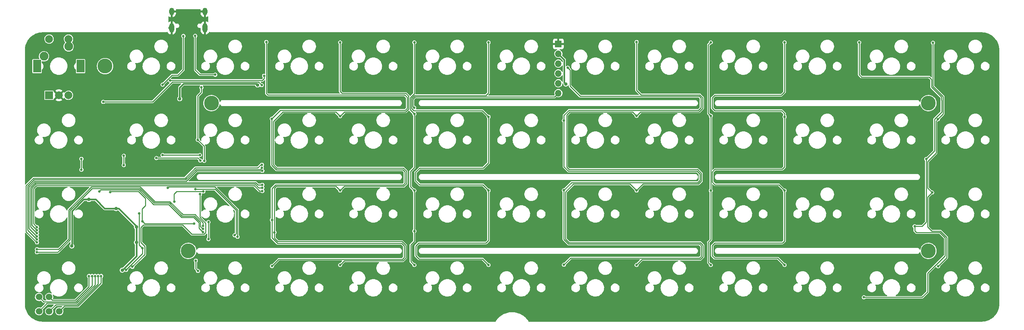
<source format=gtl>
G04 #@! TF.GenerationSoftware,KiCad,Pcbnew,(6.0.5-0)*
G04 #@! TF.CreationDate,2022-08-30T21:44:49-05:00*
G04 #@! TF.ProjectId,pcb,7063622e-6b69-4636-9164-5f7063625858,rev?*
G04 #@! TF.SameCoordinates,Original*
G04 #@! TF.FileFunction,Copper,L1,Top*
G04 #@! TF.FilePolarity,Positive*
%FSLAX46Y46*%
G04 Gerber Fmt 4.6, Leading zero omitted, Abs format (unit mm)*
G04 Created by KiCad (PCBNEW (6.0.5-0)) date 2022-08-30 21:44:49*
%MOMM*%
%LPD*%
G01*
G04 APERTURE LIST*
G04 #@! TA.AperFunction,ComponentPad*
%ADD10R,2.000000X2.000000*%
G04 #@! TD*
G04 #@! TA.AperFunction,ComponentPad*
%ADD11C,2.000000*%
G04 #@! TD*
G04 #@! TA.AperFunction,ComponentPad*
%ADD12R,2.000000X3.200000*%
G04 #@! TD*
G04 #@! TA.AperFunction,ComponentPad*
%ADD13C,3.800000*%
G04 #@! TD*
G04 #@! TA.AperFunction,ComponentPad*
%ADD14C,2.250000*%
G04 #@! TD*
G04 #@! TA.AperFunction,ComponentPad*
%ADD15O,1.700000X1.700000*%
G04 #@! TD*
G04 #@! TA.AperFunction,ComponentPad*
%ADD16R,1.700000X1.700000*%
G04 #@! TD*
G04 #@! TA.AperFunction,SMDPad,CuDef*
%ADD17O,1.300000X2.400000*%
G04 #@! TD*
G04 #@! TA.AperFunction,ComponentPad*
%ADD18O,1.300000X2.400000*%
G04 #@! TD*
G04 #@! TA.AperFunction,ComponentPad*
%ADD19O,1.300000X1.900000*%
G04 #@! TD*
G04 #@! TA.AperFunction,ComponentPad*
%ADD20C,1.700000*%
G04 #@! TD*
G04 #@! TA.AperFunction,ViaPad*
%ADD21C,0.650000*%
G04 #@! TD*
G04 #@! TA.AperFunction,ViaPad*
%ADD22C,0.900000*%
G04 #@! TD*
G04 #@! TA.AperFunction,Conductor*
%ADD23C,0.250000*%
G04 #@! TD*
G04 #@! TA.AperFunction,Conductor*
%ADD24C,0.400000*%
G04 #@! TD*
G04 APERTURE END LIST*
D10*
X60577713Y-60693958D03*
D11*
X65577713Y-60693958D03*
X63077713Y-60693958D03*
D12*
X57477713Y-53193958D03*
X68677713Y-53193958D03*
D11*
X65577713Y-46193958D03*
X60577713Y-46193958D03*
D13*
X74983973Y-53193950D03*
X286915393Y-62718958D03*
X286915393Y-100818990D03*
X96415233Y-100818990D03*
X102368363Y-62718958D03*
D14*
X59267713Y-50653958D03*
X65617713Y-48113958D03*
D15*
X191665313Y-60143950D03*
X191665313Y-49983950D03*
X191665313Y-55063950D03*
X191665313Y-57603950D03*
X191665313Y-52523950D03*
D16*
X191665313Y-47443950D03*
D17*
X92115217Y-43316450D03*
D18*
X100715217Y-43316450D03*
D19*
X100715217Y-39116450D03*
X92115217Y-39116450D03*
D18*
X92115217Y-43316450D03*
D20*
X58000000Y-116400000D03*
X60600000Y-116400000D03*
X63200000Y-116400000D03*
X58000000Y-112700000D03*
X60600000Y-112700000D03*
D21*
X57452713Y-100389455D03*
X57452713Y-101168958D03*
X98852713Y-72168958D03*
X83800000Y-91200000D03*
D22*
X77800000Y-89900000D03*
D21*
X73979503Y-107300000D03*
X73200000Y-107300000D03*
X70840994Y-107300000D03*
X71620497Y-107300000D03*
X72400000Y-107300000D03*
X92900000Y-94800000D03*
X82900000Y-66700000D03*
X98275725Y-84927970D03*
X89300000Y-97900000D03*
X99400000Y-76100000D03*
D22*
X114265118Y-58034882D03*
X94200000Y-61600000D03*
X66440940Y-99559060D03*
D21*
X154554128Y-63938315D03*
X99434725Y-86200000D03*
X100200000Y-95959006D03*
X100200000Y-95179503D03*
X100200000Y-94400000D03*
X97900000Y-93800000D03*
X101600000Y-93400000D03*
X82022571Y-104922571D03*
X92800000Y-88100000D03*
D22*
X83048138Y-94651862D03*
X83048138Y-98651862D03*
D21*
X79800000Y-78700000D03*
X79800000Y-76300000D03*
X80412802Y-105712802D03*
X84600000Y-100109930D03*
X74500000Y-62400000D03*
X100300000Y-85507470D03*
X68900000Y-77100000D03*
X68900000Y-79900000D03*
X76340980Y-85687010D03*
X108317490Y-96782490D03*
X100500000Y-77600000D03*
X99500000Y-77500000D03*
X101600000Y-97800000D03*
X98334003Y-103334015D03*
X109100000Y-97200000D03*
X91100000Y-84600000D03*
X115300000Y-58073450D03*
D22*
X79400000Y-105800000D03*
D21*
X88190231Y-76890231D03*
X89806050Y-76093950D03*
X73500000Y-85500000D03*
X154590625Y-95709375D03*
D22*
X70831050Y-87568950D03*
D21*
X118590225Y-96043950D03*
X115368756Y-78617901D03*
X115354987Y-79397282D03*
X115465225Y-80168950D03*
X115465225Y-83789447D03*
X115465225Y-84568950D03*
X115465225Y-85368950D03*
X57465368Y-94689929D03*
X57464747Y-95469431D03*
X57465225Y-98627956D03*
X57465225Y-97848453D03*
X57465225Y-96289447D03*
X57465225Y-97068950D03*
X84565225Y-93168950D03*
X115911125Y-55668950D03*
X91735725Y-56893950D03*
D22*
X193590225Y-57793950D03*
D21*
X99790225Y-58693950D03*
X98890225Y-105993950D03*
X117940225Y-104743950D03*
X117905225Y-66741650D03*
X117940225Y-92843950D03*
X116490625Y-46956250D03*
X135490625Y-47056250D03*
X135490625Y-85256250D03*
X135490625Y-104456250D03*
X135490625Y-66094350D03*
X154590625Y-104456250D03*
X154590625Y-47056250D03*
X154590625Y-85256250D03*
X154590625Y-65493550D03*
X173690625Y-66244350D03*
X173690625Y-85256250D03*
X173690625Y-104456250D03*
X173690625Y-47056250D03*
X193099994Y-67203719D03*
X193090225Y-85193950D03*
X194090225Y-53593950D03*
X193090225Y-104393950D03*
X211790625Y-104456250D03*
X211790625Y-85256250D03*
X211790625Y-65994350D03*
X211790625Y-46956250D03*
X230890625Y-85256250D03*
X230890625Y-47056250D03*
X230890625Y-65994350D03*
X230890625Y-104456250D03*
X249890625Y-104456250D03*
X249890625Y-47056250D03*
X249890625Y-85256250D03*
X249890625Y-66243550D03*
X286343215Y-77134930D03*
X269090625Y-47056250D03*
X283365225Y-94468950D03*
X270290225Y-112793950D03*
X289365225Y-66868950D03*
X289390225Y-104793950D03*
X287865225Y-85768950D03*
X288090625Y-47156250D03*
X103340225Y-55393950D03*
X98190225Y-45393950D03*
X95146515Y-45410167D03*
X89790225Y-57943950D03*
D23*
X63007998Y-100389455D02*
X65631185Y-97766268D01*
X84044745Y-84348470D02*
X87784747Y-88088471D01*
X71506195Y-84348470D02*
X84044745Y-84348470D01*
X65631185Y-97766268D02*
X65631185Y-90223480D01*
X65631185Y-90223480D02*
X71506195Y-84348470D01*
X57452713Y-100389455D02*
X63007998Y-100389455D01*
X98114404Y-91440960D02*
X100200000Y-93526556D01*
X87784747Y-88088471D02*
X91666893Y-88088471D01*
X91666893Y-88088471D02*
X95019382Y-91440960D01*
X95019382Y-91440960D02*
X98114404Y-91440960D01*
X100200000Y-93526556D02*
X100200000Y-94400000D01*
X57452713Y-101168958D02*
X62765217Y-101168958D01*
X62765217Y-101168958D02*
X63234175Y-100700000D01*
X98852713Y-72168958D02*
X98852713Y-60881462D01*
X98852713Y-60881462D02*
X99790225Y-59943950D01*
X99790225Y-59943950D02*
X99790225Y-58693950D01*
X98852713Y-72168958D02*
X100500000Y-73816245D01*
X100500000Y-73816245D02*
X100500000Y-77600000D01*
X83800000Y-92589450D02*
X83800000Y-91200000D01*
D24*
X77800000Y-89900000D02*
X78500000Y-89900000D01*
X78500000Y-89900000D02*
X79129597Y-90529597D01*
X74798137Y-89801863D02*
X72565225Y-87568950D01*
X74896274Y-89900000D02*
X74798137Y-89801863D01*
X77800000Y-89900000D02*
X74896274Y-89900000D01*
D23*
X63747213Y-100186962D02*
X63234175Y-100700000D01*
X63200000Y-116400000D02*
X64531920Y-115068080D01*
X64531920Y-115068080D02*
X68031920Y-115068080D01*
X73979503Y-109120497D02*
X73979503Y-107300000D01*
X68031920Y-115068080D02*
X73979503Y-109120497D01*
X73200000Y-107300000D02*
X73200000Y-109336722D01*
X62311440Y-114688560D02*
X60600000Y-116400000D01*
X73200000Y-109336722D02*
X67848162Y-114688560D01*
X67848162Y-114688560D02*
X62311440Y-114688560D01*
X60600000Y-112700000D02*
X61450000Y-113550000D01*
X61450000Y-113550000D02*
X67350000Y-113550000D01*
X67350000Y-113550000D02*
X70840994Y-110059006D01*
X72400000Y-107300000D02*
X72400000Y-109600000D01*
X72400000Y-109600000D02*
X67690960Y-114309040D01*
X60090960Y-114309040D02*
X58000000Y-116400000D01*
X67690960Y-114309040D02*
X60090960Y-114309040D01*
X71620497Y-107300000D02*
X71620497Y-109816225D01*
X71620497Y-109816225D02*
X67507202Y-113929520D01*
X67507202Y-113929520D02*
X59229520Y-113929520D01*
X59229520Y-113929520D02*
X58000000Y-112700000D01*
X70840994Y-107300000D02*
X70840994Y-110059006D01*
X92900000Y-94800000D02*
X89800000Y-97900000D01*
X89800000Y-97900000D02*
X89300000Y-97900000D01*
X103291248Y-84927970D02*
X98275725Y-84927970D01*
X94956651Y-94156651D02*
X84843349Y-94156651D01*
X99434725Y-86200000D02*
X99434725Y-92224559D01*
X84843349Y-94156651D02*
X84179520Y-94820480D01*
X99434725Y-92224559D02*
X100900000Y-93689834D01*
X84179520Y-94820480D02*
X84179520Y-98600000D01*
X100900000Y-96100000D02*
X100461483Y-96538517D01*
X100461483Y-96538517D02*
X97338517Y-96538517D01*
X100900000Y-93689834D02*
X100900000Y-96100000D01*
X84179520Y-98600000D02*
X85200000Y-99620480D01*
X97338517Y-96538517D02*
X94956651Y-94156651D01*
X85200000Y-99620480D02*
X85200000Y-101745142D01*
X85200000Y-101745142D02*
X82022571Y-104922571D01*
X99400000Y-76100000D02*
X95496275Y-76100000D01*
X95496275Y-76100000D02*
X95490225Y-76093950D01*
D24*
X113958226Y-57727990D02*
X95172010Y-57727990D01*
X114265118Y-58034882D02*
X113958226Y-57727990D01*
X95172010Y-57727990D02*
X94200000Y-58700000D01*
X94200000Y-58700000D02*
X94200000Y-61600000D01*
D23*
X114500020Y-57273470D02*
X115300000Y-58073450D01*
X114500020Y-57273470D02*
X92326530Y-57273470D01*
X92326530Y-57273470D02*
X91726530Y-57873470D01*
X115911125Y-55668950D02*
X115911125Y-56411125D01*
X91735725Y-56893950D02*
X115428300Y-56893950D01*
X115428300Y-56893950D02*
X115911125Y-56411125D01*
D24*
X66465225Y-99534775D02*
X66440940Y-99559060D01*
X66465225Y-98718950D02*
X66465225Y-99534775D01*
D23*
X66010705Y-90380682D02*
X71663397Y-84727990D01*
X63747213Y-100186962D02*
X66010705Y-97923470D01*
X99518361Y-93381639D02*
X99518361Y-94537914D01*
X66010705Y-97923470D02*
X66010705Y-90380682D01*
X71663397Y-84727990D02*
X83887543Y-84727990D01*
X99518361Y-94537914D02*
X100159950Y-95179503D01*
X83887543Y-84727990D02*
X87627543Y-88467991D01*
X87627543Y-88467991D02*
X91509691Y-88467991D01*
X97957202Y-91820480D02*
X99518361Y-93381639D01*
X91509691Y-88467991D02*
X94862180Y-91820480D01*
X94862180Y-91820480D02*
X97957202Y-91820480D01*
X100159950Y-95179503D02*
X100200000Y-95179503D01*
D24*
X83048138Y-94448138D02*
X83048138Y-94651862D01*
X79129597Y-90529597D02*
X83048138Y-94448138D01*
X72565225Y-87568950D02*
X70831050Y-87568950D01*
D23*
X154554128Y-63938315D02*
X154243923Y-63628110D01*
X154243923Y-63628110D02*
X154243923Y-61676974D01*
X154243923Y-61676974D02*
X154797427Y-61123470D01*
X154797427Y-61123470D02*
X190685793Y-61123470D01*
X190685793Y-61123470D02*
X191665313Y-60143950D01*
X99138841Y-93538841D02*
X97800000Y-92200000D01*
X100159950Y-95959006D02*
X99138841Y-94937897D01*
X91352489Y-88847511D02*
X87470341Y-88847511D01*
X87470341Y-88847511D02*
X83730340Y-85107510D01*
X99138841Y-94937897D02*
X99138841Y-93538841D01*
X100200000Y-95959006D02*
X100159950Y-95959006D01*
X83730340Y-85107510D02*
X73892490Y-85107510D01*
X97800000Y-92200000D02*
X94704978Y-92200000D01*
X94704978Y-92200000D02*
X91352489Y-88847511D01*
X73892490Y-85107510D02*
X73500000Y-85500000D01*
X101600000Y-94484930D02*
X101600000Y-93400000D01*
X92732225Y-88032225D02*
X92800000Y-88100000D01*
X92732225Y-86213950D02*
X92732225Y-88032225D01*
X83800000Y-92589450D02*
X83800000Y-99309930D01*
X83800000Y-99309930D02*
X84600000Y-100109930D01*
D24*
X83048138Y-94451862D02*
X83048138Y-94651862D01*
X83048138Y-94651862D02*
X83048138Y-98651862D01*
X83048138Y-98651862D02*
X83048138Y-102151862D01*
X83048138Y-102151862D02*
X79400000Y-105800000D01*
D23*
X79800000Y-78700000D02*
X79800000Y-76300000D01*
X84600000Y-101525604D02*
X80412802Y-105712802D01*
X84600000Y-100109930D02*
X84600000Y-101525604D01*
X74500000Y-62400000D02*
X87200000Y-62400000D01*
X87200000Y-62400000D02*
X91700000Y-57900000D01*
X93438705Y-85507470D02*
X92732225Y-86213950D01*
X100300000Y-85507470D02*
X93438705Y-85507470D01*
X68900000Y-79900000D02*
X68900000Y-77100000D01*
X76540960Y-85487030D02*
X83573138Y-85487030D01*
X83573138Y-85487030D02*
X85343054Y-87256946D01*
X85343054Y-87256946D02*
X85343054Y-89156946D01*
X76340980Y-85687010D02*
X76540960Y-85487030D01*
X85343054Y-89156946D02*
X84521804Y-89978196D01*
X84521804Y-89978196D02*
X84521804Y-93125529D01*
X84521804Y-93125529D02*
X84565225Y-93168950D01*
X57465225Y-98627956D02*
X57425175Y-98627956D01*
X95579628Y-82071350D02*
X98241068Y-79409910D01*
X54667625Y-95870406D02*
X54667625Y-83982940D01*
X115057234Y-78617901D02*
X115368756Y-78617901D01*
X57425175Y-98627956D02*
X54667625Y-95870406D01*
X56579214Y-82071350D02*
X95579628Y-82071350D01*
X54667625Y-83982940D02*
X56579214Y-82071350D01*
X98241068Y-79409910D02*
X114265225Y-79409910D01*
X114265225Y-79409910D02*
X115057234Y-78617901D01*
X103291248Y-84927970D02*
X108720480Y-90357202D01*
X108720480Y-90357202D02*
X108720480Y-96379500D01*
X108720480Y-96379500D02*
X108317490Y-96782490D01*
X85173406Y-93777131D02*
X97577131Y-93777131D01*
X97577131Y-93777131D02*
X97600000Y-93800000D01*
X97600000Y-93800000D02*
X97900000Y-93800000D01*
X115354987Y-79397282D02*
X114962839Y-79789430D01*
X114962839Y-79789430D02*
X98398270Y-79789430D01*
X55047145Y-84140142D02*
X55047145Y-95470423D01*
X98398270Y-79789430D02*
X95736830Y-82450870D01*
X56736416Y-82450870D02*
X55047145Y-84140142D01*
X95736830Y-82450870D02*
X56736416Y-82450870D01*
X55047145Y-95470423D02*
X57425175Y-97848453D01*
X57425175Y-97848453D02*
X57465225Y-97848453D01*
X57465225Y-97068950D02*
X57425175Y-97068950D01*
X57425175Y-97068950D02*
X55426665Y-95070440D01*
X55426665Y-95070440D02*
X55426665Y-84297344D01*
X55426665Y-84297344D02*
X56893619Y-82830390D01*
X56893619Y-82830390D02*
X95894032Y-82830390D01*
X95894032Y-82830390D02*
X98555472Y-80168950D01*
X98555472Y-80168950D02*
X115465225Y-80168950D01*
X115465225Y-83789447D02*
X114322444Y-83789447D01*
X114322444Y-83789447D02*
X113742908Y-83209910D01*
X113742908Y-83209910D02*
X57050821Y-83209910D01*
X57050821Y-83209910D02*
X55806185Y-84454546D01*
X55806185Y-84454546D02*
X55806185Y-94630407D01*
X55806185Y-94630407D02*
X57465225Y-96289447D01*
X98900000Y-76900000D02*
X98800000Y-76900000D01*
X88200000Y-76900000D02*
X98800000Y-76900000D01*
X99500000Y-77500000D02*
X98900000Y-76900000D01*
X101600000Y-97800000D02*
X101600000Y-94484930D01*
X98334003Y-103334015D02*
X98334003Y-105437728D01*
X98334003Y-105437728D02*
X98890225Y-105993950D01*
X91351530Y-84348470D02*
X91100000Y-84600000D01*
X109100000Y-97200000D02*
X109100000Y-90200000D01*
X109100000Y-90200000D02*
X107200000Y-88300000D01*
X103248470Y-84348470D02*
X102300000Y-84348470D01*
X107200000Y-88300000D02*
X103248470Y-84348470D01*
X102300000Y-84348470D02*
X91351530Y-84348470D01*
X88190231Y-76890231D02*
X88200000Y-76900000D01*
X95490225Y-76093950D02*
X89806050Y-76093950D01*
X154590625Y-85256250D02*
X154590625Y-95709375D01*
X154590625Y-95709375D02*
X154590625Y-98343550D01*
D24*
X70831050Y-87568950D02*
X69465225Y-87568950D01*
X69465225Y-87568950D02*
X66465225Y-90568950D01*
X66465225Y-90568950D02*
X66465225Y-98718950D01*
D23*
X118590225Y-96043950D02*
X118590225Y-97557228D01*
X119433586Y-98400589D02*
X151396864Y-98400589D01*
X118590225Y-97557228D02*
X119433586Y-98400589D01*
X151396864Y-98400589D02*
X152390225Y-99393950D01*
X152390225Y-99393950D02*
X152390225Y-102643950D01*
X152390225Y-102643950D02*
X151665225Y-103368950D01*
X151665225Y-103368950D02*
X136577925Y-103368950D01*
X136577925Y-103368950D02*
X135490625Y-104456250D01*
X118590225Y-84630672D02*
X118590225Y-96043950D01*
X112885705Y-83589430D02*
X113585705Y-83589430D01*
X59865225Y-83589430D02*
X112885705Y-83589430D01*
X114265225Y-84268950D02*
X114565225Y-84568950D01*
X113585705Y-83589430D02*
X114265225Y-84268950D01*
X114565225Y-84568950D02*
X115465225Y-84568950D01*
X113365225Y-83968950D02*
X114765225Y-85368950D01*
X57365225Y-83968950D02*
X113365225Y-83968950D01*
X114765225Y-85368950D02*
X115465225Y-85368950D01*
X56185705Y-94229819D02*
X56185705Y-93068950D01*
X57425317Y-95469431D02*
X56185705Y-94229819D01*
X57464747Y-95469431D02*
X57425317Y-95469431D01*
X56185705Y-93068950D02*
X56185705Y-84611748D01*
X56185705Y-84611748D02*
X57208023Y-83589430D01*
X57208023Y-83589430D02*
X59865225Y-83589430D01*
X56565225Y-84768950D02*
X57265225Y-84068950D01*
X56565225Y-90868950D02*
X56565225Y-84768950D01*
X57465368Y-94689929D02*
X56565225Y-93789786D01*
X56565225Y-93789786D02*
X56565225Y-90868950D01*
X57265225Y-84068950D02*
X57365225Y-83968950D01*
X85173406Y-93777131D02*
X84565225Y-93168950D01*
D24*
X193190225Y-57393950D02*
X193190225Y-51508862D01*
X193590225Y-57793950D02*
X193190225Y-57393950D01*
X193190225Y-51508862D02*
X191665313Y-49983950D01*
D23*
X119365225Y-98868950D02*
X151328503Y-98868950D01*
X119046864Y-79887311D02*
X151646864Y-79887311D01*
X117905225Y-78745672D02*
X119046864Y-79887311D01*
X118894745Y-83789430D02*
X117940225Y-84743950D01*
X152010705Y-99551152D02*
X152010705Y-102486748D01*
X152094745Y-60598470D02*
X116894745Y-60598470D01*
X117940225Y-84743950D02*
X117940225Y-92843950D01*
X152010705Y-102486748D02*
X151508023Y-102989430D01*
X152190225Y-80430672D02*
X152190225Y-83307228D01*
X151708023Y-83789430D02*
X118894745Y-83789430D01*
X119694745Y-102989430D02*
X117940225Y-104743950D01*
X116894745Y-60598470D02*
X116490625Y-60194350D01*
X151328503Y-98868950D02*
X152010705Y-99551152D01*
X120057445Y-64589430D02*
X152208023Y-64589430D01*
X117905225Y-66741650D02*
X120057445Y-64589430D01*
X116490625Y-60194350D02*
X116490625Y-46956250D01*
X152208023Y-64589430D02*
X152725843Y-64071610D01*
X152190225Y-83307228D02*
X151708023Y-83789430D01*
X152725843Y-61229568D02*
X152094745Y-60598470D01*
X151646864Y-79887311D02*
X152190225Y-80430672D01*
X117940225Y-97443950D02*
X119365225Y-98868950D01*
X152725843Y-64071610D02*
X152725843Y-61229568D01*
X117940225Y-92843950D02*
X117940225Y-97443950D01*
X117905225Y-66741650D02*
X117905225Y-78745672D01*
X151508023Y-102989430D02*
X119694745Y-102989430D01*
X135490625Y-47056250D02*
X135490625Y-59694350D01*
X118284745Y-67449430D02*
X118284745Y-78588470D01*
X135490625Y-85256250D02*
X134403325Y-84168950D01*
X134365225Y-64968950D02*
X120765225Y-64968950D01*
X135490625Y-66094350D02*
X134365225Y-64968950D01*
X120765225Y-64968950D02*
X118284745Y-67449430D01*
X119165225Y-79468950D02*
X151765225Y-79468950D01*
X118284745Y-78588470D02*
X119165225Y-79468950D01*
X152365225Y-64968950D02*
X136616025Y-64968950D01*
X135490625Y-59694350D02*
X136015225Y-60218950D01*
X151865225Y-84168950D02*
X136577925Y-84168950D01*
X153105363Y-64228812D02*
X152365225Y-64968950D01*
X152569745Y-80273470D02*
X152569745Y-83464430D01*
X136616025Y-64968950D02*
X135490625Y-66094350D01*
X119051947Y-84168950D02*
X118590225Y-84630672D01*
X152569745Y-83464430D02*
X151865225Y-84168950D01*
X136015225Y-60218950D02*
X152415225Y-60218950D01*
X152415225Y-60218950D02*
X153105363Y-60909088D01*
X134403325Y-84168950D02*
X119051947Y-84168950D01*
X136577925Y-84168950D02*
X135490625Y-85256250D01*
X153105363Y-60909088D02*
X153105363Y-64228812D01*
X151765225Y-79468950D02*
X152569745Y-80273470D01*
X153484883Y-64387808D02*
X153484883Y-61362570D01*
X154590625Y-60256828D02*
X154590625Y-47056250D01*
X153610705Y-84276330D02*
X153610705Y-80300026D01*
X153484883Y-61362570D02*
X154590625Y-60256828D01*
X154552525Y-104456250D02*
X154590625Y-104456250D01*
X153610705Y-80300026D02*
X154590625Y-79320106D01*
X154590625Y-79320106D02*
X154590625Y-65493550D01*
X154590625Y-65493550D02*
X153484883Y-64387808D01*
X154590625Y-85256250D02*
X153610705Y-84276330D01*
X153665225Y-103568950D02*
X154552525Y-104456250D01*
X153665225Y-99268950D02*
X153665225Y-103568950D01*
X154590625Y-98343550D02*
X153665225Y-99268950D01*
X154910705Y-82751152D02*
X155953503Y-83793950D01*
X153864403Y-61519772D02*
X154640225Y-60743950D01*
X155953503Y-83793950D02*
X172228325Y-83793950D01*
X173690625Y-85256250D02*
X173690625Y-98093550D01*
X173690625Y-66244350D02*
X173690625Y-78093550D01*
X173690625Y-66244350D02*
X172090225Y-64643950D01*
X173690625Y-60093550D02*
X173690625Y-47056250D01*
X172134275Y-102899900D02*
X173690625Y-104456250D01*
X155740225Y-98793950D02*
X154965225Y-99568950D01*
X154640225Y-60743950D02*
X173040225Y-60743950D01*
X173690625Y-78093550D02*
X172290225Y-79493950D01*
X173690625Y-98093550D02*
X172990225Y-98793950D01*
X172228325Y-83793950D02*
X173690625Y-85256250D01*
X154965225Y-102068950D02*
X155796175Y-102899900D01*
X172290225Y-79493950D02*
X155953503Y-79493950D01*
X153864403Y-64068128D02*
X153864403Y-61519772D01*
X173040225Y-60743950D02*
X173690625Y-60093550D01*
X155796175Y-102899900D02*
X172134275Y-102899900D01*
X172090225Y-64643950D02*
X172065225Y-64668950D01*
X172065225Y-64668950D02*
X154465225Y-64668950D01*
X154965225Y-99568950D02*
X154965225Y-102068950D01*
X172990225Y-98793950D02*
X155740225Y-98793950D01*
X155953503Y-79493950D02*
X154910705Y-80536748D01*
X154465225Y-64668950D02*
X153864403Y-64068128D01*
X154910705Y-80536748D02*
X154910705Y-82751152D01*
X228490225Y-102207228D02*
X228051673Y-102645780D01*
X194276384Y-99080109D02*
X228039662Y-99080109D01*
X194385705Y-64589430D02*
X227708023Y-64589430D01*
X228365225Y-61405672D02*
X227908023Y-60948470D01*
X194265225Y-80268950D02*
X227365225Y-80268950D01*
X197300081Y-60948470D02*
X194642893Y-58291282D01*
X193090225Y-97893950D02*
X194276384Y-99080109D01*
X228110705Y-81014430D02*
X227365225Y-80268950D01*
X227708023Y-64589430D02*
X228365225Y-63932228D01*
X193099994Y-67203719D02*
X193099994Y-65875141D01*
X193099994Y-65875141D02*
X194385705Y-64589430D01*
X194642893Y-58291282D02*
X194642893Y-54146618D01*
X228365225Y-63932228D02*
X228365225Y-61405672D01*
X193090225Y-85193950D02*
X193090225Y-97893950D01*
X228051673Y-102645780D02*
X194838395Y-102645780D01*
X194838395Y-102645780D02*
X193090225Y-104393950D01*
X193099994Y-67203719D02*
X193099994Y-79103719D01*
X227908023Y-60948470D02*
X197300081Y-60948470D01*
X228490225Y-99530672D02*
X228490225Y-102207228D01*
X193099994Y-79103719D02*
X194265225Y-80268950D01*
X195090225Y-83193950D02*
X193090225Y-85193950D01*
X228110705Y-82623470D02*
X227540225Y-83193950D01*
X227540225Y-83193950D02*
X195090225Y-83193950D01*
X194642893Y-54146618D02*
X194090225Y-53593950D01*
X228110705Y-81014430D02*
X228110705Y-82623470D01*
X228039662Y-99080109D02*
X228490225Y-99530672D01*
X213221575Y-103025300D02*
X211790625Y-104456250D01*
X228869745Y-102364430D02*
X228208875Y-103025300D01*
X193790225Y-65743950D02*
X193790225Y-79257228D01*
X210107845Y-83573470D02*
X195560705Y-83573470D01*
X228208875Y-103025300D02*
X213221575Y-103025300D01*
X210765225Y-64968950D02*
X194565225Y-64968950D01*
X228490225Y-82793950D02*
X227710705Y-83573470D01*
X227865225Y-64968950D02*
X212816025Y-64968950D01*
X193790225Y-79257228D02*
X194383586Y-79850589D01*
X228765225Y-63608298D02*
X228765225Y-64068950D01*
X228765225Y-64068950D02*
X227865225Y-64968950D01*
X195560705Y-83573470D02*
X193469745Y-85664430D01*
X193469745Y-85664430D02*
X193469745Y-97736748D01*
X193469745Y-97736748D02*
X194433586Y-98700589D01*
X212965225Y-60568950D02*
X228065225Y-60568950D01*
X213473405Y-83573470D02*
X211790625Y-85256250D01*
X228065225Y-60568950D02*
X228769745Y-61273470D01*
X211790625Y-46956250D02*
X211790625Y-59394350D01*
X194565225Y-64968950D02*
X193790225Y-65743950D01*
X212816025Y-64968950D02*
X211790625Y-65994350D01*
X227483586Y-79850589D02*
X228490225Y-80857228D01*
X228196864Y-98700589D02*
X228869745Y-99373470D01*
X211790625Y-85256250D02*
X210107845Y-83573470D01*
X194383586Y-79850589D02*
X227483586Y-79850589D01*
X228490225Y-80857228D02*
X228490225Y-82793950D01*
X227710705Y-83573470D02*
X213473405Y-83573470D01*
X228769745Y-61273470D02*
X228769745Y-63603778D01*
X194433586Y-98700589D02*
X228196864Y-98700589D01*
X228769745Y-63603778D02*
X228765225Y-63608298D01*
X228869745Y-99373470D02*
X228869745Y-102364430D01*
X211790625Y-65994350D02*
X210765225Y-64968950D01*
X211790625Y-59394350D02*
X212965225Y-60568950D01*
X230890625Y-97943550D02*
X230265225Y-98568950D01*
X230265225Y-98568950D02*
X230265225Y-103830850D01*
X230265225Y-65368950D02*
X230265225Y-47681650D01*
X230890625Y-85256250D02*
X230890625Y-65994350D01*
X230265225Y-103830850D02*
X230890625Y-104456250D01*
X230890625Y-65994350D02*
X230265225Y-65368950D01*
X230265225Y-47681650D02*
X230890625Y-47056250D01*
X230890625Y-85256250D02*
X230890625Y-97943550D01*
X249890625Y-104456250D02*
X249852525Y-104456250D01*
X231270145Y-102073870D02*
X231270145Y-99464030D01*
X248403325Y-83768950D02*
X249890625Y-85256250D01*
X249890625Y-98243550D02*
X249890625Y-85256250D01*
X249265225Y-79768950D02*
X231965225Y-79768950D01*
X249890625Y-59843550D02*
X249065225Y-60668950D01*
X231270145Y-61364030D02*
X231270145Y-63973870D01*
X231915225Y-102718950D02*
X231270145Y-102073870D01*
X249890625Y-66243550D02*
X249890625Y-79143550D01*
X249065225Y-60668950D02*
X231965225Y-60668950D01*
X249365225Y-98768950D02*
X249890625Y-98243550D01*
X231965225Y-64668950D02*
X249165225Y-64668950D01*
X231270145Y-63973870D02*
X231965225Y-64668950D01*
X231270145Y-80464030D02*
X231270145Y-83073870D01*
X231965225Y-60668950D02*
X231270145Y-61364030D01*
X249890625Y-65394350D02*
X249890625Y-66243550D01*
X249890625Y-47056250D02*
X249890625Y-59843550D01*
X249852525Y-104456250D02*
X248115225Y-102718950D01*
X231965225Y-79768950D02*
X231270145Y-80464030D01*
X248115225Y-102718950D02*
X231915225Y-102718950D01*
X249165225Y-64668950D02*
X249890625Y-65394350D01*
X249890625Y-79143550D02*
X249265225Y-79768950D01*
X231965225Y-83768950D02*
X248403325Y-83768950D01*
X231965225Y-98768950D02*
X249365225Y-98768950D01*
X231270145Y-83073870D02*
X231965225Y-83768950D01*
X231270145Y-99464030D02*
X231965225Y-98768950D01*
X287089825Y-55993550D02*
X269689825Y-55993550D01*
X286343215Y-93390960D02*
X285265225Y-94468950D01*
X283840225Y-96093950D02*
X289853503Y-96093950D01*
X287711105Y-58551552D02*
X287711105Y-56614830D01*
X285265225Y-94468950D02*
X283365225Y-94468950D01*
X286690225Y-106593950D02*
X286690225Y-111393950D01*
X269689825Y-55993550D02*
X269090625Y-55394350D01*
X286343215Y-77134930D02*
X288490225Y-74987920D01*
X283365225Y-94468950D02*
X283365225Y-95618950D01*
X291231185Y-102052990D02*
X286690225Y-106593950D01*
X287711105Y-56614830D02*
X287089825Y-55993550D01*
X285290225Y-112793950D02*
X270290225Y-112793950D01*
X290310705Y-65023470D02*
X290310705Y-61950352D01*
X291231185Y-97471632D02*
X291231185Y-102052990D01*
X286343215Y-77134930D02*
X286343215Y-93390960D01*
X269090625Y-55394350D02*
X269090625Y-47056250D01*
X288490225Y-66843950D02*
X290310705Y-65023470D01*
X290297264Y-61137711D02*
X287711105Y-58551552D01*
X290297264Y-61936911D02*
X290297264Y-61137711D01*
X289853503Y-96093950D02*
X291231185Y-97471632D01*
X288490225Y-74987920D02*
X288490225Y-66843950D01*
X283365225Y-95618950D02*
X283840225Y-96093950D01*
X290310705Y-61950352D02*
X290297264Y-61936911D01*
X286690225Y-111393950D02*
X285290225Y-112793950D01*
X290690225Y-65493950D02*
X290690225Y-65548450D01*
X291610705Y-102573470D02*
X291610705Y-97314430D01*
X288869745Y-67364430D02*
X288869745Y-75621940D01*
X290690225Y-65543950D02*
X290690225Y-65493950D01*
X286722735Y-94626460D02*
X286722735Y-86911440D01*
X288869745Y-75621940D02*
X286722735Y-77768950D01*
X290010705Y-95714430D02*
X287810705Y-95714430D01*
X290690225Y-60993950D02*
X288090625Y-58394350D01*
X289365225Y-66868950D02*
X290690225Y-65543950D01*
X286722735Y-86911440D02*
X287865225Y-85768950D01*
X286722735Y-77768950D02*
X286722735Y-84626460D01*
X286722735Y-84626460D02*
X287865225Y-85768950D01*
X291610705Y-97314430D02*
X290010705Y-95714430D01*
X289365225Y-66868950D02*
X288869745Y-67364430D01*
X287810705Y-95714430D02*
X286722735Y-94626460D01*
X289390225Y-104793950D02*
X291610705Y-102573470D01*
X290690225Y-65493950D02*
X290690225Y-60993950D01*
X288090625Y-58394350D02*
X288090625Y-47156250D01*
X98190225Y-45393950D02*
X98190225Y-54143950D01*
X99440225Y-55393950D02*
X103340225Y-55393950D01*
X98190225Y-54143950D02*
X99440225Y-55393950D01*
X92215225Y-55518950D02*
X89790225Y-57943950D01*
X95146515Y-54087660D02*
X93715225Y-55518950D01*
X93715225Y-55518950D02*
X92215225Y-55518950D01*
X95146515Y-45410167D02*
X95146515Y-54087660D01*
G04 #@! TA.AperFunction,Conductor*
G36*
X99473753Y-38514887D02*
G01*
X99531863Y-38534040D01*
X99567618Y-38583691D01*
X99571649Y-38625522D01*
X99557559Y-38744574D01*
X99557217Y-38750370D01*
X99557217Y-38846770D01*
X99561339Y-38859455D01*
X99565460Y-38862450D01*
X100870217Y-38862450D01*
X100928408Y-38881357D01*
X100964372Y-38930857D01*
X100969217Y-38961450D01*
X100969217Y-40532179D01*
X100973339Y-40544864D01*
X100973943Y-40545303D01*
X100981091Y-40545819D01*
X101011741Y-40540552D01*
X101020468Y-40538214D01*
X101211626Y-40467692D01*
X101219788Y-40463799D01*
X101394881Y-40359629D01*
X101402200Y-40354312D01*
X101408274Y-40348985D01*
X101464491Y-40324832D01*
X101524167Y-40338335D01*
X101564510Y-40384337D01*
X101572550Y-40423417D01*
X101572550Y-41758531D01*
X101553643Y-41816722D01*
X101504143Y-41852686D01*
X101442957Y-41852686D01*
X101420722Y-41842258D01*
X101247027Y-41732665D01*
X101238974Y-41728562D01*
X101049728Y-41653061D01*
X101041070Y-41650496D01*
X100984596Y-41639262D01*
X100971351Y-41640830D01*
X100971316Y-41640862D01*
X100969217Y-41648906D01*
X100969217Y-44982179D01*
X100973339Y-44994864D01*
X100973943Y-44995303D01*
X100981091Y-44995819D01*
X101011741Y-44990552D01*
X101020468Y-44988214D01*
X101211626Y-44917692D01*
X101219788Y-44913799D01*
X101394881Y-44809629D01*
X101402206Y-44804308D01*
X101555385Y-44669974D01*
X101561611Y-44663413D01*
X101687746Y-44503411D01*
X101692671Y-44495828D01*
X101765450Y-44357498D01*
X101809277Y-44314804D01*
X101869830Y-44306024D01*
X101915870Y-44327067D01*
X101920324Y-44330722D01*
X101924112Y-44333831D01*
X101997544Y-44373088D01*
X102058059Y-44405439D01*
X102058063Y-44405441D01*
X102062351Y-44407733D01*
X102212352Y-44453246D01*
X102350923Y-44466902D01*
X102360253Y-44468437D01*
X102362165Y-44468657D01*
X102367632Y-44469925D01*
X102368350Y-44469926D01*
X102374880Y-44468437D01*
X102380095Y-44467248D01*
X102402105Y-44464770D01*
X201084869Y-44464763D01*
X300573583Y-44464755D01*
X300595769Y-44467273D01*
X300607241Y-44469911D01*
X300618114Y-44467451D01*
X300625048Y-44467463D01*
X300639638Y-44466154D01*
X300671520Y-44467546D01*
X301000890Y-44481927D01*
X301009494Y-44482680D01*
X301219661Y-44510348D01*
X301395515Y-44533500D01*
X301404001Y-44534996D01*
X301784115Y-44619265D01*
X301792455Y-44621499D01*
X302163785Y-44738579D01*
X302171900Y-44741533D01*
X302531598Y-44890523D01*
X302539426Y-44894173D01*
X302660938Y-44957428D01*
X302818876Y-45039645D01*
X302884777Y-45073951D01*
X302892246Y-45078263D01*
X302997239Y-45145150D01*
X303220624Y-45287461D01*
X303227699Y-45292415D01*
X303536589Y-45529432D01*
X303543190Y-45534971D01*
X303574882Y-45564011D01*
X303830252Y-45798013D01*
X303836359Y-45804120D01*
X303898195Y-45871601D01*
X304098389Y-46090072D01*
X304099392Y-46091167D01*
X304104944Y-46097783D01*
X304341970Y-46406678D01*
X304346922Y-46413751D01*
X304530035Y-46701177D01*
X304556107Y-46742102D01*
X304560423Y-46749576D01*
X304740080Y-47094688D01*
X304740211Y-47094940D01*
X304743858Y-47102761D01*
X304892855Y-47462464D01*
X304895807Y-47470574D01*
X305004872Y-47816476D01*
X305012891Y-47841907D01*
X305015125Y-47850247D01*
X305084712Y-48164121D01*
X305099395Y-48230352D01*
X305100895Y-48238857D01*
X305151717Y-48624867D01*
X305152470Y-48633471D01*
X305168216Y-48994049D01*
X305166959Y-49007799D01*
X305166946Y-49015538D01*
X305164448Y-49026402D01*
X305166909Y-49037277D01*
X305167162Y-49038395D01*
X305169604Y-49060246D01*
X305169604Y-114477172D01*
X305167086Y-114499358D01*
X305164448Y-114510830D01*
X305166908Y-114521703D01*
X305166896Y-114528637D01*
X305168205Y-114543228D01*
X305166943Y-114572128D01*
X305152433Y-114904480D01*
X305151680Y-114913084D01*
X305138387Y-115014060D01*
X305100861Y-115299102D01*
X305099365Y-115307588D01*
X305052328Y-115519758D01*
X305015097Y-115687699D01*
X305012862Y-115696042D01*
X304895782Y-116067372D01*
X304892828Y-116075487D01*
X304743838Y-116435183D01*
X304740188Y-116443011D01*
X304665892Y-116585734D01*
X304560414Y-116788357D01*
X304560411Y-116788362D01*
X304556100Y-116795830D01*
X304346898Y-117124213D01*
X304341947Y-117131283D01*
X304104935Y-117440164D01*
X304099384Y-117446779D01*
X303836347Y-117733833D01*
X303830240Y-117739940D01*
X303543187Y-118002976D01*
X303536576Y-118008525D01*
X303227684Y-118245546D01*
X303220622Y-118250491D01*
X302892236Y-118459697D01*
X302884776Y-118464003D01*
X302593282Y-118615746D01*
X302539425Y-118643782D01*
X302531598Y-118647432D01*
X302171886Y-118796430D01*
X302163784Y-118799378D01*
X301792471Y-118916453D01*
X301792455Y-118916458D01*
X301784113Y-118918693D01*
X301404007Y-119002961D01*
X301395501Y-119004461D01*
X301009493Y-119055279D01*
X301000889Y-119056032D01*
X300640200Y-119071780D01*
X300626736Y-119070549D01*
X300618823Y-119070535D01*
X300607959Y-119068037D01*
X300595959Y-119070752D01*
X300574112Y-119073193D01*
X184096715Y-119073193D01*
X184038524Y-119054286D01*
X184012901Y-119026882D01*
X183944300Y-118917757D01*
X183880138Y-118815692D01*
X183626972Y-118479430D01*
X183611399Y-118462010D01*
X183347839Y-118167191D01*
X183347834Y-118167186D01*
X183346444Y-118165631D01*
X183040538Y-117876515D01*
X182861567Y-117733832D01*
X182713051Y-117615429D01*
X182713047Y-117615426D01*
X182711420Y-117614129D01*
X182709697Y-117612978D01*
X182709686Y-117612970D01*
X182363161Y-117381492D01*
X182363150Y-117381485D01*
X182361416Y-117380327D01*
X181993003Y-117176764D01*
X181608788Y-117004879D01*
X181211487Y-116865890D01*
X180803912Y-116760778D01*
X180801858Y-116760429D01*
X180390997Y-116690635D01*
X180390988Y-116690634D01*
X180388946Y-116690287D01*
X180386874Y-116690112D01*
X180386872Y-116690112D01*
X180278351Y-116680961D01*
X179969524Y-116654917D01*
X179548614Y-116654917D01*
X179239787Y-116680961D01*
X179131266Y-116690112D01*
X179131264Y-116690112D01*
X179129192Y-116690287D01*
X179127150Y-116690634D01*
X179127141Y-116690635D01*
X178716280Y-116760429D01*
X178714226Y-116760778D01*
X178306651Y-116865890D01*
X177909350Y-117004879D01*
X177525135Y-117176764D01*
X177156722Y-117380327D01*
X177154988Y-117381485D01*
X177154977Y-117381492D01*
X176808452Y-117612970D01*
X176808441Y-117612978D01*
X176806718Y-117614129D01*
X176805091Y-117615426D01*
X176805087Y-117615429D01*
X176656571Y-117733832D01*
X176477600Y-117876515D01*
X176171694Y-118165631D01*
X176170304Y-118167186D01*
X176170299Y-118167191D01*
X175906739Y-118462010D01*
X175891166Y-118479430D01*
X175638000Y-118815692D01*
X175505237Y-119026884D01*
X175458262Y-119066084D01*
X175421424Y-119073193D01*
X58944538Y-119073193D01*
X58922352Y-119070675D01*
X58922334Y-119070671D01*
X58910880Y-119068037D01*
X58900006Y-119070497D01*
X58893071Y-119070485D01*
X58878482Y-119071794D01*
X58517230Y-119056023D01*
X58508626Y-119055270D01*
X58329014Y-119031625D01*
X58122608Y-119004451D01*
X58114121Y-119002955D01*
X57734002Y-118918686D01*
X57725675Y-118916455D01*
X57540002Y-118857913D01*
X57354338Y-118799374D01*
X57346223Y-118796420D01*
X56986526Y-118647430D01*
X56978698Y-118643780D01*
X56633347Y-118464003D01*
X56625879Y-118459692D01*
X56297492Y-118250487D01*
X56290426Y-118245539D01*
X56153727Y-118140647D01*
X55981537Y-118008522D01*
X55974929Y-118002976D01*
X55687875Y-117739939D01*
X55681768Y-117733832D01*
X55418732Y-117446779D01*
X55413180Y-117440164D01*
X55176162Y-117131276D01*
X55171216Y-117124213D01*
X54962011Y-116795827D01*
X54957702Y-116788362D01*
X54777924Y-116443012D01*
X54774274Y-116435184D01*
X54625284Y-116075487D01*
X54622330Y-116067372D01*
X54505250Y-115696043D01*
X54503015Y-115687700D01*
X54494552Y-115649527D01*
X54418747Y-115307589D01*
X54417249Y-115299094D01*
X54416251Y-115291509D01*
X54383542Y-115043056D01*
X54366431Y-114913084D01*
X54365678Y-114904480D01*
X54349931Y-114543789D01*
X54351162Y-114530325D01*
X54351176Y-114522412D01*
X54353674Y-114511548D01*
X54350959Y-114499548D01*
X54348518Y-114477701D01*
X54348518Y-110288775D01*
X56868443Y-110288775D01*
X56868819Y-110296898D01*
X56878152Y-110498548D01*
X56878372Y-110503312D01*
X56903391Y-110607123D01*
X56923674Y-110691282D01*
X56928691Y-110712100D01*
X57017582Y-110907606D01*
X57141839Y-111082776D01*
X57296978Y-111231290D01*
X57477402Y-111347788D01*
X57481763Y-111349546D01*
X57481764Y-111349546D01*
X57672237Y-111426309D01*
X57672240Y-111426310D01*
X57676600Y-111428067D01*
X57681213Y-111428968D01*
X57681217Y-111428969D01*
X57856941Y-111463285D01*
X57910429Y-111492995D01*
X57936239Y-111548471D01*
X57924511Y-111608522D01*
X57879727Y-111650211D01*
X57846938Y-111659043D01*
X57840917Y-111659591D01*
X57807022Y-111662675D01*
X57807017Y-111662676D01*
X57802203Y-111663114D01*
X57604572Y-111721280D01*
X57600288Y-111723519D01*
X57600287Y-111723520D01*
X57589428Y-111729197D01*
X57422002Y-111816726D01*
X57418231Y-111819758D01*
X57265220Y-111942781D01*
X57265217Y-111942783D01*
X57261447Y-111945815D01*
X57258333Y-111949526D01*
X57258332Y-111949527D01*
X57249585Y-111959952D01*
X57129024Y-112103630D01*
X57126689Y-112107878D01*
X57126688Y-112107879D01*
X57121938Y-112116520D01*
X57029776Y-112284162D01*
X57028313Y-112288775D01*
X57028311Y-112288779D01*
X56985319Y-112424308D01*
X56967484Y-112480532D01*
X56966944Y-112485344D01*
X56966944Y-112485345D01*
X56948389Y-112650773D01*
X56944520Y-112685262D01*
X56961759Y-112890553D01*
X56963092Y-112895201D01*
X56963092Y-112895202D01*
X57013564Y-113071218D01*
X57018544Y-113088586D01*
X57112712Y-113271818D01*
X57240677Y-113433270D01*
X57397564Y-113566791D01*
X57401787Y-113569151D01*
X57401791Y-113569154D01*
X57464177Y-113604020D01*
X57577398Y-113667297D01*
X57581996Y-113668791D01*
X57768724Y-113729463D01*
X57768726Y-113729464D01*
X57773329Y-113730959D01*
X57977894Y-113755351D01*
X57982716Y-113754980D01*
X57982719Y-113754980D01*
X58050541Y-113749761D01*
X58183300Y-113739546D01*
X58381725Y-113684145D01*
X58412164Y-113668769D01*
X58472629Y-113659408D01*
X58526805Y-113687131D01*
X58986251Y-114146577D01*
X58992085Y-114152944D01*
X59017065Y-114182714D01*
X59050725Y-114202147D01*
X59058009Y-114206788D01*
X59089836Y-114229074D01*
X59098204Y-114231316D01*
X59103491Y-114233782D01*
X59108976Y-114235778D01*
X59116475Y-114240108D01*
X59125001Y-114241611D01*
X59125003Y-114241612D01*
X59154736Y-114246854D01*
X59163170Y-114248724D01*
X59200713Y-114258784D01*
X59239428Y-114255397D01*
X59248057Y-114255020D01*
X59445646Y-114255020D01*
X59503837Y-114273927D01*
X59539801Y-114323427D01*
X59539801Y-114384613D01*
X59515650Y-114424024D01*
X58528556Y-115411118D01*
X58474039Y-115438895D01*
X58418480Y-115429404D01*
X58417777Y-115431076D01*
X58413315Y-115429200D01*
X58409055Y-115426897D01*
X58395096Y-115422576D01*
X58216875Y-115367407D01*
X58216871Y-115367406D01*
X58212254Y-115365977D01*
X58207446Y-115365472D01*
X58207443Y-115365471D01*
X58012185Y-115344949D01*
X58012183Y-115344949D01*
X58007369Y-115344443D01*
X57947354Y-115349905D01*
X57807022Y-115362675D01*
X57807017Y-115362676D01*
X57802203Y-115363114D01*
X57604572Y-115421280D01*
X57600288Y-115423519D01*
X57600287Y-115423520D01*
X57589032Y-115429404D01*
X57422002Y-115516726D01*
X57418231Y-115519758D01*
X57265220Y-115642781D01*
X57265217Y-115642783D01*
X57261447Y-115645815D01*
X57258333Y-115649526D01*
X57258332Y-115649527D01*
X57134643Y-115796934D01*
X57129024Y-115803630D01*
X57029776Y-115984162D01*
X57028313Y-115988775D01*
X57028311Y-115988779D01*
X57025466Y-115997749D01*
X56967484Y-116180532D01*
X56966944Y-116185344D01*
X56966944Y-116185345D01*
X56965865Y-116194970D01*
X56944520Y-116385262D01*
X56961759Y-116590553D01*
X57018544Y-116788586D01*
X57112712Y-116971818D01*
X57240677Y-117133270D01*
X57244357Y-117136402D01*
X57244359Y-117136404D01*
X57290780Y-117175911D01*
X57397564Y-117266791D01*
X57401787Y-117269151D01*
X57401791Y-117269154D01*
X57441342Y-117291258D01*
X57577398Y-117367297D01*
X57581996Y-117368791D01*
X57768724Y-117429463D01*
X57768726Y-117429464D01*
X57773329Y-117430959D01*
X57977894Y-117455351D01*
X57982716Y-117454980D01*
X57982719Y-117454980D01*
X58050541Y-117449761D01*
X58183300Y-117439546D01*
X58381725Y-117384145D01*
X58386038Y-117381966D01*
X58386044Y-117381964D01*
X58561289Y-117293441D01*
X58561291Y-117293440D01*
X58565610Y-117291258D01*
X58664603Y-117213917D01*
X58724135Y-117167406D01*
X58724139Y-117167402D01*
X58727951Y-117164424D01*
X58756558Y-117131283D01*
X58821643Y-117055880D01*
X58862564Y-117008472D01*
X58881231Y-116975613D01*
X58961934Y-116833550D01*
X58961935Y-116833547D01*
X58964323Y-116829344D01*
X58975470Y-116795837D01*
X59027824Y-116638454D01*
X59027824Y-116638452D01*
X59029351Y-116633863D01*
X59055171Y-116429474D01*
X59055583Y-116400000D01*
X59035480Y-116194970D01*
X58975935Y-115997749D01*
X58970977Y-115988423D01*
X58960351Y-115928170D01*
X58988384Y-115871942D01*
X60196790Y-114663536D01*
X60251307Y-114635759D01*
X60266794Y-114634540D01*
X61666126Y-114634540D01*
X61724317Y-114653447D01*
X61760281Y-114702947D01*
X61760281Y-114764133D01*
X61736130Y-114803544D01*
X61128556Y-115411118D01*
X61074039Y-115438895D01*
X61018480Y-115429404D01*
X61017777Y-115431076D01*
X61013315Y-115429200D01*
X61009055Y-115426897D01*
X60995096Y-115422576D01*
X60816875Y-115367407D01*
X60816871Y-115367406D01*
X60812254Y-115365977D01*
X60807446Y-115365472D01*
X60807443Y-115365471D01*
X60612185Y-115344949D01*
X60612183Y-115344949D01*
X60607369Y-115344443D01*
X60547354Y-115349905D01*
X60407022Y-115362675D01*
X60407017Y-115362676D01*
X60402203Y-115363114D01*
X60204572Y-115421280D01*
X60200288Y-115423519D01*
X60200287Y-115423520D01*
X60189032Y-115429404D01*
X60022002Y-115516726D01*
X60018231Y-115519758D01*
X59865220Y-115642781D01*
X59865217Y-115642783D01*
X59861447Y-115645815D01*
X59858333Y-115649526D01*
X59858332Y-115649527D01*
X59734643Y-115796934D01*
X59729024Y-115803630D01*
X59629776Y-115984162D01*
X59628313Y-115988775D01*
X59628311Y-115988779D01*
X59625466Y-115997749D01*
X59567484Y-116180532D01*
X59566944Y-116185344D01*
X59566944Y-116185345D01*
X59565865Y-116194970D01*
X59544520Y-116385262D01*
X59561759Y-116590553D01*
X59618544Y-116788586D01*
X59712712Y-116971818D01*
X59840677Y-117133270D01*
X59844357Y-117136402D01*
X59844359Y-117136404D01*
X59890780Y-117175911D01*
X59997564Y-117266791D01*
X60001787Y-117269151D01*
X60001791Y-117269154D01*
X60041342Y-117291258D01*
X60177398Y-117367297D01*
X60181996Y-117368791D01*
X60368724Y-117429463D01*
X60368726Y-117429464D01*
X60373329Y-117430959D01*
X60577894Y-117455351D01*
X60582716Y-117454980D01*
X60582719Y-117454980D01*
X60650541Y-117449761D01*
X60783300Y-117439546D01*
X60981725Y-117384145D01*
X60986038Y-117381966D01*
X60986044Y-117381964D01*
X61161289Y-117293441D01*
X61161291Y-117293440D01*
X61165610Y-117291258D01*
X61264603Y-117213917D01*
X61324135Y-117167406D01*
X61324139Y-117167402D01*
X61327951Y-117164424D01*
X61356558Y-117131283D01*
X61421643Y-117055880D01*
X61462564Y-117008472D01*
X61481231Y-116975613D01*
X61561934Y-116833550D01*
X61561935Y-116833547D01*
X61564323Y-116829344D01*
X61575470Y-116795837D01*
X61627824Y-116638454D01*
X61627824Y-116638452D01*
X61629351Y-116633863D01*
X61655171Y-116429474D01*
X61655583Y-116400000D01*
X61635480Y-116194970D01*
X61575935Y-115997749D01*
X61570977Y-115988423D01*
X61560351Y-115928170D01*
X61588384Y-115871942D01*
X62417270Y-115043056D01*
X62471787Y-115015279D01*
X62487274Y-115014060D01*
X63886605Y-115014060D01*
X63944796Y-115032967D01*
X63980760Y-115082467D01*
X63980760Y-115143653D01*
X63956609Y-115183064D01*
X63728554Y-115411119D01*
X63674037Y-115438896D01*
X63618479Y-115429395D01*
X63617773Y-115431075D01*
X63613319Y-115429202D01*
X63609055Y-115426897D01*
X63595096Y-115422576D01*
X63416875Y-115367407D01*
X63416871Y-115367406D01*
X63412254Y-115365977D01*
X63407446Y-115365472D01*
X63407443Y-115365471D01*
X63212185Y-115344949D01*
X63212183Y-115344949D01*
X63207369Y-115344443D01*
X63147354Y-115349905D01*
X63007022Y-115362675D01*
X63007017Y-115362676D01*
X63002203Y-115363114D01*
X62804572Y-115421280D01*
X62800288Y-115423519D01*
X62800287Y-115423520D01*
X62789032Y-115429404D01*
X62622002Y-115516726D01*
X62618231Y-115519758D01*
X62465220Y-115642781D01*
X62465217Y-115642783D01*
X62461447Y-115645815D01*
X62458333Y-115649526D01*
X62458332Y-115649527D01*
X62334643Y-115796934D01*
X62329024Y-115803630D01*
X62229776Y-115984162D01*
X62228313Y-115988775D01*
X62228311Y-115988779D01*
X62225466Y-115997749D01*
X62167484Y-116180532D01*
X62166944Y-116185344D01*
X62166944Y-116185345D01*
X62165865Y-116194970D01*
X62144520Y-116385262D01*
X62161759Y-116590553D01*
X62218544Y-116788586D01*
X62312712Y-116971818D01*
X62440677Y-117133270D01*
X62444357Y-117136402D01*
X62444359Y-117136404D01*
X62490780Y-117175911D01*
X62597564Y-117266791D01*
X62601787Y-117269151D01*
X62601791Y-117269154D01*
X62641342Y-117291258D01*
X62777398Y-117367297D01*
X62781996Y-117368791D01*
X62968724Y-117429463D01*
X62968726Y-117429464D01*
X62973329Y-117430959D01*
X63177894Y-117455351D01*
X63182716Y-117454980D01*
X63182719Y-117454980D01*
X63250541Y-117449761D01*
X63383300Y-117439546D01*
X63581725Y-117384145D01*
X63586038Y-117381966D01*
X63586044Y-117381964D01*
X63761289Y-117293441D01*
X63761291Y-117293440D01*
X63765610Y-117291258D01*
X63864603Y-117213917D01*
X63924135Y-117167406D01*
X63924139Y-117167402D01*
X63927951Y-117164424D01*
X63956558Y-117131283D01*
X64021643Y-117055880D01*
X64062564Y-117008472D01*
X64081231Y-116975613D01*
X64161934Y-116833550D01*
X64161935Y-116833547D01*
X64164323Y-116829344D01*
X64175470Y-116795837D01*
X64227824Y-116638454D01*
X64227824Y-116638452D01*
X64229351Y-116633863D01*
X64255171Y-116429474D01*
X64255583Y-116400000D01*
X64235480Y-116194970D01*
X64175935Y-115997749D01*
X64170974Y-115988418D01*
X64160353Y-115928162D01*
X64188385Y-115871942D01*
X64637751Y-115422576D01*
X64692268Y-115394799D01*
X64707755Y-115393580D01*
X68013386Y-115393580D01*
X68022015Y-115393957D01*
X68060727Y-115397344D01*
X68070225Y-115394799D01*
X68098269Y-115387284D01*
X68106704Y-115385414D01*
X68136437Y-115380172D01*
X68136439Y-115380171D01*
X68144965Y-115378668D01*
X68152464Y-115374338D01*
X68157949Y-115372342D01*
X68163236Y-115369876D01*
X68171604Y-115367634D01*
X68203431Y-115345348D01*
X68210715Y-115340707D01*
X68244375Y-115321274D01*
X68269351Y-115291509D01*
X68275185Y-115285141D01*
X73271607Y-110288719D01*
X80680955Y-110288719D01*
X80690884Y-110503256D01*
X80691989Y-110507839D01*
X80736213Y-110691338D01*
X80741203Y-110712044D01*
X80743153Y-110716332D01*
X80743153Y-110716333D01*
X80785648Y-110809797D01*
X80830094Y-110907550D01*
X80954351Y-111082720D01*
X81109490Y-111231234D01*
X81289914Y-111347732D01*
X81294275Y-111349490D01*
X81294276Y-111349490D01*
X81484749Y-111426253D01*
X81484752Y-111426254D01*
X81489112Y-111428011D01*
X81493725Y-111428912D01*
X81493729Y-111428913D01*
X81696401Y-111468492D01*
X81696408Y-111468493D01*
X81699896Y-111469174D01*
X81705539Y-111469450D01*
X81863889Y-111469450D01*
X81961924Y-111460097D01*
X82019327Y-111454620D01*
X82019330Y-111454620D01*
X82024020Y-111454172D01*
X82230101Y-111393715D01*
X82421032Y-111295379D01*
X82578006Y-111172074D01*
X82586220Y-111165622D01*
X82586221Y-111165621D01*
X82589923Y-111162713D01*
X82593008Y-111159158D01*
X82593011Y-111159155D01*
X82727591Y-111004064D01*
X82727592Y-111004063D01*
X82730680Y-111000504D01*
X82786905Y-110903317D01*
X82835868Y-110818681D01*
X82838226Y-110814605D01*
X82883299Y-110684808D01*
X82907134Y-110616171D01*
X82907135Y-110616169D01*
X82908678Y-110611724D01*
X82939495Y-110399181D01*
X82939119Y-110391058D01*
X84641295Y-110391058D01*
X84641581Y-110394326D01*
X84641581Y-110394329D01*
X84642413Y-110403841D01*
X84667281Y-110688080D01*
X84673609Y-110716389D01*
X84717198Y-110911393D01*
X84732322Y-110979055D01*
X84835275Y-111258873D01*
X84896721Y-111375416D01*
X84972803Y-111519719D01*
X84972807Y-111519726D01*
X84974331Y-111522616D01*
X85147047Y-111765651D01*
X85350389Y-111983709D01*
X85352925Y-111985792D01*
X85352926Y-111985793D01*
X85578245Y-112170873D01*
X85578250Y-112170877D01*
X85580784Y-112172958D01*
X85583668Y-112174746D01*
X85789521Y-112302380D01*
X85834185Y-112330073D01*
X85837182Y-112331420D01*
X85837186Y-112331422D01*
X85989875Y-112400043D01*
X86106139Y-112452294D01*
X86391869Y-112537473D01*
X86395110Y-112537986D01*
X86395113Y-112537987D01*
X86483533Y-112551991D01*
X86686354Y-112584115D01*
X86757114Y-112587328D01*
X86778509Y-112588300D01*
X86778515Y-112588300D01*
X86779613Y-112588350D01*
X86965850Y-112588350D01*
X87187726Y-112573613D01*
X87335676Y-112543781D01*
X87476772Y-112515331D01*
X87476777Y-112515330D01*
X87479999Y-112514680D01*
X87614261Y-112468450D01*
X87758799Y-112418682D01*
X87758805Y-112418679D01*
X87761911Y-112417610D01*
X87810927Y-112393065D01*
X87894797Y-112351066D01*
X88028509Y-112284108D01*
X88275108Y-112116520D01*
X88426333Y-111981309D01*
X88494926Y-111919980D01*
X88494929Y-111919976D01*
X88497376Y-111917789D01*
X88691409Y-111691407D01*
X88853796Y-111441353D01*
X88858654Y-111431124D01*
X88980279Y-111174981D01*
X88981686Y-111172018D01*
X89072831Y-110888135D01*
X89125629Y-110594691D01*
X89139155Y-110296842D01*
X89138444Y-110288719D01*
X90840955Y-110288719D01*
X90850884Y-110503256D01*
X90851989Y-110507839D01*
X90896213Y-110691338D01*
X90901203Y-110712044D01*
X90903153Y-110716332D01*
X90903153Y-110716333D01*
X90945648Y-110809797D01*
X90990094Y-110907550D01*
X91114351Y-111082720D01*
X91269490Y-111231234D01*
X91449914Y-111347732D01*
X91454275Y-111349490D01*
X91454276Y-111349490D01*
X91644749Y-111426253D01*
X91644752Y-111426254D01*
X91649112Y-111428011D01*
X91653725Y-111428912D01*
X91653729Y-111428913D01*
X91856401Y-111468492D01*
X91856408Y-111468493D01*
X91859896Y-111469174D01*
X91865539Y-111469450D01*
X92023889Y-111469450D01*
X92121924Y-111460097D01*
X92179327Y-111454620D01*
X92179330Y-111454620D01*
X92184020Y-111454172D01*
X92390101Y-111393715D01*
X92581032Y-111295379D01*
X92738006Y-111172074D01*
X92746220Y-111165622D01*
X92746221Y-111165621D01*
X92749923Y-111162713D01*
X92753008Y-111159158D01*
X92753011Y-111159155D01*
X92887591Y-111004064D01*
X92887592Y-111004063D01*
X92890680Y-111000504D01*
X92946905Y-110903317D01*
X92995868Y-110818681D01*
X92998226Y-110814605D01*
X93043299Y-110684808D01*
X93067134Y-110616171D01*
X93067135Y-110616169D01*
X93068678Y-110611724D01*
X93099495Y-110399181D01*
X93094383Y-110288719D01*
X99730955Y-110288719D01*
X99740884Y-110503256D01*
X99741989Y-110507839D01*
X99786213Y-110691338D01*
X99791203Y-110712044D01*
X99793153Y-110716332D01*
X99793153Y-110716333D01*
X99835648Y-110809797D01*
X99880094Y-110907550D01*
X100004351Y-111082720D01*
X100159490Y-111231234D01*
X100339914Y-111347732D01*
X100344275Y-111349490D01*
X100344276Y-111349490D01*
X100534749Y-111426253D01*
X100534752Y-111426254D01*
X100539112Y-111428011D01*
X100543725Y-111428912D01*
X100543729Y-111428913D01*
X100746401Y-111468492D01*
X100746408Y-111468493D01*
X100749896Y-111469174D01*
X100755539Y-111469450D01*
X100913889Y-111469450D01*
X101011924Y-111460097D01*
X101069327Y-111454620D01*
X101069330Y-111454620D01*
X101074020Y-111454172D01*
X101280101Y-111393715D01*
X101471032Y-111295379D01*
X101628006Y-111172074D01*
X101636220Y-111165622D01*
X101636221Y-111165621D01*
X101639923Y-111162713D01*
X101643008Y-111159158D01*
X101643011Y-111159155D01*
X101777591Y-111004064D01*
X101777592Y-111004063D01*
X101780680Y-111000504D01*
X101836905Y-110903317D01*
X101885868Y-110818681D01*
X101888226Y-110814605D01*
X101933299Y-110684808D01*
X101957134Y-110616171D01*
X101957135Y-110616169D01*
X101958678Y-110611724D01*
X101989495Y-110399181D01*
X101989119Y-110391058D01*
X103691295Y-110391058D01*
X103691581Y-110394326D01*
X103691581Y-110394329D01*
X103692413Y-110403841D01*
X103717281Y-110688080D01*
X103723609Y-110716389D01*
X103767198Y-110911393D01*
X103782322Y-110979055D01*
X103885275Y-111258873D01*
X103946721Y-111375416D01*
X104022803Y-111519719D01*
X104022807Y-111519726D01*
X104024331Y-111522616D01*
X104197047Y-111765651D01*
X104400389Y-111983709D01*
X104402925Y-111985792D01*
X104402926Y-111985793D01*
X104628245Y-112170873D01*
X104628250Y-112170877D01*
X104630784Y-112172958D01*
X104633668Y-112174746D01*
X104839521Y-112302380D01*
X104884185Y-112330073D01*
X104887182Y-112331420D01*
X104887186Y-112331422D01*
X105039875Y-112400043D01*
X105156139Y-112452294D01*
X105441869Y-112537473D01*
X105445110Y-112537986D01*
X105445113Y-112537987D01*
X105533533Y-112551991D01*
X105736354Y-112584115D01*
X105807114Y-112587328D01*
X105828509Y-112588300D01*
X105828515Y-112588300D01*
X105829613Y-112588350D01*
X106015850Y-112588350D01*
X106237726Y-112573613D01*
X106385676Y-112543781D01*
X106526772Y-112515331D01*
X106526777Y-112515330D01*
X106529999Y-112514680D01*
X106664261Y-112468450D01*
X106808799Y-112418682D01*
X106808805Y-112418679D01*
X106811911Y-112417610D01*
X106860927Y-112393065D01*
X106944797Y-112351066D01*
X107078509Y-112284108D01*
X107325108Y-112116520D01*
X107476333Y-111981309D01*
X107544926Y-111919980D01*
X107544929Y-111919976D01*
X107547376Y-111917789D01*
X107741409Y-111691407D01*
X107903796Y-111441353D01*
X107908654Y-111431124D01*
X108030279Y-111174981D01*
X108031686Y-111172018D01*
X108122831Y-110888135D01*
X108175629Y-110594691D01*
X108189155Y-110296842D01*
X108188444Y-110288719D01*
X109890955Y-110288719D01*
X109900884Y-110503256D01*
X109901989Y-110507839D01*
X109946213Y-110691338D01*
X109951203Y-110712044D01*
X109953153Y-110716332D01*
X109953153Y-110716333D01*
X109995648Y-110809797D01*
X110040094Y-110907550D01*
X110164351Y-111082720D01*
X110319490Y-111231234D01*
X110499914Y-111347732D01*
X110504275Y-111349490D01*
X110504276Y-111349490D01*
X110694749Y-111426253D01*
X110694752Y-111426254D01*
X110699112Y-111428011D01*
X110703725Y-111428912D01*
X110703729Y-111428913D01*
X110906401Y-111468492D01*
X110906408Y-111468493D01*
X110909896Y-111469174D01*
X110915539Y-111469450D01*
X111073889Y-111469450D01*
X111171924Y-111460097D01*
X111229327Y-111454620D01*
X111229330Y-111454620D01*
X111234020Y-111454172D01*
X111440101Y-111393715D01*
X111631032Y-111295379D01*
X111788006Y-111172074D01*
X111796220Y-111165622D01*
X111796221Y-111165621D01*
X111799923Y-111162713D01*
X111803008Y-111159158D01*
X111803011Y-111159155D01*
X111937591Y-111004064D01*
X111937592Y-111004063D01*
X111940680Y-111000504D01*
X111996905Y-110903317D01*
X112045868Y-110818681D01*
X112048226Y-110814605D01*
X112093299Y-110684808D01*
X112117134Y-110616171D01*
X112117135Y-110616169D01*
X112118678Y-110611724D01*
X112149495Y-110399181D01*
X112144383Y-110288719D01*
X118780955Y-110288719D01*
X118790884Y-110503256D01*
X118791989Y-110507839D01*
X118836213Y-110691338D01*
X118841203Y-110712044D01*
X118843153Y-110716332D01*
X118843153Y-110716333D01*
X118885649Y-110809797D01*
X118930094Y-110907550D01*
X119054351Y-111082720D01*
X119209490Y-111231234D01*
X119389914Y-111347732D01*
X119394275Y-111349490D01*
X119394276Y-111349490D01*
X119584749Y-111426253D01*
X119584752Y-111426254D01*
X119589112Y-111428011D01*
X119593725Y-111428912D01*
X119593729Y-111428913D01*
X119796401Y-111468492D01*
X119796408Y-111468493D01*
X119799896Y-111469174D01*
X119805539Y-111469450D01*
X119963889Y-111469450D01*
X120061924Y-111460097D01*
X120119327Y-111454620D01*
X120119330Y-111454620D01*
X120124020Y-111454172D01*
X120330101Y-111393715D01*
X120521032Y-111295379D01*
X120678006Y-111172074D01*
X120686220Y-111165622D01*
X120686221Y-111165621D01*
X120689923Y-111162713D01*
X120693008Y-111159158D01*
X120693011Y-111159155D01*
X120827591Y-111004064D01*
X120827592Y-111004063D01*
X120830680Y-111000504D01*
X120886905Y-110903317D01*
X120935868Y-110818681D01*
X120938226Y-110814605D01*
X120983299Y-110684808D01*
X121007134Y-110616171D01*
X121007135Y-110616169D01*
X121008678Y-110611724D01*
X121039495Y-110399181D01*
X121039119Y-110391058D01*
X122741295Y-110391058D01*
X122741581Y-110394326D01*
X122741581Y-110394329D01*
X122742413Y-110403841D01*
X122767281Y-110688080D01*
X122773609Y-110716389D01*
X122817198Y-110911393D01*
X122832322Y-110979055D01*
X122935275Y-111258873D01*
X122996721Y-111375416D01*
X123072803Y-111519719D01*
X123072807Y-111519726D01*
X123074331Y-111522616D01*
X123247047Y-111765651D01*
X123450389Y-111983709D01*
X123452925Y-111985792D01*
X123452926Y-111985793D01*
X123678245Y-112170873D01*
X123678250Y-112170877D01*
X123680784Y-112172958D01*
X123683668Y-112174746D01*
X123889521Y-112302380D01*
X123934185Y-112330073D01*
X123937182Y-112331420D01*
X123937186Y-112331422D01*
X124089875Y-112400043D01*
X124206139Y-112452294D01*
X124491869Y-112537473D01*
X124495110Y-112537986D01*
X124495113Y-112537987D01*
X124583533Y-112551991D01*
X124786354Y-112584115D01*
X124857114Y-112587328D01*
X124878509Y-112588300D01*
X124878515Y-112588300D01*
X124879613Y-112588350D01*
X125065850Y-112588350D01*
X125287726Y-112573613D01*
X125435676Y-112543781D01*
X125576772Y-112515331D01*
X125576777Y-112515330D01*
X125579999Y-112514680D01*
X125714261Y-112468450D01*
X125858799Y-112418682D01*
X125858805Y-112418679D01*
X125861911Y-112417610D01*
X125910927Y-112393065D01*
X125994797Y-112351066D01*
X126128509Y-112284108D01*
X126375108Y-112116520D01*
X126526333Y-111981309D01*
X126594926Y-111919980D01*
X126594929Y-111919976D01*
X126597376Y-111917789D01*
X126791409Y-111691407D01*
X126953796Y-111441353D01*
X126958654Y-111431124D01*
X127080279Y-111174981D01*
X127081686Y-111172018D01*
X127172831Y-110888135D01*
X127225629Y-110594691D01*
X127239155Y-110296842D01*
X127238444Y-110288719D01*
X128940955Y-110288719D01*
X128950884Y-110503256D01*
X128951989Y-110507839D01*
X128996213Y-110691338D01*
X129001203Y-110712044D01*
X129003153Y-110716332D01*
X129003153Y-110716333D01*
X129045649Y-110809797D01*
X129090094Y-110907550D01*
X129214351Y-111082720D01*
X129369490Y-111231234D01*
X129549914Y-111347732D01*
X129554275Y-111349490D01*
X129554276Y-111349490D01*
X129744749Y-111426253D01*
X129744752Y-111426254D01*
X129749112Y-111428011D01*
X129753725Y-111428912D01*
X129753729Y-111428913D01*
X129956401Y-111468492D01*
X129956408Y-111468493D01*
X129959896Y-111469174D01*
X129965539Y-111469450D01*
X130123889Y-111469450D01*
X130221924Y-111460097D01*
X130279327Y-111454620D01*
X130279330Y-111454620D01*
X130284020Y-111454172D01*
X130490101Y-111393715D01*
X130681032Y-111295379D01*
X130838006Y-111172074D01*
X130846220Y-111165622D01*
X130846221Y-111165621D01*
X130849923Y-111162713D01*
X130853008Y-111159158D01*
X130853011Y-111159155D01*
X130987591Y-111004064D01*
X130987592Y-111004063D01*
X130990680Y-111000504D01*
X131046905Y-110903317D01*
X131095868Y-110818681D01*
X131098226Y-110814605D01*
X131143299Y-110684808D01*
X131167134Y-110616171D01*
X131167135Y-110616169D01*
X131168678Y-110611724D01*
X131199495Y-110399181D01*
X131194383Y-110288719D01*
X137830955Y-110288719D01*
X137840884Y-110503256D01*
X137841989Y-110507839D01*
X137886213Y-110691338D01*
X137891203Y-110712044D01*
X137893153Y-110716332D01*
X137893153Y-110716333D01*
X137935649Y-110809797D01*
X137980094Y-110907550D01*
X138104351Y-111082720D01*
X138259490Y-111231234D01*
X138439914Y-111347732D01*
X138444275Y-111349490D01*
X138444276Y-111349490D01*
X138634749Y-111426253D01*
X138634752Y-111426254D01*
X138639112Y-111428011D01*
X138643725Y-111428912D01*
X138643729Y-111428913D01*
X138846401Y-111468492D01*
X138846408Y-111468493D01*
X138849896Y-111469174D01*
X138855539Y-111469450D01*
X139013889Y-111469450D01*
X139111924Y-111460097D01*
X139169327Y-111454620D01*
X139169330Y-111454620D01*
X139174020Y-111454172D01*
X139380101Y-111393715D01*
X139571032Y-111295379D01*
X139728006Y-111172074D01*
X139736220Y-111165622D01*
X139736221Y-111165621D01*
X139739923Y-111162713D01*
X139743008Y-111159158D01*
X139743011Y-111159155D01*
X139877591Y-111004064D01*
X139877592Y-111004063D01*
X139880680Y-111000504D01*
X139936905Y-110903317D01*
X139985868Y-110818681D01*
X139988226Y-110814605D01*
X140033299Y-110684808D01*
X140057134Y-110616171D01*
X140057135Y-110616169D01*
X140058678Y-110611724D01*
X140089495Y-110399181D01*
X140089119Y-110391058D01*
X141791295Y-110391058D01*
X141791581Y-110394326D01*
X141791581Y-110394329D01*
X141792413Y-110403841D01*
X141817281Y-110688080D01*
X141823609Y-110716389D01*
X141867198Y-110911393D01*
X141882322Y-110979055D01*
X141985275Y-111258873D01*
X142046721Y-111375416D01*
X142122803Y-111519719D01*
X142122807Y-111519726D01*
X142124331Y-111522616D01*
X142297047Y-111765651D01*
X142500389Y-111983709D01*
X142502925Y-111985792D01*
X142502926Y-111985793D01*
X142728245Y-112170873D01*
X142728250Y-112170877D01*
X142730784Y-112172958D01*
X142733668Y-112174746D01*
X142939521Y-112302380D01*
X142984185Y-112330073D01*
X142987182Y-112331420D01*
X142987186Y-112331422D01*
X143139875Y-112400043D01*
X143256139Y-112452294D01*
X143541869Y-112537473D01*
X143545110Y-112537986D01*
X143545113Y-112537987D01*
X143633533Y-112551991D01*
X143836354Y-112584115D01*
X143907114Y-112587328D01*
X143928509Y-112588300D01*
X143928515Y-112588300D01*
X143929613Y-112588350D01*
X144115850Y-112588350D01*
X144337726Y-112573613D01*
X144485676Y-112543781D01*
X144626772Y-112515331D01*
X144626777Y-112515330D01*
X144629999Y-112514680D01*
X144764261Y-112468450D01*
X144908799Y-112418682D01*
X144908805Y-112418679D01*
X144911911Y-112417610D01*
X144960927Y-112393065D01*
X145044797Y-112351066D01*
X145178509Y-112284108D01*
X145425108Y-112116520D01*
X145576333Y-111981309D01*
X145644926Y-111919980D01*
X145644929Y-111919976D01*
X145647376Y-111917789D01*
X145841409Y-111691407D01*
X146003796Y-111441353D01*
X146008654Y-111431124D01*
X146130279Y-111174981D01*
X146131686Y-111172018D01*
X146222831Y-110888135D01*
X146275629Y-110594691D01*
X146289155Y-110296842D01*
X146288444Y-110288719D01*
X147990955Y-110288719D01*
X148000884Y-110503256D01*
X148001989Y-110507839D01*
X148046213Y-110691338D01*
X148051203Y-110712044D01*
X148053153Y-110716332D01*
X148053153Y-110716333D01*
X148095649Y-110809797D01*
X148140094Y-110907550D01*
X148264351Y-111082720D01*
X148419490Y-111231234D01*
X148599914Y-111347732D01*
X148604275Y-111349490D01*
X148604276Y-111349490D01*
X148794749Y-111426253D01*
X148794752Y-111426254D01*
X148799112Y-111428011D01*
X148803725Y-111428912D01*
X148803729Y-111428913D01*
X149006401Y-111468492D01*
X149006408Y-111468493D01*
X149009896Y-111469174D01*
X149015539Y-111469450D01*
X149173889Y-111469450D01*
X149271924Y-111460097D01*
X149329327Y-111454620D01*
X149329330Y-111454620D01*
X149334020Y-111454172D01*
X149540101Y-111393715D01*
X149731032Y-111295379D01*
X149888006Y-111172074D01*
X149896220Y-111165622D01*
X149896221Y-111165621D01*
X149899923Y-111162713D01*
X149903008Y-111159158D01*
X149903011Y-111159155D01*
X150037591Y-111004064D01*
X150037592Y-111004063D01*
X150040680Y-111000504D01*
X150096905Y-110903317D01*
X150145868Y-110818681D01*
X150148226Y-110814605D01*
X150193299Y-110684808D01*
X150217134Y-110616171D01*
X150217135Y-110616169D01*
X150218678Y-110611724D01*
X150249495Y-110399181D01*
X150244383Y-110288719D01*
X156880955Y-110288719D01*
X156890884Y-110503256D01*
X156891989Y-110507839D01*
X156936213Y-110691338D01*
X156941203Y-110712044D01*
X156943153Y-110716332D01*
X156943153Y-110716333D01*
X156985649Y-110809797D01*
X157030094Y-110907550D01*
X157154351Y-111082720D01*
X157309490Y-111231234D01*
X157489914Y-111347732D01*
X157494275Y-111349490D01*
X157494276Y-111349490D01*
X157684749Y-111426253D01*
X157684752Y-111426254D01*
X157689112Y-111428011D01*
X157693725Y-111428912D01*
X157693729Y-111428913D01*
X157896401Y-111468492D01*
X157896408Y-111468493D01*
X157899896Y-111469174D01*
X157905539Y-111469450D01*
X158063889Y-111469450D01*
X158161924Y-111460097D01*
X158219327Y-111454620D01*
X158219330Y-111454620D01*
X158224020Y-111454172D01*
X158430101Y-111393715D01*
X158621032Y-111295379D01*
X158778006Y-111172074D01*
X158786220Y-111165622D01*
X158786221Y-111165621D01*
X158789923Y-111162713D01*
X158793008Y-111159158D01*
X158793011Y-111159155D01*
X158927591Y-111004064D01*
X158927592Y-111004063D01*
X158930680Y-111000504D01*
X158986905Y-110903317D01*
X159035868Y-110818681D01*
X159038226Y-110814605D01*
X159083299Y-110684808D01*
X159107134Y-110616171D01*
X159107135Y-110616169D01*
X159108678Y-110611724D01*
X159139495Y-110399181D01*
X159139119Y-110391058D01*
X160841295Y-110391058D01*
X160841581Y-110394326D01*
X160841581Y-110394329D01*
X160842413Y-110403841D01*
X160867281Y-110688080D01*
X160873609Y-110716389D01*
X160917198Y-110911393D01*
X160932322Y-110979055D01*
X161035275Y-111258873D01*
X161096721Y-111375416D01*
X161172803Y-111519719D01*
X161172807Y-111519726D01*
X161174331Y-111522616D01*
X161347047Y-111765651D01*
X161550389Y-111983709D01*
X161552925Y-111985792D01*
X161552926Y-111985793D01*
X161778245Y-112170873D01*
X161778250Y-112170877D01*
X161780784Y-112172958D01*
X161783668Y-112174746D01*
X161989521Y-112302380D01*
X162034185Y-112330073D01*
X162037182Y-112331420D01*
X162037186Y-112331422D01*
X162189875Y-112400043D01*
X162306139Y-112452294D01*
X162591869Y-112537473D01*
X162595110Y-112537986D01*
X162595113Y-112537987D01*
X162683533Y-112551991D01*
X162886354Y-112584115D01*
X162957114Y-112587328D01*
X162978509Y-112588300D01*
X162978515Y-112588300D01*
X162979613Y-112588350D01*
X163165850Y-112588350D01*
X163387726Y-112573613D01*
X163535676Y-112543781D01*
X163676772Y-112515331D01*
X163676777Y-112515330D01*
X163679999Y-112514680D01*
X163814261Y-112468450D01*
X163958799Y-112418682D01*
X163958805Y-112418679D01*
X163961911Y-112417610D01*
X164010927Y-112393065D01*
X164094797Y-112351066D01*
X164228509Y-112284108D01*
X164475108Y-112116520D01*
X164626333Y-111981309D01*
X164694926Y-111919980D01*
X164694929Y-111919976D01*
X164697376Y-111917789D01*
X164891409Y-111691407D01*
X165053796Y-111441353D01*
X165058654Y-111431124D01*
X165180279Y-111174981D01*
X165181686Y-111172018D01*
X165272831Y-110888135D01*
X165325629Y-110594691D01*
X165339155Y-110296842D01*
X165338444Y-110288719D01*
X167040955Y-110288719D01*
X167050884Y-110503256D01*
X167051989Y-110507839D01*
X167096213Y-110691338D01*
X167101203Y-110712044D01*
X167103153Y-110716332D01*
X167103153Y-110716333D01*
X167145649Y-110809797D01*
X167190094Y-110907550D01*
X167314351Y-111082720D01*
X167469490Y-111231234D01*
X167649914Y-111347732D01*
X167654275Y-111349490D01*
X167654276Y-111349490D01*
X167844749Y-111426253D01*
X167844752Y-111426254D01*
X167849112Y-111428011D01*
X167853725Y-111428912D01*
X167853729Y-111428913D01*
X168056401Y-111468492D01*
X168056408Y-111468493D01*
X168059896Y-111469174D01*
X168065539Y-111469450D01*
X168223889Y-111469450D01*
X168321924Y-111460097D01*
X168379327Y-111454620D01*
X168379330Y-111454620D01*
X168384020Y-111454172D01*
X168590101Y-111393715D01*
X168781032Y-111295379D01*
X168938006Y-111172074D01*
X168946220Y-111165622D01*
X168946221Y-111165621D01*
X168949923Y-111162713D01*
X168953008Y-111159158D01*
X168953011Y-111159155D01*
X169087591Y-111004064D01*
X169087592Y-111004063D01*
X169090680Y-111000504D01*
X169146905Y-110903317D01*
X169195868Y-110818681D01*
X169198226Y-110814605D01*
X169243299Y-110684808D01*
X169267134Y-110616171D01*
X169267135Y-110616169D01*
X169268678Y-110611724D01*
X169299495Y-110399181D01*
X169294383Y-110288719D01*
X175930955Y-110288719D01*
X175940884Y-110503256D01*
X175941989Y-110507839D01*
X175986213Y-110691338D01*
X175991203Y-110712044D01*
X175993153Y-110716332D01*
X175993153Y-110716333D01*
X176035649Y-110809797D01*
X176080094Y-110907550D01*
X176204351Y-111082720D01*
X176359490Y-111231234D01*
X176539914Y-111347732D01*
X176544275Y-111349490D01*
X176544276Y-111349490D01*
X176734749Y-111426253D01*
X176734752Y-111426254D01*
X176739112Y-111428011D01*
X176743725Y-111428912D01*
X176743729Y-111428913D01*
X176946401Y-111468492D01*
X176946408Y-111468493D01*
X176949896Y-111469174D01*
X176955539Y-111469450D01*
X177113889Y-111469450D01*
X177211924Y-111460097D01*
X177269327Y-111454620D01*
X177269330Y-111454620D01*
X177274020Y-111454172D01*
X177480101Y-111393715D01*
X177671032Y-111295379D01*
X177828006Y-111172074D01*
X177836220Y-111165622D01*
X177836221Y-111165621D01*
X177839923Y-111162713D01*
X177843008Y-111159158D01*
X177843011Y-111159155D01*
X177977591Y-111004064D01*
X177977592Y-111004063D01*
X177980680Y-111000504D01*
X178036905Y-110903317D01*
X178085868Y-110818681D01*
X178088226Y-110814605D01*
X178133299Y-110684808D01*
X178157134Y-110616171D01*
X178157135Y-110616169D01*
X178158678Y-110611724D01*
X178189495Y-110399181D01*
X178189119Y-110391058D01*
X179891295Y-110391058D01*
X179891581Y-110394326D01*
X179891581Y-110394329D01*
X179892413Y-110403841D01*
X179917281Y-110688080D01*
X179923609Y-110716389D01*
X179967198Y-110911393D01*
X179982322Y-110979055D01*
X180085275Y-111258873D01*
X180146721Y-111375416D01*
X180222803Y-111519719D01*
X180222807Y-111519726D01*
X180224331Y-111522616D01*
X180397047Y-111765651D01*
X180600389Y-111983709D01*
X180602925Y-111985792D01*
X180602926Y-111985793D01*
X180828245Y-112170873D01*
X180828250Y-112170877D01*
X180830784Y-112172958D01*
X180833668Y-112174746D01*
X181039521Y-112302380D01*
X181084185Y-112330073D01*
X181087182Y-112331420D01*
X181087186Y-112331422D01*
X181239875Y-112400043D01*
X181356139Y-112452294D01*
X181641869Y-112537473D01*
X181645110Y-112537986D01*
X181645113Y-112537987D01*
X181733533Y-112551991D01*
X181936354Y-112584115D01*
X182007114Y-112587328D01*
X182028509Y-112588300D01*
X182028515Y-112588300D01*
X182029613Y-112588350D01*
X182215850Y-112588350D01*
X182437726Y-112573613D01*
X182585676Y-112543781D01*
X182726772Y-112515331D01*
X182726777Y-112515330D01*
X182729999Y-112514680D01*
X182864261Y-112468450D01*
X183008799Y-112418682D01*
X183008805Y-112418679D01*
X183011911Y-112417610D01*
X183060927Y-112393065D01*
X183144797Y-112351066D01*
X183278509Y-112284108D01*
X183525108Y-112116520D01*
X183676333Y-111981309D01*
X183744926Y-111919980D01*
X183744929Y-111919976D01*
X183747376Y-111917789D01*
X183941409Y-111691407D01*
X184103796Y-111441353D01*
X184108654Y-111431124D01*
X184230279Y-111174981D01*
X184231686Y-111172018D01*
X184322831Y-110888135D01*
X184375629Y-110594691D01*
X184389155Y-110296842D01*
X184388444Y-110288719D01*
X186090955Y-110288719D01*
X186100884Y-110503256D01*
X186101989Y-110507839D01*
X186146213Y-110691338D01*
X186151203Y-110712044D01*
X186153153Y-110716332D01*
X186153153Y-110716333D01*
X186195649Y-110809797D01*
X186240094Y-110907550D01*
X186364351Y-111082720D01*
X186519490Y-111231234D01*
X186699914Y-111347732D01*
X186704275Y-111349490D01*
X186704276Y-111349490D01*
X186894749Y-111426253D01*
X186894752Y-111426254D01*
X186899112Y-111428011D01*
X186903725Y-111428912D01*
X186903729Y-111428913D01*
X187106401Y-111468492D01*
X187106408Y-111468493D01*
X187109896Y-111469174D01*
X187115539Y-111469450D01*
X187273889Y-111469450D01*
X187371924Y-111460097D01*
X187429327Y-111454620D01*
X187429330Y-111454620D01*
X187434020Y-111454172D01*
X187640101Y-111393715D01*
X187831032Y-111295379D01*
X187988006Y-111172074D01*
X187996220Y-111165622D01*
X187996221Y-111165621D01*
X187999923Y-111162713D01*
X188003008Y-111159158D01*
X188003011Y-111159155D01*
X188137591Y-111004064D01*
X188137592Y-111004063D01*
X188140680Y-111000504D01*
X188196905Y-110903317D01*
X188245868Y-110818681D01*
X188248226Y-110814605D01*
X188293299Y-110684808D01*
X188317134Y-110616171D01*
X188317135Y-110616169D01*
X188318678Y-110611724D01*
X188349495Y-110399181D01*
X188344383Y-110288719D01*
X194980955Y-110288719D01*
X194990884Y-110503256D01*
X194991989Y-110507839D01*
X195036213Y-110691338D01*
X195041203Y-110712044D01*
X195043153Y-110716332D01*
X195043153Y-110716333D01*
X195085649Y-110809797D01*
X195130094Y-110907550D01*
X195254351Y-111082720D01*
X195409490Y-111231234D01*
X195589914Y-111347732D01*
X195594275Y-111349490D01*
X195594276Y-111349490D01*
X195784749Y-111426253D01*
X195784752Y-111426254D01*
X195789112Y-111428011D01*
X195793725Y-111428912D01*
X195793729Y-111428913D01*
X195996401Y-111468492D01*
X195996408Y-111468493D01*
X195999896Y-111469174D01*
X196005539Y-111469450D01*
X196163889Y-111469450D01*
X196261924Y-111460097D01*
X196319327Y-111454620D01*
X196319330Y-111454620D01*
X196324020Y-111454172D01*
X196530101Y-111393715D01*
X196721032Y-111295379D01*
X196878006Y-111172074D01*
X196886220Y-111165622D01*
X196886221Y-111165621D01*
X196889923Y-111162713D01*
X196893008Y-111159158D01*
X196893011Y-111159155D01*
X197027591Y-111004064D01*
X197027592Y-111004063D01*
X197030680Y-111000504D01*
X197086905Y-110903317D01*
X197135868Y-110818681D01*
X197138226Y-110814605D01*
X197183299Y-110684808D01*
X197207134Y-110616171D01*
X197207135Y-110616169D01*
X197208678Y-110611724D01*
X197239495Y-110399181D01*
X197239119Y-110391058D01*
X198941295Y-110391058D01*
X198941581Y-110394326D01*
X198941581Y-110394329D01*
X198942413Y-110403841D01*
X198967281Y-110688080D01*
X198973609Y-110716389D01*
X199017198Y-110911393D01*
X199032322Y-110979055D01*
X199135275Y-111258873D01*
X199196721Y-111375416D01*
X199272803Y-111519719D01*
X199272807Y-111519726D01*
X199274331Y-111522616D01*
X199447047Y-111765651D01*
X199650389Y-111983709D01*
X199652925Y-111985792D01*
X199652926Y-111985793D01*
X199878245Y-112170873D01*
X199878250Y-112170877D01*
X199880784Y-112172958D01*
X199883668Y-112174746D01*
X200089521Y-112302380D01*
X200134185Y-112330073D01*
X200137182Y-112331420D01*
X200137186Y-112331422D01*
X200289875Y-112400043D01*
X200406139Y-112452294D01*
X200691869Y-112537473D01*
X200695110Y-112537986D01*
X200695113Y-112537987D01*
X200783533Y-112551991D01*
X200986354Y-112584115D01*
X201057114Y-112587328D01*
X201078509Y-112588300D01*
X201078515Y-112588300D01*
X201079613Y-112588350D01*
X201265850Y-112588350D01*
X201487726Y-112573613D01*
X201635676Y-112543781D01*
X201776772Y-112515331D01*
X201776777Y-112515330D01*
X201779999Y-112514680D01*
X201914261Y-112468450D01*
X202058799Y-112418682D01*
X202058805Y-112418679D01*
X202061911Y-112417610D01*
X202110927Y-112393065D01*
X202194797Y-112351066D01*
X202328509Y-112284108D01*
X202575108Y-112116520D01*
X202726333Y-111981309D01*
X202794926Y-111919980D01*
X202794929Y-111919976D01*
X202797376Y-111917789D01*
X202991409Y-111691407D01*
X203153796Y-111441353D01*
X203158654Y-111431124D01*
X203280279Y-111174981D01*
X203281686Y-111172018D01*
X203372831Y-110888135D01*
X203425629Y-110594691D01*
X203439155Y-110296842D01*
X203438444Y-110288719D01*
X205140955Y-110288719D01*
X205150884Y-110503256D01*
X205151989Y-110507839D01*
X205196213Y-110691338D01*
X205201203Y-110712044D01*
X205203153Y-110716332D01*
X205203153Y-110716333D01*
X205245649Y-110809797D01*
X205290094Y-110907550D01*
X205414351Y-111082720D01*
X205569490Y-111231234D01*
X205749914Y-111347732D01*
X205754275Y-111349490D01*
X205754276Y-111349490D01*
X205944749Y-111426253D01*
X205944752Y-111426254D01*
X205949112Y-111428011D01*
X205953725Y-111428912D01*
X205953729Y-111428913D01*
X206156401Y-111468492D01*
X206156408Y-111468493D01*
X206159896Y-111469174D01*
X206165539Y-111469450D01*
X206323889Y-111469450D01*
X206421924Y-111460097D01*
X206479327Y-111454620D01*
X206479330Y-111454620D01*
X206484020Y-111454172D01*
X206690101Y-111393715D01*
X206881032Y-111295379D01*
X207038006Y-111172074D01*
X207046220Y-111165622D01*
X207046221Y-111165621D01*
X207049923Y-111162713D01*
X207053008Y-111159158D01*
X207053011Y-111159155D01*
X207187591Y-111004064D01*
X207187592Y-111004063D01*
X207190680Y-111000504D01*
X207246905Y-110903317D01*
X207295868Y-110818681D01*
X207298226Y-110814605D01*
X207343299Y-110684808D01*
X207367134Y-110616171D01*
X207367135Y-110616169D01*
X207368678Y-110611724D01*
X207399495Y-110399181D01*
X207394383Y-110288719D01*
X214030955Y-110288719D01*
X214040884Y-110503256D01*
X214041989Y-110507839D01*
X214086213Y-110691338D01*
X214091203Y-110712044D01*
X214093153Y-110716332D01*
X214093153Y-110716333D01*
X214135649Y-110809797D01*
X214180094Y-110907550D01*
X214304351Y-111082720D01*
X214459490Y-111231234D01*
X214639914Y-111347732D01*
X214644275Y-111349490D01*
X214644276Y-111349490D01*
X214834749Y-111426253D01*
X214834752Y-111426254D01*
X214839112Y-111428011D01*
X214843725Y-111428912D01*
X214843729Y-111428913D01*
X215046401Y-111468492D01*
X215046408Y-111468493D01*
X215049896Y-111469174D01*
X215055539Y-111469450D01*
X215213889Y-111469450D01*
X215311924Y-111460097D01*
X215369327Y-111454620D01*
X215369330Y-111454620D01*
X215374020Y-111454172D01*
X215580101Y-111393715D01*
X215771032Y-111295379D01*
X215928006Y-111172074D01*
X215936220Y-111165622D01*
X215936221Y-111165621D01*
X215939923Y-111162713D01*
X215943008Y-111159158D01*
X215943011Y-111159155D01*
X216077591Y-111004064D01*
X216077592Y-111004063D01*
X216080680Y-111000504D01*
X216136905Y-110903317D01*
X216185868Y-110818681D01*
X216188226Y-110814605D01*
X216233299Y-110684808D01*
X216257134Y-110616171D01*
X216257135Y-110616169D01*
X216258678Y-110611724D01*
X216289495Y-110399181D01*
X216289119Y-110391058D01*
X217991295Y-110391058D01*
X217991581Y-110394326D01*
X217991581Y-110394329D01*
X217992413Y-110403841D01*
X218017281Y-110688080D01*
X218023609Y-110716389D01*
X218067198Y-110911393D01*
X218082322Y-110979055D01*
X218185275Y-111258873D01*
X218246721Y-111375416D01*
X218322803Y-111519719D01*
X218322807Y-111519726D01*
X218324331Y-111522616D01*
X218497047Y-111765651D01*
X218700389Y-111983709D01*
X218702925Y-111985792D01*
X218702926Y-111985793D01*
X218928245Y-112170873D01*
X218928250Y-112170877D01*
X218930784Y-112172958D01*
X218933668Y-112174746D01*
X219139521Y-112302380D01*
X219184185Y-112330073D01*
X219187182Y-112331420D01*
X219187186Y-112331422D01*
X219339875Y-112400043D01*
X219456139Y-112452294D01*
X219741869Y-112537473D01*
X219745110Y-112537986D01*
X219745113Y-112537987D01*
X219833533Y-112551991D01*
X220036354Y-112584115D01*
X220107114Y-112587328D01*
X220128509Y-112588300D01*
X220128515Y-112588300D01*
X220129613Y-112588350D01*
X220315850Y-112588350D01*
X220537726Y-112573613D01*
X220685676Y-112543781D01*
X220826772Y-112515331D01*
X220826777Y-112515330D01*
X220829999Y-112514680D01*
X220964261Y-112468450D01*
X221108799Y-112418682D01*
X221108805Y-112418679D01*
X221111911Y-112417610D01*
X221160927Y-112393065D01*
X221244797Y-112351066D01*
X221378509Y-112284108D01*
X221625108Y-112116520D01*
X221776333Y-111981309D01*
X221844926Y-111919980D01*
X221844929Y-111919976D01*
X221847376Y-111917789D01*
X222041409Y-111691407D01*
X222203796Y-111441353D01*
X222208654Y-111431124D01*
X222330279Y-111174981D01*
X222331686Y-111172018D01*
X222422831Y-110888135D01*
X222475629Y-110594691D01*
X222489155Y-110296842D01*
X222488444Y-110288719D01*
X224190955Y-110288719D01*
X224200884Y-110503256D01*
X224201989Y-110507839D01*
X224246213Y-110691338D01*
X224251203Y-110712044D01*
X224253153Y-110716332D01*
X224253153Y-110716333D01*
X224295649Y-110809797D01*
X224340094Y-110907550D01*
X224464351Y-111082720D01*
X224619490Y-111231234D01*
X224799914Y-111347732D01*
X224804275Y-111349490D01*
X224804276Y-111349490D01*
X224994749Y-111426253D01*
X224994752Y-111426254D01*
X224999112Y-111428011D01*
X225003725Y-111428912D01*
X225003729Y-111428913D01*
X225206401Y-111468492D01*
X225206408Y-111468493D01*
X225209896Y-111469174D01*
X225215539Y-111469450D01*
X225373889Y-111469450D01*
X225471924Y-111460097D01*
X225529327Y-111454620D01*
X225529330Y-111454620D01*
X225534020Y-111454172D01*
X225740101Y-111393715D01*
X225931032Y-111295379D01*
X226088006Y-111172074D01*
X226096220Y-111165622D01*
X226096221Y-111165621D01*
X226099923Y-111162713D01*
X226103008Y-111159158D01*
X226103011Y-111159155D01*
X226237591Y-111004064D01*
X226237592Y-111004063D01*
X226240680Y-111000504D01*
X226296905Y-110903317D01*
X226345868Y-110818681D01*
X226348226Y-110814605D01*
X226393299Y-110684808D01*
X226417134Y-110616171D01*
X226417135Y-110616169D01*
X226418678Y-110611724D01*
X226449495Y-110399181D01*
X226444383Y-110288719D01*
X233080955Y-110288719D01*
X233090884Y-110503256D01*
X233091989Y-110507839D01*
X233136213Y-110691338D01*
X233141203Y-110712044D01*
X233143153Y-110716332D01*
X233143153Y-110716333D01*
X233185649Y-110809797D01*
X233230094Y-110907550D01*
X233354351Y-111082720D01*
X233509490Y-111231234D01*
X233689914Y-111347732D01*
X233694275Y-111349490D01*
X233694276Y-111349490D01*
X233884749Y-111426253D01*
X233884752Y-111426254D01*
X233889112Y-111428011D01*
X233893725Y-111428912D01*
X233893729Y-111428913D01*
X234096401Y-111468492D01*
X234096408Y-111468493D01*
X234099896Y-111469174D01*
X234105539Y-111469450D01*
X234263889Y-111469450D01*
X234361924Y-111460097D01*
X234419327Y-111454620D01*
X234419330Y-111454620D01*
X234424020Y-111454172D01*
X234630101Y-111393715D01*
X234821032Y-111295379D01*
X234978006Y-111172074D01*
X234986220Y-111165622D01*
X234986221Y-111165621D01*
X234989923Y-111162713D01*
X234993008Y-111159158D01*
X234993011Y-111159155D01*
X235127591Y-111004064D01*
X235127592Y-111004063D01*
X235130680Y-111000504D01*
X235186905Y-110903317D01*
X235235868Y-110818681D01*
X235238226Y-110814605D01*
X235283299Y-110684808D01*
X235307134Y-110616171D01*
X235307135Y-110616169D01*
X235308678Y-110611724D01*
X235339495Y-110399181D01*
X235339119Y-110391058D01*
X237041295Y-110391058D01*
X237041581Y-110394326D01*
X237041581Y-110394329D01*
X237042413Y-110403841D01*
X237067281Y-110688080D01*
X237073609Y-110716389D01*
X237117198Y-110911393D01*
X237132322Y-110979055D01*
X237235275Y-111258873D01*
X237296721Y-111375416D01*
X237372803Y-111519719D01*
X237372807Y-111519726D01*
X237374331Y-111522616D01*
X237547047Y-111765651D01*
X237750389Y-111983709D01*
X237752925Y-111985792D01*
X237752926Y-111985793D01*
X237978245Y-112170873D01*
X237978250Y-112170877D01*
X237980784Y-112172958D01*
X237983668Y-112174746D01*
X238189521Y-112302380D01*
X238234185Y-112330073D01*
X238237182Y-112331420D01*
X238237186Y-112331422D01*
X238389875Y-112400043D01*
X238506139Y-112452294D01*
X238791869Y-112537473D01*
X238795110Y-112537986D01*
X238795113Y-112537987D01*
X238883533Y-112551991D01*
X239086354Y-112584115D01*
X239157114Y-112587328D01*
X239178509Y-112588300D01*
X239178515Y-112588300D01*
X239179613Y-112588350D01*
X239365850Y-112588350D01*
X239587726Y-112573613D01*
X239735676Y-112543781D01*
X239876772Y-112515331D01*
X239876777Y-112515330D01*
X239879999Y-112514680D01*
X240014261Y-112468450D01*
X240158799Y-112418682D01*
X240158805Y-112418679D01*
X240161911Y-112417610D01*
X240210927Y-112393065D01*
X240294797Y-112351066D01*
X240428509Y-112284108D01*
X240675108Y-112116520D01*
X240826333Y-111981309D01*
X240894926Y-111919980D01*
X240894929Y-111919976D01*
X240897376Y-111917789D01*
X241091409Y-111691407D01*
X241253796Y-111441353D01*
X241258654Y-111431124D01*
X241380279Y-111174981D01*
X241381686Y-111172018D01*
X241472831Y-110888135D01*
X241525629Y-110594691D01*
X241539155Y-110296842D01*
X241538444Y-110288719D01*
X243240955Y-110288719D01*
X243250884Y-110503256D01*
X243251989Y-110507839D01*
X243296213Y-110691338D01*
X243301203Y-110712044D01*
X243303153Y-110716332D01*
X243303153Y-110716333D01*
X243345649Y-110809797D01*
X243390094Y-110907550D01*
X243514351Y-111082720D01*
X243669490Y-111231234D01*
X243849914Y-111347732D01*
X243854275Y-111349490D01*
X243854276Y-111349490D01*
X244044749Y-111426253D01*
X244044752Y-111426254D01*
X244049112Y-111428011D01*
X244053725Y-111428912D01*
X244053729Y-111428913D01*
X244256401Y-111468492D01*
X244256408Y-111468493D01*
X244259896Y-111469174D01*
X244265539Y-111469450D01*
X244423889Y-111469450D01*
X244521924Y-111460097D01*
X244579327Y-111454620D01*
X244579330Y-111454620D01*
X244584020Y-111454172D01*
X244790101Y-111393715D01*
X244981032Y-111295379D01*
X245138006Y-111172074D01*
X245146220Y-111165622D01*
X245146221Y-111165621D01*
X245149923Y-111162713D01*
X245153008Y-111159158D01*
X245153011Y-111159155D01*
X245287591Y-111004064D01*
X245287592Y-111004063D01*
X245290680Y-111000504D01*
X245346905Y-110903317D01*
X245395868Y-110818681D01*
X245398226Y-110814605D01*
X245443299Y-110684808D01*
X245467134Y-110616171D01*
X245467135Y-110616169D01*
X245468678Y-110611724D01*
X245499495Y-110399181D01*
X245494383Y-110288719D01*
X252130955Y-110288719D01*
X252140884Y-110503256D01*
X252141989Y-110507839D01*
X252186213Y-110691338D01*
X252191203Y-110712044D01*
X252193153Y-110716332D01*
X252193153Y-110716333D01*
X252235649Y-110809797D01*
X252280094Y-110907550D01*
X252404351Y-111082720D01*
X252559490Y-111231234D01*
X252739914Y-111347732D01*
X252744275Y-111349490D01*
X252744276Y-111349490D01*
X252934749Y-111426253D01*
X252934752Y-111426254D01*
X252939112Y-111428011D01*
X252943725Y-111428912D01*
X252943729Y-111428913D01*
X253146401Y-111468492D01*
X253146408Y-111468493D01*
X253149896Y-111469174D01*
X253155539Y-111469450D01*
X253313889Y-111469450D01*
X253411924Y-111460097D01*
X253469327Y-111454620D01*
X253469330Y-111454620D01*
X253474020Y-111454172D01*
X253680101Y-111393715D01*
X253871032Y-111295379D01*
X254028006Y-111172074D01*
X254036220Y-111165622D01*
X254036221Y-111165621D01*
X254039923Y-111162713D01*
X254043008Y-111159158D01*
X254043011Y-111159155D01*
X254177591Y-111004064D01*
X254177592Y-111004063D01*
X254180680Y-111000504D01*
X254236905Y-110903317D01*
X254285868Y-110818681D01*
X254288226Y-110814605D01*
X254333299Y-110684808D01*
X254357134Y-110616171D01*
X254357135Y-110616169D01*
X254358678Y-110611724D01*
X254389495Y-110399181D01*
X254389119Y-110391058D01*
X256091295Y-110391058D01*
X256091581Y-110394326D01*
X256091581Y-110394329D01*
X256092413Y-110403841D01*
X256117281Y-110688080D01*
X256123609Y-110716389D01*
X256167198Y-110911393D01*
X256182322Y-110979055D01*
X256285275Y-111258873D01*
X256346721Y-111375416D01*
X256422803Y-111519719D01*
X256422807Y-111519726D01*
X256424331Y-111522616D01*
X256597047Y-111765651D01*
X256800389Y-111983709D01*
X256802925Y-111985792D01*
X256802926Y-111985793D01*
X257028245Y-112170873D01*
X257028250Y-112170877D01*
X257030784Y-112172958D01*
X257033668Y-112174746D01*
X257239521Y-112302380D01*
X257284185Y-112330073D01*
X257287182Y-112331420D01*
X257287186Y-112331422D01*
X257439875Y-112400043D01*
X257556139Y-112452294D01*
X257841869Y-112537473D01*
X257845110Y-112537986D01*
X257845113Y-112537987D01*
X257933533Y-112551991D01*
X258136354Y-112584115D01*
X258207114Y-112587328D01*
X258228509Y-112588300D01*
X258228515Y-112588300D01*
X258229613Y-112588350D01*
X258415850Y-112588350D01*
X258637726Y-112573613D01*
X258785676Y-112543781D01*
X258926772Y-112515331D01*
X258926777Y-112515330D01*
X258929999Y-112514680D01*
X259064261Y-112468450D01*
X259208799Y-112418682D01*
X259208805Y-112418679D01*
X259211911Y-112417610D01*
X259260927Y-112393065D01*
X259344797Y-112351066D01*
X259478509Y-112284108D01*
X259725108Y-112116520D01*
X259876333Y-111981309D01*
X259944926Y-111919980D01*
X259944929Y-111919976D01*
X259947376Y-111917789D01*
X260141409Y-111691407D01*
X260303796Y-111441353D01*
X260308654Y-111431124D01*
X260430279Y-111174981D01*
X260431686Y-111172018D01*
X260522831Y-110888135D01*
X260575629Y-110594691D01*
X260589155Y-110296842D01*
X260588444Y-110288719D01*
X262290955Y-110288719D01*
X262300884Y-110503256D01*
X262301989Y-110507839D01*
X262346213Y-110691338D01*
X262351203Y-110712044D01*
X262353153Y-110716332D01*
X262353153Y-110716333D01*
X262395649Y-110809797D01*
X262440094Y-110907550D01*
X262564351Y-111082720D01*
X262719490Y-111231234D01*
X262899914Y-111347732D01*
X262904275Y-111349490D01*
X262904276Y-111349490D01*
X263094749Y-111426253D01*
X263094752Y-111426254D01*
X263099112Y-111428011D01*
X263103725Y-111428912D01*
X263103729Y-111428913D01*
X263306401Y-111468492D01*
X263306408Y-111468493D01*
X263309896Y-111469174D01*
X263315539Y-111469450D01*
X263473889Y-111469450D01*
X263571924Y-111460097D01*
X263629327Y-111454620D01*
X263629330Y-111454620D01*
X263634020Y-111454172D01*
X263840101Y-111393715D01*
X264031032Y-111295379D01*
X264188006Y-111172074D01*
X264196220Y-111165622D01*
X264196221Y-111165621D01*
X264199923Y-111162713D01*
X264203008Y-111159158D01*
X264203011Y-111159155D01*
X264337591Y-111004064D01*
X264337592Y-111004063D01*
X264340680Y-111000504D01*
X264396905Y-110903317D01*
X264445868Y-110818681D01*
X264448226Y-110814605D01*
X264493299Y-110684808D01*
X264517134Y-110616171D01*
X264517135Y-110616169D01*
X264518678Y-110611724D01*
X264549495Y-110399181D01*
X264544383Y-110288719D01*
X271180955Y-110288719D01*
X271190884Y-110503256D01*
X271191989Y-110507839D01*
X271236213Y-110691338D01*
X271241203Y-110712044D01*
X271243153Y-110716332D01*
X271243153Y-110716333D01*
X271285649Y-110809797D01*
X271330094Y-110907550D01*
X271454351Y-111082720D01*
X271609490Y-111231234D01*
X271789914Y-111347732D01*
X271794275Y-111349490D01*
X271794276Y-111349490D01*
X271984749Y-111426253D01*
X271984752Y-111426254D01*
X271989112Y-111428011D01*
X271993725Y-111428912D01*
X271993729Y-111428913D01*
X272196401Y-111468492D01*
X272196408Y-111468493D01*
X272199896Y-111469174D01*
X272205539Y-111469450D01*
X272363889Y-111469450D01*
X272461924Y-111460097D01*
X272519327Y-111454620D01*
X272519330Y-111454620D01*
X272524020Y-111454172D01*
X272730101Y-111393715D01*
X272921032Y-111295379D01*
X273078006Y-111172074D01*
X273086220Y-111165622D01*
X273086221Y-111165621D01*
X273089923Y-111162713D01*
X273093008Y-111159158D01*
X273093011Y-111159155D01*
X273227591Y-111004064D01*
X273227592Y-111004063D01*
X273230680Y-111000504D01*
X273286905Y-110903317D01*
X273335868Y-110818681D01*
X273338226Y-110814605D01*
X273383299Y-110684808D01*
X273407134Y-110616171D01*
X273407135Y-110616169D01*
X273408678Y-110611724D01*
X273439495Y-110399181D01*
X273433698Y-110273920D01*
X273429784Y-110189352D01*
X273429784Y-110189351D01*
X273429566Y-110184644D01*
X273385036Y-109999876D01*
X273380352Y-109980439D01*
X273380350Y-109980434D01*
X273379247Y-109975856D01*
X273290356Y-109780350D01*
X273228292Y-109692856D01*
X273210045Y-109634454D01*
X273229611Y-109576482D01*
X273279516Y-109541081D01*
X273318958Y-109537075D01*
X273359299Y-109541137D01*
X273491511Y-109554450D01*
X273646269Y-109554450D01*
X273733110Y-109547996D01*
X273836037Y-109540348D01*
X273836043Y-109540347D01*
X273839691Y-109540076D01*
X274014166Y-109500597D01*
X274089873Y-109483466D01*
X274093457Y-109482655D01*
X274129119Y-109468787D01*
X274166860Y-109454110D01*
X274335948Y-109388355D01*
X274561837Y-109259249D01*
X274577950Y-109246547D01*
X274763270Y-109100452D01*
X274766161Y-109098173D01*
X274768675Y-109095500D01*
X274768681Y-109095495D01*
X274941919Y-108911337D01*
X274941922Y-108911333D01*
X274944433Y-108908664D01*
X275092736Y-108694887D01*
X275207811Y-108461537D01*
X275287131Y-108213742D01*
X275293556Y-108174293D01*
X275328364Y-107960563D01*
X275328364Y-107960558D01*
X275328953Y-107956944D01*
X275332359Y-107696785D01*
X275328666Y-107669645D01*
X275297767Y-107442612D01*
X275297273Y-107438980D01*
X275224467Y-107189193D01*
X275143872Y-107014370D01*
X275117077Y-106956246D01*
X275117074Y-106956240D01*
X275115539Y-106952911D01*
X274972884Y-106735325D01*
X274960215Y-106721130D01*
X274802077Y-106543952D01*
X274802076Y-106543951D01*
X274799634Y-106541215D01*
X274686559Y-106447171D01*
X274602424Y-106377197D01*
X274599596Y-106374845D01*
X274377164Y-106239870D01*
X274137224Y-106139255D01*
X274128845Y-106137127D01*
X273888609Y-106076115D01*
X273888604Y-106076114D01*
X273885048Y-106075211D01*
X273668939Y-106053450D01*
X273514181Y-106053450D01*
X273427340Y-106059904D01*
X273324413Y-106067552D01*
X273324407Y-106067553D01*
X273320759Y-106067824D01*
X273066993Y-106125245D01*
X273063572Y-106126575D01*
X273063570Y-106126576D01*
X273030822Y-106139311D01*
X272824502Y-106219545D01*
X272598613Y-106348651D01*
X272595723Y-106350930D01*
X272595722Y-106350930D01*
X272556951Y-106381495D01*
X272394289Y-106509727D01*
X272391775Y-106512400D01*
X272391769Y-106512405D01*
X272218532Y-106696562D01*
X272216017Y-106699236D01*
X272067714Y-106913013D01*
X271952639Y-107146363D01*
X271951517Y-107149868D01*
X271905519Y-107293567D01*
X271873319Y-107394158D01*
X271872730Y-107397775D01*
X271872729Y-107397779D01*
X271832966Y-107641938D01*
X271831497Y-107650956D01*
X271828091Y-107911115D01*
X271828585Y-107914743D01*
X271828585Y-107914747D01*
X271834828Y-107960619D01*
X271863177Y-108168920D01*
X271935983Y-108418707D01*
X271937522Y-108422045D01*
X272043373Y-108651654D01*
X272043376Y-108651660D01*
X272044911Y-108654989D01*
X272187566Y-108872575D01*
X272190005Y-108875307D01*
X272190006Y-108875309D01*
X272349073Y-109053528D01*
X272373715Y-109109531D01*
X272360733Y-109169324D01*
X272315085Y-109210066D01*
X272275213Y-109218450D01*
X272256561Y-109218450D01*
X272158526Y-109227803D01*
X272101123Y-109233280D01*
X272101120Y-109233280D01*
X272096430Y-109233728D01*
X271890349Y-109294185D01*
X271815078Y-109332952D01*
X271710938Y-109386588D01*
X271699418Y-109392521D01*
X271648954Y-109432161D01*
X271542373Y-109515882D01*
X271530527Y-109525187D01*
X271527442Y-109528742D01*
X271527439Y-109528745D01*
X271435710Y-109634454D01*
X271389770Y-109687396D01*
X271387411Y-109691473D01*
X271387410Y-109691475D01*
X271318898Y-109809902D01*
X271282224Y-109873295D01*
X271278794Y-109883172D01*
X271237132Y-110003148D01*
X271211772Y-110076176D01*
X271180955Y-110288719D01*
X264544383Y-110288719D01*
X264543698Y-110273920D01*
X264539784Y-110189352D01*
X264539784Y-110189351D01*
X264539566Y-110184644D01*
X264495036Y-109999876D01*
X264490352Y-109980439D01*
X264490350Y-109980434D01*
X264489247Y-109975856D01*
X264400356Y-109780350D01*
X264276099Y-109605180D01*
X264120960Y-109456666D01*
X263940536Y-109340168D01*
X263922631Y-109332952D01*
X263745701Y-109261647D01*
X263745698Y-109261646D01*
X263741338Y-109259889D01*
X263736725Y-109258988D01*
X263736721Y-109258987D01*
X263534049Y-109219408D01*
X263534042Y-109219407D01*
X263530554Y-109218726D01*
X263524911Y-109218450D01*
X263366561Y-109218450D01*
X263268526Y-109227803D01*
X263211123Y-109233280D01*
X263211120Y-109233280D01*
X263206430Y-109233728D01*
X263000349Y-109294185D01*
X262925078Y-109332952D01*
X262820938Y-109386588D01*
X262809418Y-109392521D01*
X262758954Y-109432161D01*
X262652373Y-109515882D01*
X262640527Y-109525187D01*
X262637442Y-109528742D01*
X262637439Y-109528745D01*
X262545710Y-109634454D01*
X262499770Y-109687396D01*
X262497411Y-109691473D01*
X262497410Y-109691475D01*
X262428898Y-109809902D01*
X262392224Y-109873295D01*
X262388794Y-109883172D01*
X262347132Y-110003148D01*
X262321772Y-110076176D01*
X262290955Y-110288719D01*
X260588444Y-110288719D01*
X260563169Y-109999820D01*
X260520717Y-109809902D01*
X260498843Y-109712042D01*
X260498841Y-109712037D01*
X260498128Y-109708845D01*
X260395175Y-109429027D01*
X260306955Y-109261703D01*
X260257647Y-109168181D01*
X260257643Y-109168174D01*
X260256119Y-109165284D01*
X260083403Y-108922249D01*
X259880061Y-108704191D01*
X259868734Y-108694887D01*
X259652205Y-108517027D01*
X259652200Y-108517023D01*
X259649666Y-108514942D01*
X259396265Y-108357827D01*
X259393268Y-108356480D01*
X259393264Y-108356478D01*
X259232972Y-108284440D01*
X259124311Y-108235606D01*
X258838581Y-108150427D01*
X258835340Y-108149914D01*
X258835337Y-108149913D01*
X258746917Y-108135909D01*
X258544096Y-108103785D01*
X258473336Y-108100572D01*
X258451941Y-108099600D01*
X258451935Y-108099600D01*
X258450837Y-108099550D01*
X258264600Y-108099550D01*
X258042724Y-108114287D01*
X257894774Y-108144119D01*
X257753678Y-108172569D01*
X257753673Y-108172570D01*
X257750451Y-108173220D01*
X257747334Y-108174293D01*
X257747335Y-108174293D01*
X257471651Y-108269218D01*
X257471645Y-108269221D01*
X257468539Y-108270290D01*
X257465600Y-108271762D01*
X257465597Y-108271763D01*
X257335653Y-108336834D01*
X257201941Y-108403792D01*
X256955342Y-108571380D01*
X256952896Y-108573567D01*
X256806739Y-108704247D01*
X256733074Y-108770111D01*
X256539041Y-108996493D01*
X256376654Y-109246547D01*
X256375251Y-109249501D01*
X256375248Y-109249507D01*
X256305959Y-109395430D01*
X256248764Y-109515882D01*
X256157619Y-109799765D01*
X256126697Y-109971623D01*
X256107876Y-110076232D01*
X256104821Y-110093209D01*
X256091295Y-110391058D01*
X254389119Y-110391058D01*
X254383698Y-110273920D01*
X254379784Y-110189352D01*
X254379784Y-110189351D01*
X254379566Y-110184644D01*
X254335036Y-109999876D01*
X254330352Y-109980439D01*
X254330350Y-109980434D01*
X254329247Y-109975856D01*
X254240356Y-109780350D01*
X254178292Y-109692856D01*
X254160045Y-109634454D01*
X254179611Y-109576482D01*
X254229516Y-109541081D01*
X254268958Y-109537075D01*
X254309299Y-109541137D01*
X254441511Y-109554450D01*
X254596269Y-109554450D01*
X254683110Y-109547996D01*
X254786037Y-109540348D01*
X254786043Y-109540347D01*
X254789691Y-109540076D01*
X254964166Y-109500597D01*
X255039873Y-109483466D01*
X255043457Y-109482655D01*
X255079119Y-109468787D01*
X255116860Y-109454110D01*
X255285948Y-109388355D01*
X255511837Y-109259249D01*
X255527950Y-109246547D01*
X255713270Y-109100452D01*
X255716161Y-109098173D01*
X255718675Y-109095500D01*
X255718681Y-109095495D01*
X255891919Y-108911337D01*
X255891922Y-108911333D01*
X255894433Y-108908664D01*
X256042736Y-108694887D01*
X256157811Y-108461537D01*
X256237131Y-108213742D01*
X256243556Y-108174293D01*
X256278364Y-107960563D01*
X256278364Y-107960558D01*
X256278953Y-107956944D01*
X256282359Y-107696785D01*
X256278666Y-107669645D01*
X256247767Y-107442612D01*
X256247273Y-107438980D01*
X256174467Y-107189193D01*
X256093872Y-107014370D01*
X256067077Y-106956246D01*
X256067074Y-106956240D01*
X256065539Y-106952911D01*
X255922884Y-106735325D01*
X255910215Y-106721130D01*
X255752077Y-106543952D01*
X255752076Y-106543951D01*
X255749634Y-106541215D01*
X255636559Y-106447171D01*
X255552424Y-106377197D01*
X255549596Y-106374845D01*
X255327164Y-106239870D01*
X255087224Y-106139255D01*
X255078845Y-106137127D01*
X254838609Y-106076115D01*
X254838604Y-106076114D01*
X254835048Y-106075211D01*
X254618939Y-106053450D01*
X254464181Y-106053450D01*
X254377340Y-106059904D01*
X254274413Y-106067552D01*
X254274407Y-106067553D01*
X254270759Y-106067824D01*
X254016993Y-106125245D01*
X254013572Y-106126575D01*
X254013570Y-106126576D01*
X253980822Y-106139311D01*
X253774502Y-106219545D01*
X253548613Y-106348651D01*
X253545723Y-106350930D01*
X253545722Y-106350930D01*
X253506951Y-106381495D01*
X253344289Y-106509727D01*
X253341775Y-106512400D01*
X253341769Y-106512405D01*
X253168532Y-106696562D01*
X253166017Y-106699236D01*
X253017714Y-106913013D01*
X252902639Y-107146363D01*
X252901517Y-107149868D01*
X252855519Y-107293567D01*
X252823319Y-107394158D01*
X252822730Y-107397775D01*
X252822729Y-107397779D01*
X252782966Y-107641938D01*
X252781497Y-107650956D01*
X252778091Y-107911115D01*
X252778585Y-107914743D01*
X252778585Y-107914747D01*
X252784828Y-107960619D01*
X252813177Y-108168920D01*
X252885983Y-108418707D01*
X252887522Y-108422045D01*
X252993373Y-108651654D01*
X252993376Y-108651660D01*
X252994911Y-108654989D01*
X253137566Y-108872575D01*
X253140005Y-108875307D01*
X253140006Y-108875309D01*
X253299073Y-109053528D01*
X253323715Y-109109531D01*
X253310733Y-109169324D01*
X253265085Y-109210066D01*
X253225213Y-109218450D01*
X253206561Y-109218450D01*
X253108526Y-109227803D01*
X253051123Y-109233280D01*
X253051120Y-109233280D01*
X253046430Y-109233728D01*
X252840349Y-109294185D01*
X252765078Y-109332952D01*
X252660938Y-109386588D01*
X252649418Y-109392521D01*
X252598954Y-109432161D01*
X252492373Y-109515882D01*
X252480527Y-109525187D01*
X252477442Y-109528742D01*
X252477439Y-109528745D01*
X252385710Y-109634454D01*
X252339770Y-109687396D01*
X252337411Y-109691473D01*
X252337410Y-109691475D01*
X252268898Y-109809902D01*
X252232224Y-109873295D01*
X252228794Y-109883172D01*
X252187132Y-110003148D01*
X252161772Y-110076176D01*
X252130955Y-110288719D01*
X245494383Y-110288719D01*
X245493698Y-110273920D01*
X245489784Y-110189352D01*
X245489784Y-110189351D01*
X245489566Y-110184644D01*
X245445036Y-109999876D01*
X245440352Y-109980439D01*
X245440350Y-109980434D01*
X245439247Y-109975856D01*
X245350356Y-109780350D01*
X245226099Y-109605180D01*
X245070960Y-109456666D01*
X244890536Y-109340168D01*
X244872631Y-109332952D01*
X244695701Y-109261647D01*
X244695698Y-109261646D01*
X244691338Y-109259889D01*
X244686725Y-109258988D01*
X244686721Y-109258987D01*
X244484049Y-109219408D01*
X244484042Y-109219407D01*
X244480554Y-109218726D01*
X244474911Y-109218450D01*
X244316561Y-109218450D01*
X244218526Y-109227803D01*
X244161123Y-109233280D01*
X244161120Y-109233280D01*
X244156430Y-109233728D01*
X243950349Y-109294185D01*
X243875078Y-109332952D01*
X243770938Y-109386588D01*
X243759418Y-109392521D01*
X243708954Y-109432161D01*
X243602373Y-109515882D01*
X243590527Y-109525187D01*
X243587442Y-109528742D01*
X243587439Y-109528745D01*
X243495710Y-109634454D01*
X243449770Y-109687396D01*
X243447411Y-109691473D01*
X243447410Y-109691475D01*
X243378898Y-109809902D01*
X243342224Y-109873295D01*
X243338794Y-109883172D01*
X243297132Y-110003148D01*
X243271772Y-110076176D01*
X243240955Y-110288719D01*
X241538444Y-110288719D01*
X241513169Y-109999820D01*
X241470717Y-109809902D01*
X241448843Y-109712042D01*
X241448841Y-109712037D01*
X241448128Y-109708845D01*
X241345175Y-109429027D01*
X241256955Y-109261703D01*
X241207647Y-109168181D01*
X241207643Y-109168174D01*
X241206119Y-109165284D01*
X241033403Y-108922249D01*
X240830061Y-108704191D01*
X240818734Y-108694887D01*
X240602205Y-108517027D01*
X240602200Y-108517023D01*
X240599666Y-108514942D01*
X240346265Y-108357827D01*
X240343268Y-108356480D01*
X240343264Y-108356478D01*
X240182972Y-108284440D01*
X240074311Y-108235606D01*
X239788581Y-108150427D01*
X239785340Y-108149914D01*
X239785337Y-108149913D01*
X239696917Y-108135909D01*
X239494096Y-108103785D01*
X239423336Y-108100572D01*
X239401941Y-108099600D01*
X239401935Y-108099600D01*
X239400837Y-108099550D01*
X239214600Y-108099550D01*
X238992724Y-108114287D01*
X238844774Y-108144119D01*
X238703678Y-108172569D01*
X238703673Y-108172570D01*
X238700451Y-108173220D01*
X238697334Y-108174293D01*
X238697335Y-108174293D01*
X238421651Y-108269218D01*
X238421645Y-108269221D01*
X238418539Y-108270290D01*
X238415600Y-108271762D01*
X238415597Y-108271763D01*
X238285653Y-108336834D01*
X238151941Y-108403792D01*
X237905342Y-108571380D01*
X237902896Y-108573567D01*
X237756739Y-108704247D01*
X237683074Y-108770111D01*
X237489041Y-108996493D01*
X237326654Y-109246547D01*
X237325251Y-109249501D01*
X237325248Y-109249507D01*
X237255959Y-109395430D01*
X237198764Y-109515882D01*
X237107619Y-109799765D01*
X237076697Y-109971623D01*
X237057876Y-110076232D01*
X237054821Y-110093209D01*
X237041295Y-110391058D01*
X235339119Y-110391058D01*
X235333698Y-110273920D01*
X235329784Y-110189352D01*
X235329784Y-110189351D01*
X235329566Y-110184644D01*
X235285036Y-109999876D01*
X235280352Y-109980439D01*
X235280350Y-109980434D01*
X235279247Y-109975856D01*
X235190356Y-109780350D01*
X235128292Y-109692856D01*
X235110045Y-109634454D01*
X235129611Y-109576482D01*
X235179516Y-109541081D01*
X235218958Y-109537075D01*
X235259299Y-109541137D01*
X235391511Y-109554450D01*
X235546269Y-109554450D01*
X235633110Y-109547996D01*
X235736037Y-109540348D01*
X235736043Y-109540347D01*
X235739691Y-109540076D01*
X235914166Y-109500597D01*
X235989873Y-109483466D01*
X235993457Y-109482655D01*
X236029119Y-109468787D01*
X236066860Y-109454110D01*
X236235948Y-109388355D01*
X236461837Y-109259249D01*
X236477950Y-109246547D01*
X236663270Y-109100452D01*
X236666161Y-109098173D01*
X236668675Y-109095500D01*
X236668681Y-109095495D01*
X236841919Y-108911337D01*
X236841922Y-108911333D01*
X236844433Y-108908664D01*
X236992736Y-108694887D01*
X237107811Y-108461537D01*
X237187131Y-108213742D01*
X237193556Y-108174293D01*
X237228364Y-107960563D01*
X237228364Y-107960558D01*
X237228953Y-107956944D01*
X237232359Y-107696785D01*
X237228666Y-107669645D01*
X237197767Y-107442612D01*
X237197273Y-107438980D01*
X237124467Y-107189193D01*
X237043872Y-107014370D01*
X237017077Y-106956246D01*
X237017074Y-106956240D01*
X237015539Y-106952911D01*
X236872884Y-106735325D01*
X236860215Y-106721130D01*
X236702077Y-106543952D01*
X236702076Y-106543951D01*
X236699634Y-106541215D01*
X236586559Y-106447171D01*
X236502424Y-106377197D01*
X236499596Y-106374845D01*
X236277164Y-106239870D01*
X236037224Y-106139255D01*
X236028845Y-106137127D01*
X235788609Y-106076115D01*
X235788604Y-106076114D01*
X235785048Y-106075211D01*
X235568939Y-106053450D01*
X235414181Y-106053450D01*
X235327340Y-106059904D01*
X235224413Y-106067552D01*
X235224407Y-106067553D01*
X235220759Y-106067824D01*
X234966993Y-106125245D01*
X234963572Y-106126575D01*
X234963570Y-106126576D01*
X234930822Y-106139311D01*
X234724502Y-106219545D01*
X234498613Y-106348651D01*
X234495723Y-106350930D01*
X234495722Y-106350930D01*
X234456951Y-106381495D01*
X234294289Y-106509727D01*
X234291775Y-106512400D01*
X234291769Y-106512405D01*
X234118532Y-106696562D01*
X234116017Y-106699236D01*
X233967714Y-106913013D01*
X233852639Y-107146363D01*
X233851517Y-107149868D01*
X233805519Y-107293567D01*
X233773319Y-107394158D01*
X233772730Y-107397775D01*
X233772729Y-107397779D01*
X233732966Y-107641938D01*
X233731497Y-107650956D01*
X233728091Y-107911115D01*
X233728585Y-107914743D01*
X233728585Y-107914747D01*
X233734828Y-107960619D01*
X233763177Y-108168920D01*
X233835983Y-108418707D01*
X233837522Y-108422045D01*
X233943373Y-108651654D01*
X233943376Y-108651660D01*
X233944911Y-108654989D01*
X234087566Y-108872575D01*
X234090005Y-108875307D01*
X234090006Y-108875309D01*
X234249073Y-109053528D01*
X234273715Y-109109531D01*
X234260733Y-109169324D01*
X234215085Y-109210066D01*
X234175213Y-109218450D01*
X234156561Y-109218450D01*
X234058526Y-109227803D01*
X234001123Y-109233280D01*
X234001120Y-109233280D01*
X233996430Y-109233728D01*
X233790349Y-109294185D01*
X233715078Y-109332952D01*
X233610938Y-109386588D01*
X233599418Y-109392521D01*
X233548954Y-109432161D01*
X233442373Y-109515882D01*
X233430527Y-109525187D01*
X233427442Y-109528742D01*
X233427439Y-109528745D01*
X233335710Y-109634454D01*
X233289770Y-109687396D01*
X233287411Y-109691473D01*
X233287410Y-109691475D01*
X233218898Y-109809902D01*
X233182224Y-109873295D01*
X233178794Y-109883172D01*
X233137132Y-110003148D01*
X233111772Y-110076176D01*
X233080955Y-110288719D01*
X226444383Y-110288719D01*
X226443698Y-110273920D01*
X226439784Y-110189352D01*
X226439784Y-110189351D01*
X226439566Y-110184644D01*
X226395036Y-109999876D01*
X226390352Y-109980439D01*
X226390350Y-109980434D01*
X226389247Y-109975856D01*
X226300356Y-109780350D01*
X226176099Y-109605180D01*
X226020960Y-109456666D01*
X225840536Y-109340168D01*
X225822631Y-109332952D01*
X225645701Y-109261647D01*
X225645698Y-109261646D01*
X225641338Y-109259889D01*
X225636725Y-109258988D01*
X225636721Y-109258987D01*
X225434049Y-109219408D01*
X225434042Y-109219407D01*
X225430554Y-109218726D01*
X225424911Y-109218450D01*
X225266561Y-109218450D01*
X225168526Y-109227803D01*
X225111123Y-109233280D01*
X225111120Y-109233280D01*
X225106430Y-109233728D01*
X224900349Y-109294185D01*
X224825078Y-109332952D01*
X224720938Y-109386588D01*
X224709418Y-109392521D01*
X224658954Y-109432161D01*
X224552373Y-109515882D01*
X224540527Y-109525187D01*
X224537442Y-109528742D01*
X224537439Y-109528745D01*
X224445710Y-109634454D01*
X224399770Y-109687396D01*
X224397411Y-109691473D01*
X224397410Y-109691475D01*
X224328898Y-109809902D01*
X224292224Y-109873295D01*
X224288794Y-109883172D01*
X224247132Y-110003148D01*
X224221772Y-110076176D01*
X224190955Y-110288719D01*
X222488444Y-110288719D01*
X222463169Y-109999820D01*
X222420717Y-109809902D01*
X222398843Y-109712042D01*
X222398841Y-109712037D01*
X222398128Y-109708845D01*
X222295175Y-109429027D01*
X222206955Y-109261703D01*
X222157647Y-109168181D01*
X222157643Y-109168174D01*
X222156119Y-109165284D01*
X221983403Y-108922249D01*
X221780061Y-108704191D01*
X221768734Y-108694887D01*
X221552205Y-108517027D01*
X221552200Y-108517023D01*
X221549666Y-108514942D01*
X221296265Y-108357827D01*
X221293268Y-108356480D01*
X221293264Y-108356478D01*
X221132972Y-108284440D01*
X221024311Y-108235606D01*
X220738581Y-108150427D01*
X220735340Y-108149914D01*
X220735337Y-108149913D01*
X220646917Y-108135909D01*
X220444096Y-108103785D01*
X220373336Y-108100572D01*
X220351941Y-108099600D01*
X220351935Y-108099600D01*
X220350837Y-108099550D01*
X220164600Y-108099550D01*
X219942724Y-108114287D01*
X219794774Y-108144119D01*
X219653678Y-108172569D01*
X219653673Y-108172570D01*
X219650451Y-108173220D01*
X219647334Y-108174293D01*
X219647335Y-108174293D01*
X219371651Y-108269218D01*
X219371645Y-108269221D01*
X219368539Y-108270290D01*
X219365600Y-108271762D01*
X219365597Y-108271763D01*
X219235653Y-108336834D01*
X219101941Y-108403792D01*
X218855342Y-108571380D01*
X218852896Y-108573567D01*
X218706739Y-108704247D01*
X218633074Y-108770111D01*
X218439041Y-108996493D01*
X218276654Y-109246547D01*
X218275251Y-109249501D01*
X218275248Y-109249507D01*
X218205959Y-109395430D01*
X218148764Y-109515882D01*
X218057619Y-109799765D01*
X218026697Y-109971623D01*
X218007876Y-110076232D01*
X218004821Y-110093209D01*
X217991295Y-110391058D01*
X216289119Y-110391058D01*
X216283698Y-110273920D01*
X216279784Y-110189352D01*
X216279784Y-110189351D01*
X216279566Y-110184644D01*
X216235036Y-109999876D01*
X216230352Y-109980439D01*
X216230350Y-109980434D01*
X216229247Y-109975856D01*
X216140356Y-109780350D01*
X216078292Y-109692856D01*
X216060045Y-109634454D01*
X216079611Y-109576482D01*
X216129516Y-109541081D01*
X216168958Y-109537075D01*
X216209299Y-109541137D01*
X216341511Y-109554450D01*
X216496269Y-109554450D01*
X216583110Y-109547996D01*
X216686037Y-109540348D01*
X216686043Y-109540347D01*
X216689691Y-109540076D01*
X216864166Y-109500597D01*
X216939873Y-109483466D01*
X216943457Y-109482655D01*
X216979119Y-109468787D01*
X217016860Y-109454110D01*
X217185948Y-109388355D01*
X217411837Y-109259249D01*
X217427950Y-109246547D01*
X217613270Y-109100452D01*
X217616161Y-109098173D01*
X217618675Y-109095500D01*
X217618681Y-109095495D01*
X217791919Y-108911337D01*
X217791922Y-108911333D01*
X217794433Y-108908664D01*
X217942736Y-108694887D01*
X218057811Y-108461537D01*
X218137131Y-108213742D01*
X218143556Y-108174293D01*
X218178364Y-107960563D01*
X218178364Y-107960558D01*
X218178953Y-107956944D01*
X218182359Y-107696785D01*
X218178666Y-107669645D01*
X218147767Y-107442612D01*
X218147273Y-107438980D01*
X218074467Y-107189193D01*
X217993872Y-107014370D01*
X217967077Y-106956246D01*
X217967074Y-106956240D01*
X217965539Y-106952911D01*
X217822884Y-106735325D01*
X217810215Y-106721130D01*
X217652077Y-106543952D01*
X217652076Y-106543951D01*
X217649634Y-106541215D01*
X217536559Y-106447171D01*
X217452424Y-106377197D01*
X217449596Y-106374845D01*
X217227164Y-106239870D01*
X216987224Y-106139255D01*
X216978845Y-106137127D01*
X216738609Y-106076115D01*
X216738604Y-106076114D01*
X216735048Y-106075211D01*
X216518939Y-106053450D01*
X216364181Y-106053450D01*
X216277340Y-106059904D01*
X216174413Y-106067552D01*
X216174407Y-106067553D01*
X216170759Y-106067824D01*
X215916993Y-106125245D01*
X215913572Y-106126575D01*
X215913570Y-106126576D01*
X215880822Y-106139311D01*
X215674502Y-106219545D01*
X215448613Y-106348651D01*
X215445723Y-106350930D01*
X215445722Y-106350930D01*
X215406951Y-106381495D01*
X215244289Y-106509727D01*
X215241775Y-106512400D01*
X215241769Y-106512405D01*
X215068532Y-106696562D01*
X215066017Y-106699236D01*
X214917714Y-106913013D01*
X214802639Y-107146363D01*
X214801517Y-107149868D01*
X214755519Y-107293567D01*
X214723319Y-107394158D01*
X214722730Y-107397775D01*
X214722729Y-107397779D01*
X214682966Y-107641938D01*
X214681497Y-107650956D01*
X214678091Y-107911115D01*
X214678585Y-107914743D01*
X214678585Y-107914747D01*
X214684828Y-107960619D01*
X214713177Y-108168920D01*
X214785983Y-108418707D01*
X214787522Y-108422045D01*
X214893373Y-108651654D01*
X214893376Y-108651660D01*
X214894911Y-108654989D01*
X215037566Y-108872575D01*
X215040005Y-108875307D01*
X215040006Y-108875309D01*
X215199073Y-109053528D01*
X215223715Y-109109531D01*
X215210733Y-109169324D01*
X215165085Y-109210066D01*
X215125213Y-109218450D01*
X215106561Y-109218450D01*
X215008526Y-109227803D01*
X214951123Y-109233280D01*
X214951120Y-109233280D01*
X214946430Y-109233728D01*
X214740349Y-109294185D01*
X214665078Y-109332952D01*
X214560938Y-109386588D01*
X214549418Y-109392521D01*
X214498954Y-109432161D01*
X214392373Y-109515882D01*
X214380527Y-109525187D01*
X214377442Y-109528742D01*
X214377439Y-109528745D01*
X214285710Y-109634454D01*
X214239770Y-109687396D01*
X214237411Y-109691473D01*
X214237410Y-109691475D01*
X214168898Y-109809902D01*
X214132224Y-109873295D01*
X214128794Y-109883172D01*
X214087132Y-110003148D01*
X214061772Y-110076176D01*
X214030955Y-110288719D01*
X207394383Y-110288719D01*
X207393698Y-110273920D01*
X207389784Y-110189352D01*
X207389784Y-110189351D01*
X207389566Y-110184644D01*
X207345036Y-109999876D01*
X207340352Y-109980439D01*
X207340350Y-109980434D01*
X207339247Y-109975856D01*
X207250356Y-109780350D01*
X207126099Y-109605180D01*
X206970960Y-109456666D01*
X206790536Y-109340168D01*
X206772631Y-109332952D01*
X206595701Y-109261647D01*
X206595698Y-109261646D01*
X206591338Y-109259889D01*
X206586725Y-109258988D01*
X206586721Y-109258987D01*
X206384049Y-109219408D01*
X206384042Y-109219407D01*
X206380554Y-109218726D01*
X206374911Y-109218450D01*
X206216561Y-109218450D01*
X206118526Y-109227803D01*
X206061123Y-109233280D01*
X206061120Y-109233280D01*
X206056430Y-109233728D01*
X205850349Y-109294185D01*
X205775078Y-109332952D01*
X205670938Y-109386588D01*
X205659418Y-109392521D01*
X205608954Y-109432161D01*
X205502373Y-109515882D01*
X205490527Y-109525187D01*
X205487442Y-109528742D01*
X205487439Y-109528745D01*
X205395710Y-109634454D01*
X205349770Y-109687396D01*
X205347411Y-109691473D01*
X205347410Y-109691475D01*
X205278898Y-109809902D01*
X205242224Y-109873295D01*
X205238794Y-109883172D01*
X205197132Y-110003148D01*
X205171772Y-110076176D01*
X205140955Y-110288719D01*
X203438444Y-110288719D01*
X203413169Y-109999820D01*
X203370717Y-109809902D01*
X203348843Y-109712042D01*
X203348841Y-109712037D01*
X203348128Y-109708845D01*
X203245175Y-109429027D01*
X203156955Y-109261703D01*
X203107647Y-109168181D01*
X203107643Y-109168174D01*
X203106119Y-109165284D01*
X202933403Y-108922249D01*
X202730061Y-108704191D01*
X202718734Y-108694887D01*
X202502205Y-108517027D01*
X202502200Y-108517023D01*
X202499666Y-108514942D01*
X202246265Y-108357827D01*
X202243268Y-108356480D01*
X202243264Y-108356478D01*
X202082972Y-108284440D01*
X201974311Y-108235606D01*
X201688581Y-108150427D01*
X201685340Y-108149914D01*
X201685337Y-108149913D01*
X201596917Y-108135909D01*
X201394096Y-108103785D01*
X201323336Y-108100572D01*
X201301941Y-108099600D01*
X201301935Y-108099600D01*
X201300837Y-108099550D01*
X201114600Y-108099550D01*
X200892724Y-108114287D01*
X200744774Y-108144119D01*
X200603678Y-108172569D01*
X200603673Y-108172570D01*
X200600451Y-108173220D01*
X200597334Y-108174293D01*
X200597335Y-108174293D01*
X200321651Y-108269218D01*
X200321645Y-108269221D01*
X200318539Y-108270290D01*
X200315600Y-108271762D01*
X200315597Y-108271763D01*
X200185653Y-108336834D01*
X200051941Y-108403792D01*
X199805342Y-108571380D01*
X199802896Y-108573567D01*
X199656739Y-108704247D01*
X199583074Y-108770111D01*
X199389041Y-108996493D01*
X199226654Y-109246547D01*
X199225251Y-109249501D01*
X199225248Y-109249507D01*
X199155959Y-109395430D01*
X199098764Y-109515882D01*
X199007619Y-109799765D01*
X198976697Y-109971623D01*
X198957876Y-110076232D01*
X198954821Y-110093209D01*
X198941295Y-110391058D01*
X197239119Y-110391058D01*
X197233698Y-110273920D01*
X197229784Y-110189352D01*
X197229784Y-110189351D01*
X197229566Y-110184644D01*
X197185036Y-109999876D01*
X197180352Y-109980439D01*
X197180350Y-109980434D01*
X197179247Y-109975856D01*
X197090356Y-109780350D01*
X197028292Y-109692856D01*
X197010045Y-109634454D01*
X197029611Y-109576482D01*
X197079516Y-109541081D01*
X197118958Y-109537075D01*
X197159299Y-109541137D01*
X197291511Y-109554450D01*
X197446269Y-109554450D01*
X197533110Y-109547996D01*
X197636037Y-109540348D01*
X197636043Y-109540347D01*
X197639691Y-109540076D01*
X197814166Y-109500597D01*
X197889873Y-109483466D01*
X197893457Y-109482655D01*
X197929119Y-109468787D01*
X197966860Y-109454110D01*
X198135948Y-109388355D01*
X198361837Y-109259249D01*
X198377950Y-109246547D01*
X198563270Y-109100452D01*
X198566161Y-109098173D01*
X198568675Y-109095500D01*
X198568681Y-109095495D01*
X198741919Y-108911337D01*
X198741922Y-108911333D01*
X198744433Y-108908664D01*
X198892736Y-108694887D01*
X199007811Y-108461537D01*
X199087131Y-108213742D01*
X199093556Y-108174293D01*
X199128364Y-107960563D01*
X199128364Y-107960558D01*
X199128953Y-107956944D01*
X199132359Y-107696785D01*
X199128666Y-107669645D01*
X199097767Y-107442612D01*
X199097273Y-107438980D01*
X199024467Y-107189193D01*
X198943872Y-107014370D01*
X198917077Y-106956246D01*
X198917074Y-106956240D01*
X198915539Y-106952911D01*
X198772884Y-106735325D01*
X198760215Y-106721130D01*
X198602077Y-106543952D01*
X198602076Y-106543951D01*
X198599634Y-106541215D01*
X198486559Y-106447171D01*
X198402424Y-106377197D01*
X198399596Y-106374845D01*
X198177164Y-106239870D01*
X197937224Y-106139255D01*
X197928845Y-106137127D01*
X197688609Y-106076115D01*
X197688604Y-106076114D01*
X197685048Y-106075211D01*
X197468939Y-106053450D01*
X197314181Y-106053450D01*
X197227340Y-106059904D01*
X197124413Y-106067552D01*
X197124407Y-106067553D01*
X197120759Y-106067824D01*
X196866993Y-106125245D01*
X196863572Y-106126575D01*
X196863570Y-106126576D01*
X196830822Y-106139311D01*
X196624502Y-106219545D01*
X196398613Y-106348651D01*
X196395723Y-106350930D01*
X196395722Y-106350930D01*
X196356951Y-106381495D01*
X196194289Y-106509727D01*
X196191775Y-106512400D01*
X196191769Y-106512405D01*
X196018532Y-106696562D01*
X196016017Y-106699236D01*
X195867714Y-106913013D01*
X195752639Y-107146363D01*
X195751517Y-107149868D01*
X195705519Y-107293567D01*
X195673319Y-107394158D01*
X195672730Y-107397775D01*
X195672729Y-107397779D01*
X195632966Y-107641938D01*
X195631497Y-107650956D01*
X195628091Y-107911115D01*
X195628585Y-107914743D01*
X195628585Y-107914747D01*
X195634828Y-107960619D01*
X195663177Y-108168920D01*
X195735983Y-108418707D01*
X195737522Y-108422045D01*
X195843373Y-108651654D01*
X195843376Y-108651660D01*
X195844911Y-108654989D01*
X195987566Y-108872575D01*
X195990005Y-108875307D01*
X195990006Y-108875309D01*
X196149073Y-109053528D01*
X196173715Y-109109531D01*
X196160733Y-109169324D01*
X196115085Y-109210066D01*
X196075213Y-109218450D01*
X196056561Y-109218450D01*
X195958526Y-109227803D01*
X195901123Y-109233280D01*
X195901120Y-109233280D01*
X195896430Y-109233728D01*
X195690349Y-109294185D01*
X195615078Y-109332952D01*
X195510938Y-109386588D01*
X195499418Y-109392521D01*
X195448954Y-109432161D01*
X195342373Y-109515882D01*
X195330527Y-109525187D01*
X195327442Y-109528742D01*
X195327439Y-109528745D01*
X195235710Y-109634454D01*
X195189770Y-109687396D01*
X195187411Y-109691473D01*
X195187410Y-109691475D01*
X195118898Y-109809902D01*
X195082224Y-109873295D01*
X195078794Y-109883172D01*
X195037132Y-110003148D01*
X195011772Y-110076176D01*
X194980955Y-110288719D01*
X188344383Y-110288719D01*
X188343698Y-110273920D01*
X188339784Y-110189352D01*
X188339784Y-110189351D01*
X188339566Y-110184644D01*
X188295036Y-109999876D01*
X188290352Y-109980439D01*
X188290350Y-109980434D01*
X188289247Y-109975856D01*
X188200356Y-109780350D01*
X188076099Y-109605180D01*
X187920960Y-109456666D01*
X187740536Y-109340168D01*
X187722631Y-109332952D01*
X187545701Y-109261647D01*
X187545698Y-109261646D01*
X187541338Y-109259889D01*
X187536725Y-109258988D01*
X187536721Y-109258987D01*
X187334049Y-109219408D01*
X187334042Y-109219407D01*
X187330554Y-109218726D01*
X187324911Y-109218450D01*
X187166561Y-109218450D01*
X187068526Y-109227803D01*
X187011123Y-109233280D01*
X187011120Y-109233280D01*
X187006430Y-109233728D01*
X186800349Y-109294185D01*
X186725078Y-109332952D01*
X186620938Y-109386588D01*
X186609418Y-109392521D01*
X186558954Y-109432161D01*
X186452373Y-109515882D01*
X186440527Y-109525187D01*
X186437442Y-109528742D01*
X186437439Y-109528745D01*
X186345710Y-109634454D01*
X186299770Y-109687396D01*
X186297411Y-109691473D01*
X186297410Y-109691475D01*
X186228898Y-109809902D01*
X186192224Y-109873295D01*
X186188794Y-109883172D01*
X186147132Y-110003148D01*
X186121772Y-110076176D01*
X186090955Y-110288719D01*
X184388444Y-110288719D01*
X184363169Y-109999820D01*
X184320717Y-109809902D01*
X184298843Y-109712042D01*
X184298841Y-109712037D01*
X184298128Y-109708845D01*
X184195175Y-109429027D01*
X184106955Y-109261703D01*
X184057647Y-109168181D01*
X184057643Y-109168174D01*
X184056119Y-109165284D01*
X183883403Y-108922249D01*
X183680061Y-108704191D01*
X183668734Y-108694887D01*
X183452205Y-108517027D01*
X183452200Y-108517023D01*
X183449666Y-108514942D01*
X183196265Y-108357827D01*
X183193268Y-108356480D01*
X183193264Y-108356478D01*
X183032972Y-108284440D01*
X182924311Y-108235606D01*
X182638581Y-108150427D01*
X182635340Y-108149914D01*
X182635337Y-108149913D01*
X182546917Y-108135909D01*
X182344096Y-108103785D01*
X182273336Y-108100572D01*
X182251941Y-108099600D01*
X182251935Y-108099600D01*
X182250837Y-108099550D01*
X182064600Y-108099550D01*
X181842724Y-108114287D01*
X181694774Y-108144119D01*
X181553678Y-108172569D01*
X181553673Y-108172570D01*
X181550451Y-108173220D01*
X181547334Y-108174293D01*
X181547335Y-108174293D01*
X181271651Y-108269218D01*
X181271645Y-108269221D01*
X181268539Y-108270290D01*
X181265600Y-108271762D01*
X181265597Y-108271763D01*
X181135653Y-108336834D01*
X181001941Y-108403792D01*
X180755342Y-108571380D01*
X180752896Y-108573567D01*
X180606739Y-108704247D01*
X180533074Y-108770111D01*
X180339041Y-108996493D01*
X180176654Y-109246547D01*
X180175251Y-109249501D01*
X180175248Y-109249507D01*
X180105959Y-109395430D01*
X180048764Y-109515882D01*
X179957619Y-109799765D01*
X179926697Y-109971623D01*
X179907876Y-110076232D01*
X179904821Y-110093209D01*
X179891295Y-110391058D01*
X178189119Y-110391058D01*
X178183698Y-110273920D01*
X178179784Y-110189352D01*
X178179784Y-110189351D01*
X178179566Y-110184644D01*
X178135036Y-109999876D01*
X178130352Y-109980439D01*
X178130350Y-109980434D01*
X178129247Y-109975856D01*
X178040356Y-109780350D01*
X177978292Y-109692856D01*
X177960045Y-109634454D01*
X177979611Y-109576482D01*
X178029516Y-109541081D01*
X178068958Y-109537075D01*
X178109299Y-109541137D01*
X178241511Y-109554450D01*
X178396269Y-109554450D01*
X178483110Y-109547996D01*
X178586037Y-109540348D01*
X178586043Y-109540347D01*
X178589691Y-109540076D01*
X178764166Y-109500597D01*
X178839873Y-109483466D01*
X178843457Y-109482655D01*
X178879119Y-109468787D01*
X178916860Y-109454110D01*
X179085948Y-109388355D01*
X179311837Y-109259249D01*
X179327950Y-109246547D01*
X179513270Y-109100452D01*
X179516161Y-109098173D01*
X179518675Y-109095500D01*
X179518681Y-109095495D01*
X179691919Y-108911337D01*
X179691922Y-108911333D01*
X179694433Y-108908664D01*
X179842736Y-108694887D01*
X179957811Y-108461537D01*
X180037131Y-108213742D01*
X180043556Y-108174293D01*
X180078364Y-107960563D01*
X180078364Y-107960558D01*
X180078953Y-107956944D01*
X180082359Y-107696785D01*
X180078666Y-107669645D01*
X180047767Y-107442612D01*
X180047273Y-107438980D01*
X179974467Y-107189193D01*
X179893872Y-107014370D01*
X179867077Y-106956246D01*
X179867074Y-106956240D01*
X179865539Y-106952911D01*
X179722884Y-106735325D01*
X179710215Y-106721130D01*
X179552077Y-106543952D01*
X179552076Y-106543951D01*
X179549634Y-106541215D01*
X179436559Y-106447171D01*
X179352424Y-106377197D01*
X179349596Y-106374845D01*
X179127164Y-106239870D01*
X178887224Y-106139255D01*
X178878845Y-106137127D01*
X178638609Y-106076115D01*
X178638604Y-106076114D01*
X178635048Y-106075211D01*
X178418939Y-106053450D01*
X178264181Y-106053450D01*
X178177340Y-106059904D01*
X178074413Y-106067552D01*
X178074407Y-106067553D01*
X178070759Y-106067824D01*
X177816993Y-106125245D01*
X177813572Y-106126575D01*
X177813570Y-106126576D01*
X177780822Y-106139311D01*
X177574502Y-106219545D01*
X177348613Y-106348651D01*
X177345723Y-106350930D01*
X177345722Y-106350930D01*
X177306951Y-106381495D01*
X177144289Y-106509727D01*
X177141775Y-106512400D01*
X177141769Y-106512405D01*
X176968532Y-106696562D01*
X176966017Y-106699236D01*
X176817714Y-106913013D01*
X176702639Y-107146363D01*
X176701517Y-107149868D01*
X176655519Y-107293567D01*
X176623319Y-107394158D01*
X176622730Y-107397775D01*
X176622729Y-107397779D01*
X176582966Y-107641938D01*
X176581497Y-107650956D01*
X176578091Y-107911115D01*
X176578585Y-107914743D01*
X176578585Y-107914747D01*
X176584828Y-107960619D01*
X176613177Y-108168920D01*
X176685983Y-108418707D01*
X176687522Y-108422045D01*
X176793373Y-108651654D01*
X176793376Y-108651660D01*
X176794911Y-108654989D01*
X176937566Y-108872575D01*
X176940005Y-108875307D01*
X176940006Y-108875309D01*
X177099073Y-109053528D01*
X177123715Y-109109531D01*
X177110733Y-109169324D01*
X177065085Y-109210066D01*
X177025213Y-109218450D01*
X177006561Y-109218450D01*
X176908526Y-109227803D01*
X176851123Y-109233280D01*
X176851120Y-109233280D01*
X176846430Y-109233728D01*
X176640349Y-109294185D01*
X176565078Y-109332952D01*
X176460938Y-109386588D01*
X176449418Y-109392521D01*
X176398954Y-109432161D01*
X176292373Y-109515882D01*
X176280527Y-109525187D01*
X176277442Y-109528742D01*
X176277439Y-109528745D01*
X176185710Y-109634454D01*
X176139770Y-109687396D01*
X176137411Y-109691473D01*
X176137410Y-109691475D01*
X176068898Y-109809902D01*
X176032224Y-109873295D01*
X176028794Y-109883172D01*
X175987132Y-110003148D01*
X175961772Y-110076176D01*
X175930955Y-110288719D01*
X169294383Y-110288719D01*
X169293698Y-110273920D01*
X169289784Y-110189352D01*
X169289784Y-110189351D01*
X169289566Y-110184644D01*
X169245036Y-109999876D01*
X169240352Y-109980439D01*
X169240350Y-109980434D01*
X169239247Y-109975856D01*
X169150356Y-109780350D01*
X169026099Y-109605180D01*
X168870960Y-109456666D01*
X168690536Y-109340168D01*
X168672631Y-109332952D01*
X168495701Y-109261647D01*
X168495698Y-109261646D01*
X168491338Y-109259889D01*
X168486725Y-109258988D01*
X168486721Y-109258987D01*
X168284049Y-109219408D01*
X168284042Y-109219407D01*
X168280554Y-109218726D01*
X168274911Y-109218450D01*
X168116561Y-109218450D01*
X168018526Y-109227803D01*
X167961123Y-109233280D01*
X167961120Y-109233280D01*
X167956430Y-109233728D01*
X167750349Y-109294185D01*
X167675078Y-109332952D01*
X167570938Y-109386588D01*
X167559418Y-109392521D01*
X167508954Y-109432161D01*
X167402373Y-109515882D01*
X167390527Y-109525187D01*
X167387442Y-109528742D01*
X167387439Y-109528745D01*
X167295710Y-109634454D01*
X167249770Y-109687396D01*
X167247411Y-109691473D01*
X167247410Y-109691475D01*
X167178898Y-109809902D01*
X167142224Y-109873295D01*
X167138794Y-109883172D01*
X167097132Y-110003148D01*
X167071772Y-110076176D01*
X167040955Y-110288719D01*
X165338444Y-110288719D01*
X165313169Y-109999820D01*
X165270717Y-109809902D01*
X165248843Y-109712042D01*
X165248841Y-109712037D01*
X165248128Y-109708845D01*
X165145175Y-109429027D01*
X165056955Y-109261703D01*
X165007647Y-109168181D01*
X165007643Y-109168174D01*
X165006119Y-109165284D01*
X164833403Y-108922249D01*
X164630061Y-108704191D01*
X164618734Y-108694887D01*
X164402205Y-108517027D01*
X164402200Y-108517023D01*
X164399666Y-108514942D01*
X164146265Y-108357827D01*
X164143268Y-108356480D01*
X164143264Y-108356478D01*
X163982972Y-108284440D01*
X163874311Y-108235606D01*
X163588581Y-108150427D01*
X163585340Y-108149914D01*
X163585337Y-108149913D01*
X163496917Y-108135909D01*
X163294096Y-108103785D01*
X163223336Y-108100572D01*
X163201941Y-108099600D01*
X163201935Y-108099600D01*
X163200837Y-108099550D01*
X163014600Y-108099550D01*
X162792724Y-108114287D01*
X162644774Y-108144119D01*
X162503678Y-108172569D01*
X162503673Y-108172570D01*
X162500451Y-108173220D01*
X162497334Y-108174293D01*
X162497335Y-108174293D01*
X162221651Y-108269218D01*
X162221645Y-108269221D01*
X162218539Y-108270290D01*
X162215600Y-108271762D01*
X162215597Y-108271763D01*
X162085653Y-108336834D01*
X161951941Y-108403792D01*
X161705342Y-108571380D01*
X161702896Y-108573567D01*
X161556739Y-108704247D01*
X161483074Y-108770111D01*
X161289041Y-108996493D01*
X161126654Y-109246547D01*
X161125251Y-109249501D01*
X161125248Y-109249507D01*
X161055959Y-109395430D01*
X160998764Y-109515882D01*
X160907619Y-109799765D01*
X160876697Y-109971623D01*
X160857876Y-110076232D01*
X160854821Y-110093209D01*
X160841295Y-110391058D01*
X159139119Y-110391058D01*
X159133698Y-110273920D01*
X159129784Y-110189352D01*
X159129784Y-110189351D01*
X159129566Y-110184644D01*
X159085036Y-109999876D01*
X159080352Y-109980439D01*
X159080350Y-109980434D01*
X159079247Y-109975856D01*
X158990356Y-109780350D01*
X158928292Y-109692856D01*
X158910045Y-109634454D01*
X158929611Y-109576482D01*
X158979516Y-109541081D01*
X159018958Y-109537075D01*
X159059299Y-109541137D01*
X159191511Y-109554450D01*
X159346269Y-109554450D01*
X159433110Y-109547996D01*
X159536037Y-109540348D01*
X159536043Y-109540347D01*
X159539691Y-109540076D01*
X159714166Y-109500597D01*
X159789873Y-109483466D01*
X159793457Y-109482655D01*
X159829119Y-109468787D01*
X159866860Y-109454110D01*
X160035948Y-109388355D01*
X160261837Y-109259249D01*
X160277950Y-109246547D01*
X160463270Y-109100452D01*
X160466161Y-109098173D01*
X160468675Y-109095500D01*
X160468681Y-109095495D01*
X160641919Y-108911337D01*
X160641922Y-108911333D01*
X160644433Y-108908664D01*
X160792736Y-108694887D01*
X160907811Y-108461537D01*
X160987131Y-108213742D01*
X160993556Y-108174293D01*
X161028364Y-107960563D01*
X161028364Y-107960558D01*
X161028953Y-107956944D01*
X161032359Y-107696785D01*
X161028666Y-107669645D01*
X160997767Y-107442612D01*
X160997273Y-107438980D01*
X160924467Y-107189193D01*
X160843872Y-107014370D01*
X160817077Y-106956246D01*
X160817074Y-106956240D01*
X160815539Y-106952911D01*
X160672884Y-106735325D01*
X160660215Y-106721130D01*
X160502077Y-106543952D01*
X160502076Y-106543951D01*
X160499634Y-106541215D01*
X160386559Y-106447171D01*
X160302424Y-106377197D01*
X160299596Y-106374845D01*
X160077164Y-106239870D01*
X159837224Y-106139255D01*
X159828845Y-106137127D01*
X159588609Y-106076115D01*
X159588604Y-106076114D01*
X159585048Y-106075211D01*
X159368939Y-106053450D01*
X159214181Y-106053450D01*
X159127340Y-106059904D01*
X159024413Y-106067552D01*
X159024407Y-106067553D01*
X159020759Y-106067824D01*
X158766993Y-106125245D01*
X158763572Y-106126575D01*
X158763570Y-106126576D01*
X158730822Y-106139311D01*
X158524502Y-106219545D01*
X158298613Y-106348651D01*
X158295723Y-106350930D01*
X158295722Y-106350930D01*
X158256951Y-106381495D01*
X158094289Y-106509727D01*
X158091775Y-106512400D01*
X158091769Y-106512405D01*
X157918532Y-106696562D01*
X157916017Y-106699236D01*
X157767714Y-106913013D01*
X157652639Y-107146363D01*
X157651517Y-107149868D01*
X157605519Y-107293567D01*
X157573319Y-107394158D01*
X157572730Y-107397775D01*
X157572729Y-107397779D01*
X157532966Y-107641938D01*
X157531497Y-107650956D01*
X157528091Y-107911115D01*
X157528585Y-107914743D01*
X157528585Y-107914747D01*
X157534828Y-107960619D01*
X157563177Y-108168920D01*
X157635983Y-108418707D01*
X157637522Y-108422045D01*
X157743373Y-108651654D01*
X157743376Y-108651660D01*
X157744911Y-108654989D01*
X157887566Y-108872575D01*
X157890005Y-108875307D01*
X157890006Y-108875309D01*
X158049073Y-109053528D01*
X158073715Y-109109531D01*
X158060733Y-109169324D01*
X158015085Y-109210066D01*
X157975213Y-109218450D01*
X157956561Y-109218450D01*
X157858526Y-109227803D01*
X157801123Y-109233280D01*
X157801120Y-109233280D01*
X157796430Y-109233728D01*
X157590349Y-109294185D01*
X157515078Y-109332952D01*
X157410938Y-109386588D01*
X157399418Y-109392521D01*
X157348954Y-109432161D01*
X157242373Y-109515882D01*
X157230527Y-109525187D01*
X157227442Y-109528742D01*
X157227439Y-109528745D01*
X157135710Y-109634454D01*
X157089770Y-109687396D01*
X157087411Y-109691473D01*
X157087410Y-109691475D01*
X157018898Y-109809902D01*
X156982224Y-109873295D01*
X156978794Y-109883172D01*
X156937132Y-110003148D01*
X156911772Y-110076176D01*
X156880955Y-110288719D01*
X150244383Y-110288719D01*
X150243698Y-110273920D01*
X150239784Y-110189352D01*
X150239784Y-110189351D01*
X150239566Y-110184644D01*
X150195036Y-109999876D01*
X150190352Y-109980439D01*
X150190350Y-109980434D01*
X150189247Y-109975856D01*
X150100356Y-109780350D01*
X149976099Y-109605180D01*
X149820960Y-109456666D01*
X149640536Y-109340168D01*
X149622631Y-109332952D01*
X149445701Y-109261647D01*
X149445698Y-109261646D01*
X149441338Y-109259889D01*
X149436725Y-109258988D01*
X149436721Y-109258987D01*
X149234049Y-109219408D01*
X149234042Y-109219407D01*
X149230554Y-109218726D01*
X149224911Y-109218450D01*
X149066561Y-109218450D01*
X148968526Y-109227803D01*
X148911123Y-109233280D01*
X148911120Y-109233280D01*
X148906430Y-109233728D01*
X148700349Y-109294185D01*
X148625078Y-109332952D01*
X148520938Y-109386588D01*
X148509418Y-109392521D01*
X148458954Y-109432161D01*
X148352373Y-109515882D01*
X148340527Y-109525187D01*
X148337442Y-109528742D01*
X148337439Y-109528745D01*
X148245710Y-109634454D01*
X148199770Y-109687396D01*
X148197411Y-109691473D01*
X148197410Y-109691475D01*
X148128898Y-109809902D01*
X148092224Y-109873295D01*
X148088794Y-109883172D01*
X148047132Y-110003148D01*
X148021772Y-110076176D01*
X147990955Y-110288719D01*
X146288444Y-110288719D01*
X146263169Y-109999820D01*
X146220717Y-109809902D01*
X146198843Y-109712042D01*
X146198841Y-109712037D01*
X146198128Y-109708845D01*
X146095175Y-109429027D01*
X146006955Y-109261703D01*
X145957647Y-109168181D01*
X145957643Y-109168174D01*
X145956119Y-109165284D01*
X145783403Y-108922249D01*
X145580061Y-108704191D01*
X145568734Y-108694887D01*
X145352205Y-108517027D01*
X145352200Y-108517023D01*
X145349666Y-108514942D01*
X145096265Y-108357827D01*
X145093268Y-108356480D01*
X145093264Y-108356478D01*
X144932972Y-108284440D01*
X144824311Y-108235606D01*
X144538581Y-108150427D01*
X144535340Y-108149914D01*
X144535337Y-108149913D01*
X144446917Y-108135909D01*
X144244096Y-108103785D01*
X144173336Y-108100572D01*
X144151941Y-108099600D01*
X144151935Y-108099600D01*
X144150837Y-108099550D01*
X143964600Y-108099550D01*
X143742724Y-108114287D01*
X143594774Y-108144119D01*
X143453678Y-108172569D01*
X143453673Y-108172570D01*
X143450451Y-108173220D01*
X143447334Y-108174293D01*
X143447335Y-108174293D01*
X143171651Y-108269218D01*
X143171645Y-108269221D01*
X143168539Y-108270290D01*
X143165600Y-108271762D01*
X143165597Y-108271763D01*
X143035653Y-108336834D01*
X142901941Y-108403792D01*
X142655342Y-108571380D01*
X142652896Y-108573567D01*
X142506739Y-108704247D01*
X142433074Y-108770111D01*
X142239041Y-108996493D01*
X142076654Y-109246547D01*
X142075251Y-109249501D01*
X142075248Y-109249507D01*
X142005959Y-109395430D01*
X141948764Y-109515882D01*
X141857619Y-109799765D01*
X141826697Y-109971623D01*
X141807876Y-110076232D01*
X141804821Y-110093209D01*
X141791295Y-110391058D01*
X140089119Y-110391058D01*
X140083698Y-110273920D01*
X140079784Y-110189352D01*
X140079784Y-110189351D01*
X140079566Y-110184644D01*
X140035036Y-109999876D01*
X140030352Y-109980439D01*
X140030350Y-109980434D01*
X140029247Y-109975856D01*
X139940356Y-109780350D01*
X139878292Y-109692856D01*
X139860045Y-109634454D01*
X139879611Y-109576482D01*
X139929516Y-109541081D01*
X139968958Y-109537075D01*
X140009299Y-109541137D01*
X140141511Y-109554450D01*
X140296269Y-109554450D01*
X140383110Y-109547996D01*
X140486037Y-109540348D01*
X140486043Y-109540347D01*
X140489691Y-109540076D01*
X140664166Y-109500597D01*
X140739873Y-109483466D01*
X140743457Y-109482655D01*
X140779119Y-109468787D01*
X140816860Y-109454110D01*
X140985948Y-109388355D01*
X141211837Y-109259249D01*
X141227950Y-109246547D01*
X141413270Y-109100452D01*
X141416161Y-109098173D01*
X141418675Y-109095500D01*
X141418681Y-109095495D01*
X141591919Y-108911337D01*
X141591922Y-108911333D01*
X141594433Y-108908664D01*
X141742736Y-108694887D01*
X141857811Y-108461537D01*
X141937131Y-108213742D01*
X141943556Y-108174293D01*
X141978364Y-107960563D01*
X141978364Y-107960558D01*
X141978953Y-107956944D01*
X141982359Y-107696785D01*
X141978666Y-107669645D01*
X141947767Y-107442612D01*
X141947273Y-107438980D01*
X141874467Y-107189193D01*
X141793872Y-107014370D01*
X141767077Y-106956246D01*
X141767074Y-106956240D01*
X141765539Y-106952911D01*
X141622884Y-106735325D01*
X141610215Y-106721130D01*
X141452077Y-106543952D01*
X141452076Y-106543951D01*
X141449634Y-106541215D01*
X141336559Y-106447171D01*
X141252424Y-106377197D01*
X141249596Y-106374845D01*
X141027164Y-106239870D01*
X140787224Y-106139255D01*
X140778845Y-106137127D01*
X140538609Y-106076115D01*
X140538604Y-106076114D01*
X140535048Y-106075211D01*
X140318939Y-106053450D01*
X140164181Y-106053450D01*
X140077340Y-106059904D01*
X139974413Y-106067552D01*
X139974407Y-106067553D01*
X139970759Y-106067824D01*
X139716993Y-106125245D01*
X139713572Y-106126575D01*
X139713570Y-106126576D01*
X139680822Y-106139311D01*
X139474502Y-106219545D01*
X139248613Y-106348651D01*
X139245723Y-106350930D01*
X139245722Y-106350930D01*
X139206951Y-106381495D01*
X139044289Y-106509727D01*
X139041775Y-106512400D01*
X139041769Y-106512405D01*
X138868532Y-106696562D01*
X138866017Y-106699236D01*
X138717714Y-106913013D01*
X138602639Y-107146363D01*
X138601517Y-107149868D01*
X138555519Y-107293567D01*
X138523319Y-107394158D01*
X138522730Y-107397775D01*
X138522729Y-107397779D01*
X138482966Y-107641938D01*
X138481497Y-107650956D01*
X138478091Y-107911115D01*
X138478585Y-107914743D01*
X138478585Y-107914747D01*
X138484828Y-107960619D01*
X138513177Y-108168920D01*
X138585983Y-108418707D01*
X138587522Y-108422045D01*
X138693373Y-108651654D01*
X138693376Y-108651660D01*
X138694911Y-108654989D01*
X138837566Y-108872575D01*
X138840005Y-108875307D01*
X138840006Y-108875309D01*
X138999073Y-109053528D01*
X139023715Y-109109531D01*
X139010733Y-109169324D01*
X138965085Y-109210066D01*
X138925213Y-109218450D01*
X138906561Y-109218450D01*
X138808526Y-109227803D01*
X138751123Y-109233280D01*
X138751120Y-109233280D01*
X138746430Y-109233728D01*
X138540349Y-109294185D01*
X138465078Y-109332952D01*
X138360938Y-109386588D01*
X138349418Y-109392521D01*
X138298954Y-109432161D01*
X138192373Y-109515882D01*
X138180527Y-109525187D01*
X138177442Y-109528742D01*
X138177439Y-109528745D01*
X138085710Y-109634454D01*
X138039770Y-109687396D01*
X138037411Y-109691473D01*
X138037410Y-109691475D01*
X137968898Y-109809902D01*
X137932224Y-109873295D01*
X137928794Y-109883172D01*
X137887132Y-110003148D01*
X137861772Y-110076176D01*
X137830955Y-110288719D01*
X131194383Y-110288719D01*
X131193698Y-110273920D01*
X131189784Y-110189352D01*
X131189784Y-110189351D01*
X131189566Y-110184644D01*
X131145036Y-109999876D01*
X131140352Y-109980439D01*
X131140350Y-109980434D01*
X131139247Y-109975856D01*
X131050356Y-109780350D01*
X130926099Y-109605180D01*
X130770960Y-109456666D01*
X130590536Y-109340168D01*
X130572631Y-109332952D01*
X130395701Y-109261647D01*
X130395698Y-109261646D01*
X130391338Y-109259889D01*
X130386725Y-109258988D01*
X130386721Y-109258987D01*
X130184049Y-109219408D01*
X130184042Y-109219407D01*
X130180554Y-109218726D01*
X130174911Y-109218450D01*
X130016561Y-109218450D01*
X129918526Y-109227803D01*
X129861123Y-109233280D01*
X129861120Y-109233280D01*
X129856430Y-109233728D01*
X129650349Y-109294185D01*
X129575078Y-109332952D01*
X129470938Y-109386588D01*
X129459418Y-109392521D01*
X129408954Y-109432161D01*
X129302373Y-109515882D01*
X129290527Y-109525187D01*
X129287442Y-109528742D01*
X129287439Y-109528745D01*
X129195710Y-109634454D01*
X129149770Y-109687396D01*
X129147411Y-109691473D01*
X129147410Y-109691475D01*
X129078898Y-109809902D01*
X129042224Y-109873295D01*
X129038794Y-109883172D01*
X128997132Y-110003148D01*
X128971772Y-110076176D01*
X128940955Y-110288719D01*
X127238444Y-110288719D01*
X127213169Y-109999820D01*
X127170717Y-109809902D01*
X127148843Y-109712042D01*
X127148841Y-109712037D01*
X127148128Y-109708845D01*
X127045175Y-109429027D01*
X126956955Y-109261703D01*
X126907647Y-109168181D01*
X126907643Y-109168174D01*
X126906119Y-109165284D01*
X126733403Y-108922249D01*
X126530061Y-108704191D01*
X126518734Y-108694887D01*
X126302205Y-108517027D01*
X126302200Y-108517023D01*
X126299666Y-108514942D01*
X126046265Y-108357827D01*
X126043268Y-108356480D01*
X126043264Y-108356478D01*
X125882972Y-108284440D01*
X125774311Y-108235606D01*
X125488581Y-108150427D01*
X125485340Y-108149914D01*
X125485337Y-108149913D01*
X125396917Y-108135909D01*
X125194096Y-108103785D01*
X125123336Y-108100572D01*
X125101941Y-108099600D01*
X125101935Y-108099600D01*
X125100837Y-108099550D01*
X124914600Y-108099550D01*
X124692724Y-108114287D01*
X124544774Y-108144119D01*
X124403678Y-108172569D01*
X124403673Y-108172570D01*
X124400451Y-108173220D01*
X124397334Y-108174293D01*
X124397335Y-108174293D01*
X124121651Y-108269218D01*
X124121645Y-108269221D01*
X124118539Y-108270290D01*
X124115600Y-108271762D01*
X124115597Y-108271763D01*
X123985653Y-108336834D01*
X123851941Y-108403792D01*
X123605342Y-108571380D01*
X123602896Y-108573567D01*
X123456739Y-108704247D01*
X123383074Y-108770111D01*
X123189041Y-108996493D01*
X123026654Y-109246547D01*
X123025251Y-109249501D01*
X123025248Y-109249507D01*
X122955959Y-109395430D01*
X122898764Y-109515882D01*
X122807619Y-109799765D01*
X122776697Y-109971623D01*
X122757876Y-110076232D01*
X122754821Y-110093209D01*
X122741295Y-110391058D01*
X121039119Y-110391058D01*
X121033698Y-110273920D01*
X121029784Y-110189352D01*
X121029784Y-110189351D01*
X121029566Y-110184644D01*
X120985036Y-109999876D01*
X120980352Y-109980439D01*
X120980350Y-109980434D01*
X120979247Y-109975856D01*
X120890356Y-109780350D01*
X120828292Y-109692856D01*
X120810045Y-109634454D01*
X120829611Y-109576482D01*
X120879516Y-109541081D01*
X120918958Y-109537075D01*
X120959299Y-109541137D01*
X121091511Y-109554450D01*
X121246269Y-109554450D01*
X121333110Y-109547996D01*
X121436037Y-109540348D01*
X121436043Y-109540347D01*
X121439691Y-109540076D01*
X121614166Y-109500597D01*
X121689873Y-109483466D01*
X121693457Y-109482655D01*
X121729119Y-109468787D01*
X121766860Y-109454110D01*
X121935948Y-109388355D01*
X122161837Y-109259249D01*
X122177950Y-109246547D01*
X122363270Y-109100452D01*
X122366161Y-109098173D01*
X122368675Y-109095500D01*
X122368681Y-109095495D01*
X122541919Y-108911337D01*
X122541922Y-108911333D01*
X122544433Y-108908664D01*
X122692736Y-108694887D01*
X122807811Y-108461537D01*
X122887131Y-108213742D01*
X122893556Y-108174293D01*
X122928364Y-107960563D01*
X122928364Y-107960558D01*
X122928953Y-107956944D01*
X122932359Y-107696785D01*
X122928666Y-107669645D01*
X122897767Y-107442612D01*
X122897273Y-107438980D01*
X122824467Y-107189193D01*
X122743872Y-107014370D01*
X122717077Y-106956246D01*
X122717074Y-106956240D01*
X122715539Y-106952911D01*
X122572884Y-106735325D01*
X122560215Y-106721130D01*
X122402077Y-106543952D01*
X122402076Y-106543951D01*
X122399634Y-106541215D01*
X122286559Y-106447171D01*
X122202424Y-106377197D01*
X122199596Y-106374845D01*
X121977164Y-106239870D01*
X121737224Y-106139255D01*
X121728845Y-106137127D01*
X121488609Y-106076115D01*
X121488604Y-106076114D01*
X121485048Y-106075211D01*
X121268939Y-106053450D01*
X121114181Y-106053450D01*
X121027340Y-106059904D01*
X120924413Y-106067552D01*
X120924407Y-106067553D01*
X120920759Y-106067824D01*
X120666993Y-106125245D01*
X120663572Y-106126575D01*
X120663570Y-106126576D01*
X120630822Y-106139311D01*
X120424502Y-106219545D01*
X120198613Y-106348651D01*
X120195723Y-106350930D01*
X120195722Y-106350930D01*
X120156951Y-106381495D01*
X119994289Y-106509727D01*
X119991775Y-106512400D01*
X119991769Y-106512405D01*
X119818532Y-106696562D01*
X119816017Y-106699236D01*
X119667714Y-106913013D01*
X119552639Y-107146363D01*
X119551517Y-107149868D01*
X119505519Y-107293567D01*
X119473319Y-107394158D01*
X119472730Y-107397775D01*
X119472729Y-107397779D01*
X119432966Y-107641938D01*
X119431497Y-107650956D01*
X119428091Y-107911115D01*
X119428585Y-107914743D01*
X119428585Y-107914747D01*
X119434828Y-107960619D01*
X119463177Y-108168920D01*
X119535983Y-108418707D01*
X119537522Y-108422045D01*
X119643373Y-108651654D01*
X119643376Y-108651660D01*
X119644911Y-108654989D01*
X119787566Y-108872575D01*
X119790005Y-108875307D01*
X119790006Y-108875309D01*
X119949073Y-109053528D01*
X119973715Y-109109531D01*
X119960733Y-109169324D01*
X119915085Y-109210066D01*
X119875213Y-109218450D01*
X119856561Y-109218450D01*
X119758526Y-109227803D01*
X119701123Y-109233280D01*
X119701120Y-109233280D01*
X119696430Y-109233728D01*
X119490349Y-109294185D01*
X119415078Y-109332952D01*
X119310938Y-109386588D01*
X119299418Y-109392521D01*
X119248954Y-109432161D01*
X119142373Y-109515882D01*
X119130527Y-109525187D01*
X119127442Y-109528742D01*
X119127439Y-109528745D01*
X119035710Y-109634454D01*
X118989770Y-109687396D01*
X118987411Y-109691473D01*
X118987410Y-109691475D01*
X118918898Y-109809902D01*
X118882224Y-109873295D01*
X118878794Y-109883172D01*
X118837132Y-110003148D01*
X118811772Y-110076176D01*
X118780955Y-110288719D01*
X112144383Y-110288719D01*
X112143698Y-110273920D01*
X112139784Y-110189352D01*
X112139784Y-110189351D01*
X112139566Y-110184644D01*
X112095036Y-109999876D01*
X112090352Y-109980439D01*
X112090350Y-109980434D01*
X112089247Y-109975856D01*
X112000356Y-109780350D01*
X111876099Y-109605180D01*
X111720960Y-109456666D01*
X111540536Y-109340168D01*
X111522631Y-109332952D01*
X111345701Y-109261647D01*
X111345698Y-109261646D01*
X111341338Y-109259889D01*
X111336725Y-109258988D01*
X111336721Y-109258987D01*
X111134049Y-109219408D01*
X111134042Y-109219407D01*
X111130554Y-109218726D01*
X111124911Y-109218450D01*
X110966561Y-109218450D01*
X110868526Y-109227803D01*
X110811123Y-109233280D01*
X110811120Y-109233280D01*
X110806430Y-109233728D01*
X110600349Y-109294185D01*
X110525078Y-109332952D01*
X110420938Y-109386588D01*
X110409418Y-109392521D01*
X110358954Y-109432161D01*
X110252373Y-109515882D01*
X110240527Y-109525187D01*
X110237442Y-109528742D01*
X110237439Y-109528745D01*
X110145710Y-109634454D01*
X110099770Y-109687396D01*
X110097411Y-109691473D01*
X110097410Y-109691475D01*
X110028898Y-109809902D01*
X109992224Y-109873295D01*
X109988794Y-109883172D01*
X109947132Y-110003148D01*
X109921772Y-110076176D01*
X109890955Y-110288719D01*
X108188444Y-110288719D01*
X108163169Y-109999820D01*
X108120717Y-109809902D01*
X108098843Y-109712042D01*
X108098841Y-109712037D01*
X108098128Y-109708845D01*
X107995175Y-109429027D01*
X107906955Y-109261703D01*
X107857647Y-109168181D01*
X107857643Y-109168174D01*
X107856119Y-109165284D01*
X107683403Y-108922249D01*
X107480061Y-108704191D01*
X107468734Y-108694887D01*
X107252205Y-108517027D01*
X107252200Y-108517023D01*
X107249666Y-108514942D01*
X106996265Y-108357827D01*
X106993268Y-108356480D01*
X106993264Y-108356478D01*
X106832972Y-108284440D01*
X106724311Y-108235606D01*
X106438581Y-108150427D01*
X106435340Y-108149914D01*
X106435337Y-108149913D01*
X106346917Y-108135909D01*
X106144096Y-108103785D01*
X106073336Y-108100572D01*
X106051941Y-108099600D01*
X106051935Y-108099600D01*
X106050837Y-108099550D01*
X105864600Y-108099550D01*
X105642724Y-108114287D01*
X105494774Y-108144119D01*
X105353678Y-108172569D01*
X105353673Y-108172570D01*
X105350451Y-108173220D01*
X105347334Y-108174293D01*
X105347335Y-108174293D01*
X105071651Y-108269218D01*
X105071645Y-108269221D01*
X105068539Y-108270290D01*
X105065600Y-108271762D01*
X105065597Y-108271763D01*
X104935653Y-108336834D01*
X104801941Y-108403792D01*
X104555342Y-108571380D01*
X104552896Y-108573567D01*
X104406739Y-108704247D01*
X104333074Y-108770111D01*
X104139041Y-108996493D01*
X103976654Y-109246547D01*
X103975251Y-109249501D01*
X103975248Y-109249507D01*
X103905959Y-109395430D01*
X103848764Y-109515882D01*
X103757619Y-109799765D01*
X103726697Y-109971623D01*
X103707876Y-110076232D01*
X103704821Y-110093209D01*
X103691295Y-110391058D01*
X101989119Y-110391058D01*
X101983698Y-110273920D01*
X101979784Y-110189352D01*
X101979784Y-110189351D01*
X101979566Y-110184644D01*
X101935036Y-109999876D01*
X101930352Y-109980439D01*
X101930350Y-109980434D01*
X101929247Y-109975856D01*
X101840356Y-109780350D01*
X101778292Y-109692856D01*
X101760045Y-109634454D01*
X101779611Y-109576482D01*
X101829516Y-109541081D01*
X101868958Y-109537075D01*
X101909299Y-109541137D01*
X102041511Y-109554450D01*
X102196269Y-109554450D01*
X102283110Y-109547996D01*
X102386037Y-109540348D01*
X102386043Y-109540347D01*
X102389691Y-109540076D01*
X102564166Y-109500597D01*
X102639873Y-109483466D01*
X102643457Y-109482655D01*
X102679119Y-109468787D01*
X102716860Y-109454110D01*
X102885948Y-109388355D01*
X103111837Y-109259249D01*
X103127950Y-109246547D01*
X103313270Y-109100452D01*
X103316161Y-109098173D01*
X103318675Y-109095500D01*
X103318681Y-109095495D01*
X103491919Y-108911337D01*
X103491922Y-108911333D01*
X103494433Y-108908664D01*
X103642736Y-108694887D01*
X103757811Y-108461537D01*
X103837131Y-108213742D01*
X103843556Y-108174293D01*
X103878364Y-107960563D01*
X103878364Y-107960558D01*
X103878953Y-107956944D01*
X103882359Y-107696785D01*
X103878666Y-107669645D01*
X103847767Y-107442612D01*
X103847273Y-107438980D01*
X103774467Y-107189193D01*
X103693872Y-107014370D01*
X103667077Y-106956246D01*
X103667074Y-106956240D01*
X103665539Y-106952911D01*
X103522884Y-106735325D01*
X103510215Y-106721130D01*
X103352077Y-106543952D01*
X103352076Y-106543951D01*
X103349634Y-106541215D01*
X103236559Y-106447171D01*
X103152424Y-106377197D01*
X103149596Y-106374845D01*
X102927164Y-106239870D01*
X102687224Y-106139255D01*
X102678845Y-106137127D01*
X102438609Y-106076115D01*
X102438604Y-106076114D01*
X102435048Y-106075211D01*
X102218939Y-106053450D01*
X102064181Y-106053450D01*
X101977340Y-106059904D01*
X101874413Y-106067552D01*
X101874407Y-106067553D01*
X101870759Y-106067824D01*
X101616993Y-106125245D01*
X101613572Y-106126575D01*
X101613570Y-106126576D01*
X101580822Y-106139311D01*
X101374502Y-106219545D01*
X101148613Y-106348651D01*
X101145723Y-106350930D01*
X101145722Y-106350930D01*
X101106951Y-106381495D01*
X100944289Y-106509727D01*
X100941775Y-106512400D01*
X100941769Y-106512405D01*
X100768532Y-106696562D01*
X100766017Y-106699236D01*
X100617714Y-106913013D01*
X100502639Y-107146363D01*
X100501517Y-107149868D01*
X100455519Y-107293567D01*
X100423319Y-107394158D01*
X100422730Y-107397775D01*
X100422729Y-107397779D01*
X100382966Y-107641938D01*
X100381497Y-107650956D01*
X100378091Y-107911115D01*
X100378585Y-107914743D01*
X100378585Y-107914747D01*
X100384828Y-107960619D01*
X100413177Y-108168920D01*
X100485983Y-108418707D01*
X100487522Y-108422045D01*
X100593373Y-108651654D01*
X100593376Y-108651660D01*
X100594911Y-108654989D01*
X100737566Y-108872575D01*
X100740005Y-108875307D01*
X100740006Y-108875309D01*
X100899073Y-109053528D01*
X100923715Y-109109531D01*
X100910733Y-109169324D01*
X100865085Y-109210066D01*
X100825213Y-109218450D01*
X100806561Y-109218450D01*
X100708526Y-109227803D01*
X100651123Y-109233280D01*
X100651120Y-109233280D01*
X100646430Y-109233728D01*
X100440349Y-109294185D01*
X100365078Y-109332952D01*
X100260938Y-109386588D01*
X100249418Y-109392521D01*
X100198954Y-109432161D01*
X100092373Y-109515882D01*
X100080527Y-109525187D01*
X100077442Y-109528742D01*
X100077439Y-109528745D01*
X99985710Y-109634454D01*
X99939770Y-109687396D01*
X99937411Y-109691473D01*
X99937410Y-109691475D01*
X99868898Y-109809902D01*
X99832224Y-109873295D01*
X99828794Y-109883172D01*
X99787132Y-110003148D01*
X99761772Y-110076176D01*
X99730955Y-110288719D01*
X93094383Y-110288719D01*
X93093698Y-110273920D01*
X93089784Y-110189352D01*
X93089784Y-110189351D01*
X93089566Y-110184644D01*
X93045036Y-109999876D01*
X93040352Y-109980439D01*
X93040350Y-109980434D01*
X93039247Y-109975856D01*
X92950356Y-109780350D01*
X92826099Y-109605180D01*
X92670960Y-109456666D01*
X92490536Y-109340168D01*
X92472631Y-109332952D01*
X92295701Y-109261647D01*
X92295698Y-109261646D01*
X92291338Y-109259889D01*
X92286725Y-109258988D01*
X92286721Y-109258987D01*
X92084049Y-109219408D01*
X92084042Y-109219407D01*
X92080554Y-109218726D01*
X92074911Y-109218450D01*
X91916561Y-109218450D01*
X91818526Y-109227803D01*
X91761123Y-109233280D01*
X91761120Y-109233280D01*
X91756430Y-109233728D01*
X91550349Y-109294185D01*
X91475078Y-109332952D01*
X91370938Y-109386588D01*
X91359418Y-109392521D01*
X91308954Y-109432161D01*
X91202373Y-109515882D01*
X91190527Y-109525187D01*
X91187442Y-109528742D01*
X91187439Y-109528745D01*
X91095710Y-109634454D01*
X91049770Y-109687396D01*
X91047411Y-109691473D01*
X91047410Y-109691475D01*
X90978898Y-109809902D01*
X90942224Y-109873295D01*
X90938794Y-109883172D01*
X90897132Y-110003148D01*
X90871772Y-110076176D01*
X90840955Y-110288719D01*
X89138444Y-110288719D01*
X89113169Y-109999820D01*
X89070717Y-109809902D01*
X89048843Y-109712042D01*
X89048841Y-109712037D01*
X89048128Y-109708845D01*
X88945175Y-109429027D01*
X88856955Y-109261703D01*
X88807647Y-109168181D01*
X88807643Y-109168174D01*
X88806119Y-109165284D01*
X88633403Y-108922249D01*
X88430061Y-108704191D01*
X88418734Y-108694887D01*
X88202205Y-108517027D01*
X88202200Y-108517023D01*
X88199666Y-108514942D01*
X87946265Y-108357827D01*
X87943268Y-108356480D01*
X87943264Y-108356478D01*
X87782972Y-108284440D01*
X87674311Y-108235606D01*
X87388581Y-108150427D01*
X87385340Y-108149914D01*
X87385337Y-108149913D01*
X87296917Y-108135909D01*
X87094096Y-108103785D01*
X87023336Y-108100572D01*
X87001941Y-108099600D01*
X87001935Y-108099600D01*
X87000837Y-108099550D01*
X86814600Y-108099550D01*
X86592724Y-108114287D01*
X86444774Y-108144119D01*
X86303678Y-108172569D01*
X86303673Y-108172570D01*
X86300451Y-108173220D01*
X86297334Y-108174293D01*
X86297335Y-108174293D01*
X86021651Y-108269218D01*
X86021645Y-108269221D01*
X86018539Y-108270290D01*
X86015600Y-108271762D01*
X86015597Y-108271763D01*
X85885653Y-108336834D01*
X85751941Y-108403792D01*
X85505342Y-108571380D01*
X85502896Y-108573567D01*
X85356739Y-108704247D01*
X85283074Y-108770111D01*
X85089041Y-108996493D01*
X84926654Y-109246547D01*
X84925251Y-109249501D01*
X84925248Y-109249507D01*
X84855959Y-109395430D01*
X84798764Y-109515882D01*
X84707619Y-109799765D01*
X84676697Y-109971623D01*
X84657876Y-110076232D01*
X84654821Y-110093209D01*
X84641295Y-110391058D01*
X82939119Y-110391058D01*
X82933698Y-110273920D01*
X82929784Y-110189352D01*
X82929784Y-110189351D01*
X82929566Y-110184644D01*
X82885036Y-109999876D01*
X82880352Y-109980439D01*
X82880350Y-109980434D01*
X82879247Y-109975856D01*
X82790356Y-109780350D01*
X82728292Y-109692856D01*
X82710045Y-109634454D01*
X82729611Y-109576482D01*
X82779516Y-109541081D01*
X82818958Y-109537075D01*
X82859299Y-109541137D01*
X82991511Y-109554450D01*
X83146269Y-109554450D01*
X83233110Y-109547996D01*
X83336037Y-109540348D01*
X83336043Y-109540347D01*
X83339691Y-109540076D01*
X83514166Y-109500597D01*
X83589873Y-109483466D01*
X83593457Y-109482655D01*
X83629119Y-109468787D01*
X83666860Y-109454110D01*
X83835948Y-109388355D01*
X84061837Y-109259249D01*
X84077950Y-109246547D01*
X84263270Y-109100452D01*
X84266161Y-109098173D01*
X84268675Y-109095500D01*
X84268681Y-109095495D01*
X84441919Y-108911337D01*
X84441922Y-108911333D01*
X84444433Y-108908664D01*
X84592736Y-108694887D01*
X84707811Y-108461537D01*
X84787131Y-108213742D01*
X84793556Y-108174293D01*
X84828364Y-107960563D01*
X84828364Y-107960558D01*
X84828953Y-107956944D01*
X84832359Y-107696785D01*
X84828666Y-107669645D01*
X84797767Y-107442612D01*
X84797273Y-107438980D01*
X84724467Y-107189193D01*
X84643872Y-107014370D01*
X84617077Y-106956246D01*
X84617074Y-106956240D01*
X84615539Y-106952911D01*
X84472884Y-106735325D01*
X84460215Y-106721130D01*
X84302077Y-106543952D01*
X84302076Y-106543951D01*
X84299634Y-106541215D01*
X84186559Y-106447171D01*
X84102424Y-106377197D01*
X84099596Y-106374845D01*
X83877164Y-106239870D01*
X83637224Y-106139255D01*
X83628845Y-106137127D01*
X83388609Y-106076115D01*
X83388604Y-106076114D01*
X83385048Y-106075211D01*
X83168939Y-106053450D01*
X83014181Y-106053450D01*
X82927340Y-106059904D01*
X82824413Y-106067552D01*
X82824407Y-106067553D01*
X82820759Y-106067824D01*
X82566993Y-106125245D01*
X82563572Y-106126575D01*
X82563570Y-106126576D01*
X82530822Y-106139311D01*
X82324502Y-106219545D01*
X82098613Y-106348651D01*
X82095723Y-106350930D01*
X82095722Y-106350930D01*
X82056951Y-106381495D01*
X81894289Y-106509727D01*
X81891775Y-106512400D01*
X81891769Y-106512405D01*
X81718532Y-106696562D01*
X81716017Y-106699236D01*
X81567714Y-106913013D01*
X81452639Y-107146363D01*
X81451517Y-107149868D01*
X81405519Y-107293567D01*
X81373319Y-107394158D01*
X81372730Y-107397775D01*
X81372729Y-107397779D01*
X81332966Y-107641938D01*
X81331497Y-107650956D01*
X81328091Y-107911115D01*
X81328585Y-107914743D01*
X81328585Y-107914747D01*
X81334828Y-107960619D01*
X81363177Y-108168920D01*
X81435983Y-108418707D01*
X81437522Y-108422045D01*
X81543373Y-108651654D01*
X81543376Y-108651660D01*
X81544911Y-108654989D01*
X81687566Y-108872575D01*
X81690005Y-108875307D01*
X81690006Y-108875309D01*
X81849073Y-109053528D01*
X81873715Y-109109531D01*
X81860733Y-109169324D01*
X81815085Y-109210066D01*
X81775213Y-109218450D01*
X81756561Y-109218450D01*
X81658526Y-109227803D01*
X81601123Y-109233280D01*
X81601120Y-109233280D01*
X81596430Y-109233728D01*
X81390349Y-109294185D01*
X81315078Y-109332952D01*
X81210938Y-109386588D01*
X81199418Y-109392521D01*
X81148954Y-109432161D01*
X81042373Y-109515882D01*
X81030527Y-109525187D01*
X81027442Y-109528742D01*
X81027439Y-109528745D01*
X80935710Y-109634454D01*
X80889770Y-109687396D01*
X80887411Y-109691473D01*
X80887410Y-109691475D01*
X80818898Y-109809902D01*
X80782224Y-109873295D01*
X80778794Y-109883172D01*
X80737132Y-110003148D01*
X80711772Y-110076176D01*
X80680955Y-110288719D01*
X73271607Y-110288719D01*
X74196560Y-109363766D01*
X74202928Y-109357931D01*
X74211312Y-109350896D01*
X74232697Y-109332952D01*
X74252132Y-109299289D01*
X74256771Y-109292008D01*
X74258490Y-109289553D01*
X74279057Y-109260181D01*
X74281299Y-109251814D01*
X74283762Y-109246533D01*
X74285760Y-109241043D01*
X74290091Y-109233542D01*
X74296839Y-109195275D01*
X74298708Y-109186846D01*
X74306526Y-109157667D01*
X74308767Y-109149303D01*
X74305380Y-109110587D01*
X74305003Y-109101959D01*
X74305003Y-107761434D01*
X74323910Y-107703243D01*
X74343734Y-107682894D01*
X74354294Y-107674791D01*
X74438527Y-107565017D01*
X74441010Y-107559023D01*
X74441012Y-107559019D01*
X74488994Y-107443177D01*
X74491477Y-107437183D01*
X74496658Y-107397835D01*
X74508691Y-107306433D01*
X74509538Y-107300000D01*
X74506270Y-107275178D01*
X74492324Y-107169248D01*
X74492323Y-107169246D01*
X74491477Y-107162817D01*
X74475230Y-107123592D01*
X74441012Y-107040981D01*
X74441010Y-107040977D01*
X74438527Y-107034983D01*
X74354294Y-106925209D01*
X74244521Y-106840976D01*
X74116686Y-106788026D01*
X74110257Y-106787180D01*
X74110255Y-106787179D01*
X73985936Y-106770812D01*
X73979503Y-106769965D01*
X73973070Y-106770812D01*
X73848751Y-106787179D01*
X73848749Y-106787180D01*
X73842320Y-106788026D01*
X73803095Y-106804273D01*
X73720484Y-106838491D01*
X73720480Y-106838493D01*
X73714486Y-106840976D01*
X73709337Y-106844927D01*
X73650020Y-106890443D01*
X73592344Y-106910867D01*
X73529484Y-106890443D01*
X73470167Y-106844927D01*
X73465018Y-106840976D01*
X73337183Y-106788026D01*
X73330754Y-106787180D01*
X73330752Y-106787179D01*
X73206433Y-106770812D01*
X73200000Y-106769965D01*
X73193567Y-106770812D01*
X73069248Y-106787179D01*
X73069246Y-106787180D01*
X73062817Y-106788026D01*
X73023592Y-106804273D01*
X72940981Y-106838491D01*
X72940977Y-106838493D01*
X72934983Y-106840976D01*
X72929836Y-106844926D01*
X72929830Y-106844929D01*
X72860267Y-106898307D01*
X72802592Y-106918731D01*
X72739732Y-106898307D01*
X72665018Y-106840976D01*
X72537183Y-106788026D01*
X72530754Y-106787180D01*
X72530752Y-106787179D01*
X72406433Y-106770812D01*
X72400000Y-106769965D01*
X72393567Y-106770812D01*
X72269248Y-106787179D01*
X72269246Y-106787180D01*
X72262817Y-106788026D01*
X72223592Y-106804273D01*
X72140981Y-106838491D01*
X72140977Y-106838493D01*
X72134983Y-106840976D01*
X72129834Y-106844927D01*
X72070517Y-106890443D01*
X72012841Y-106910867D01*
X71949981Y-106890443D01*
X71890664Y-106844927D01*
X71885515Y-106840976D01*
X71757680Y-106788026D01*
X71751251Y-106787180D01*
X71751249Y-106787179D01*
X71626930Y-106770812D01*
X71620497Y-106769965D01*
X71614064Y-106770812D01*
X71489745Y-106787179D01*
X71489743Y-106787180D01*
X71483314Y-106788026D01*
X71444089Y-106804273D01*
X71361478Y-106838491D01*
X71361474Y-106838493D01*
X71355480Y-106840976D01*
X71350331Y-106844927D01*
X71291014Y-106890443D01*
X71233338Y-106910867D01*
X71170478Y-106890443D01*
X71111161Y-106844927D01*
X71106012Y-106840976D01*
X70978177Y-106788026D01*
X70971748Y-106787180D01*
X70971746Y-106787179D01*
X70847427Y-106770812D01*
X70840994Y-106769965D01*
X70834561Y-106770812D01*
X70710242Y-106787179D01*
X70710240Y-106787180D01*
X70703811Y-106788026D01*
X70664586Y-106804273D01*
X70581975Y-106838491D01*
X70581971Y-106838493D01*
X70575977Y-106840976D01*
X70466203Y-106925209D01*
X70381970Y-107034983D01*
X70379487Y-107040977D01*
X70379485Y-107040981D01*
X70345267Y-107123592D01*
X70329020Y-107162817D01*
X70328174Y-107169246D01*
X70328173Y-107169248D01*
X70314227Y-107275178D01*
X70310959Y-107300000D01*
X70311806Y-107306433D01*
X70323840Y-107397835D01*
X70329020Y-107437183D01*
X70331503Y-107443177D01*
X70379485Y-107559019D01*
X70379487Y-107559023D01*
X70381970Y-107565017D01*
X70466203Y-107674791D01*
X70476761Y-107682893D01*
X70511417Y-107733315D01*
X70515494Y-107761434D01*
X70515494Y-109883172D01*
X70496587Y-109941363D01*
X70486498Y-109953176D01*
X67244170Y-113195504D01*
X67189653Y-113223281D01*
X67174166Y-113224500D01*
X61669936Y-113224500D01*
X61611745Y-113205593D01*
X61575781Y-113156093D01*
X61575997Y-113094251D01*
X61627824Y-112938454D01*
X61627824Y-112938452D01*
X61629351Y-112933863D01*
X61630509Y-112924702D01*
X61654823Y-112732228D01*
X61655171Y-112729474D01*
X61655583Y-112700000D01*
X61651344Y-112656767D01*
X61635952Y-112499780D01*
X61635951Y-112499776D01*
X61635480Y-112494970D01*
X61612124Y-112417610D01*
X61587159Y-112334926D01*
X61575935Y-112297749D01*
X61541642Y-112233252D01*
X61531017Y-112172998D01*
X61557839Y-112118005D01*
X61611863Y-112089280D01*
X61672453Y-112097795D01*
X61691892Y-112110275D01*
X61765733Y-112170929D01*
X61765738Y-112170933D01*
X61768272Y-112173014D01*
X62021673Y-112330129D01*
X62024670Y-112331476D01*
X62024674Y-112331478D01*
X62041138Y-112338877D01*
X62293627Y-112452350D01*
X62579357Y-112537529D01*
X62582598Y-112538042D01*
X62582601Y-112538043D01*
X62671021Y-112552047D01*
X62873842Y-112584171D01*
X62944602Y-112587384D01*
X62965997Y-112588356D01*
X62966003Y-112588356D01*
X62967101Y-112588406D01*
X63153338Y-112588406D01*
X63375214Y-112573669D01*
X63567332Y-112534931D01*
X63664260Y-112515387D01*
X63664265Y-112515386D01*
X63667487Y-112514736D01*
X63724892Y-112494970D01*
X63946287Y-112418738D01*
X63946293Y-112418735D01*
X63949399Y-112417666D01*
X63952453Y-112416137D01*
X64119590Y-112332441D01*
X64215997Y-112284164D01*
X64462596Y-112116576D01*
X64493125Y-112089280D01*
X64682414Y-111920036D01*
X64682417Y-111920032D01*
X64684864Y-111917845D01*
X64878897Y-111691463D01*
X65041284Y-111441409D01*
X65042717Y-111438393D01*
X65167767Y-111175037D01*
X65169174Y-111172074D01*
X65260319Y-110888191D01*
X65310052Y-110611780D01*
X65312534Y-110597988D01*
X65312534Y-110597986D01*
X65313117Y-110594747D01*
X65326643Y-110296898D01*
X65325933Y-110288775D01*
X67028443Y-110288775D01*
X67028819Y-110296898D01*
X67038152Y-110498548D01*
X67038372Y-110503312D01*
X67063391Y-110607123D01*
X67083674Y-110691282D01*
X67088691Y-110712100D01*
X67177582Y-110907606D01*
X67301839Y-111082776D01*
X67456978Y-111231290D01*
X67637402Y-111347788D01*
X67641763Y-111349546D01*
X67641764Y-111349546D01*
X67832237Y-111426309D01*
X67832240Y-111426310D01*
X67836600Y-111428067D01*
X67841213Y-111428968D01*
X67841217Y-111428969D01*
X68043889Y-111468548D01*
X68043896Y-111468549D01*
X68047384Y-111469230D01*
X68053027Y-111469506D01*
X68211377Y-111469506D01*
X68309412Y-111460153D01*
X68366815Y-111454676D01*
X68366818Y-111454676D01*
X68371508Y-111454228D01*
X68577589Y-111393771D01*
X68768520Y-111295435D01*
X68921793Y-111175037D01*
X68933708Y-111165678D01*
X68933709Y-111165677D01*
X68937411Y-111162769D01*
X68940496Y-111159214D01*
X68940499Y-111159211D01*
X69075079Y-111004120D01*
X69075080Y-111004119D01*
X69078168Y-111000560D01*
X69145084Y-110884893D01*
X69183356Y-110818737D01*
X69185714Y-110814661D01*
X69230787Y-110684864D01*
X69254622Y-110616227D01*
X69254623Y-110616225D01*
X69256166Y-110611780D01*
X69286983Y-110399237D01*
X69277054Y-110184700D01*
X69233286Y-110003092D01*
X69227840Y-109980495D01*
X69227838Y-109980490D01*
X69226735Y-109975912D01*
X69224760Y-109971567D01*
X69139794Y-109784695D01*
X69137844Y-109780406D01*
X69013587Y-109605236D01*
X68858448Y-109456722D01*
X68678024Y-109340224D01*
X68659980Y-109332952D01*
X68483189Y-109261703D01*
X68483186Y-109261702D01*
X68478826Y-109259945D01*
X68474213Y-109259044D01*
X68474209Y-109259043D01*
X68271537Y-109219464D01*
X68271530Y-109219463D01*
X68268042Y-109218782D01*
X68262399Y-109218506D01*
X68104049Y-109218506D01*
X68006014Y-109227859D01*
X67948611Y-109233336D01*
X67948608Y-109233336D01*
X67943918Y-109233784D01*
X67737837Y-109294241D01*
X67733650Y-109296397D01*
X67733651Y-109296397D01*
X67555104Y-109388355D01*
X67546906Y-109392577D01*
X67468571Y-109454110D01*
X67381790Y-109522278D01*
X67378015Y-109525243D01*
X67374930Y-109528798D01*
X67374927Y-109528801D01*
X67305266Y-109609079D01*
X67237258Y-109687452D01*
X67234899Y-109691529D01*
X67234898Y-109691531D01*
X67181001Y-109784695D01*
X67129712Y-109873351D01*
X67128168Y-109877798D01*
X67060824Y-110071729D01*
X67059260Y-110076232D01*
X67028443Y-110288775D01*
X65325933Y-110288775D01*
X65325928Y-110288719D01*
X65308827Y-110093265D01*
X65300657Y-109999876D01*
X65252546Y-109784639D01*
X65236331Y-109712098D01*
X65236329Y-109712093D01*
X65235616Y-109708901D01*
X65132663Y-109429083D01*
X65047352Y-109267276D01*
X64995135Y-109168237D01*
X64995131Y-109168230D01*
X64993607Y-109165340D01*
X64820891Y-108922305D01*
X64617549Y-108704247D01*
X64602134Y-108691585D01*
X64389693Y-108517083D01*
X64389688Y-108517079D01*
X64387154Y-108514998D01*
X64205510Y-108402374D01*
X64136550Y-108359617D01*
X64136548Y-108359616D01*
X64133753Y-108357883D01*
X64130756Y-108356536D01*
X64130752Y-108356534D01*
X63864798Y-108237010D01*
X63861799Y-108235662D01*
X63576069Y-108150483D01*
X63572828Y-108149970D01*
X63572825Y-108149969D01*
X63484405Y-108135965D01*
X63281584Y-108103841D01*
X63210824Y-108100628D01*
X63189429Y-108099656D01*
X63189423Y-108099656D01*
X63188325Y-108099606D01*
X63002088Y-108099606D01*
X62780212Y-108114343D01*
X62632262Y-108144175D01*
X62491166Y-108172625D01*
X62491161Y-108172626D01*
X62487939Y-108173276D01*
X62484822Y-108174349D01*
X62484823Y-108174349D01*
X62209139Y-108269274D01*
X62209133Y-108269277D01*
X62206027Y-108270346D01*
X61939429Y-108403848D01*
X61692830Y-108571436D01*
X61690384Y-108573623D01*
X61541668Y-108706591D01*
X61470562Y-108770167D01*
X61276529Y-108996549D01*
X61114142Y-109246603D01*
X61112739Y-109249557D01*
X61112736Y-109249563D01*
X61043447Y-109395486D01*
X60986252Y-109515938D01*
X60895107Y-109799821D01*
X60842309Y-110093265D01*
X60828783Y-110391114D01*
X60854769Y-110688136D01*
X60881495Y-110807701D01*
X60919083Y-110975858D01*
X60919810Y-110979111D01*
X61022763Y-111258929D01*
X61070540Y-111349546D01*
X61160291Y-111519775D01*
X61160295Y-111519782D01*
X61161819Y-111522672D01*
X61225281Y-111611971D01*
X61246415Y-111641710D01*
X61264712Y-111700096D01*
X61245196Y-111758085D01*
X61195322Y-111793529D01*
X61134140Y-111792888D01*
X61118630Y-111786144D01*
X61085172Y-111768053D01*
X61009055Y-111726897D01*
X60922475Y-111700096D01*
X60816875Y-111667407D01*
X60816871Y-111667406D01*
X60812254Y-111665977D01*
X60807446Y-111665472D01*
X60807443Y-111665471D01*
X60612185Y-111644949D01*
X60612183Y-111644949D01*
X60607369Y-111644443D01*
X60547354Y-111649905D01*
X60407022Y-111662675D01*
X60407017Y-111662676D01*
X60402203Y-111663114D01*
X60204572Y-111721280D01*
X60200288Y-111723519D01*
X60200287Y-111723520D01*
X60189428Y-111729197D01*
X60022002Y-111816726D01*
X60018231Y-111819758D01*
X59865220Y-111942781D01*
X59865217Y-111942783D01*
X59861447Y-111945815D01*
X59858333Y-111949526D01*
X59858332Y-111949527D01*
X59849585Y-111959952D01*
X59729024Y-112103630D01*
X59726689Y-112107878D01*
X59726688Y-112107879D01*
X59721938Y-112116520D01*
X59629776Y-112284162D01*
X59628313Y-112288775D01*
X59628311Y-112288779D01*
X59585319Y-112424308D01*
X59567484Y-112480532D01*
X59566944Y-112485344D01*
X59566944Y-112485345D01*
X59548389Y-112650773D01*
X59544520Y-112685262D01*
X59561759Y-112890553D01*
X59563092Y-112895201D01*
X59563092Y-112895202D01*
X59613564Y-113071218D01*
X59618544Y-113088586D01*
X59712712Y-113271818D01*
X59840677Y-113433270D01*
X59844232Y-113436296D01*
X59871032Y-113491237D01*
X59860410Y-113551494D01*
X59816399Y-113593999D01*
X59772996Y-113604020D01*
X59405354Y-113604020D01*
X59347163Y-113585113D01*
X59335350Y-113575024D01*
X58988923Y-113228597D01*
X58961146Y-113174080D01*
X58964988Y-113127344D01*
X58969709Y-113113154D01*
X59029351Y-112933863D01*
X59030509Y-112924702D01*
X59054823Y-112732228D01*
X59055171Y-112729474D01*
X59055583Y-112700000D01*
X59051344Y-112656767D01*
X59035952Y-112499780D01*
X59035951Y-112499776D01*
X59035480Y-112494970D01*
X59012124Y-112417610D01*
X58987159Y-112334926D01*
X58975935Y-112297749D01*
X58879218Y-112115849D01*
X58749011Y-111956200D01*
X58699633Y-111915351D01*
X58594002Y-111827965D01*
X58594000Y-111827964D01*
X58590275Y-111824882D01*
X58409055Y-111726897D01*
X58322475Y-111700096D01*
X58216875Y-111667407D01*
X58216871Y-111667406D01*
X58212254Y-111665977D01*
X58207446Y-111665472D01*
X58207443Y-111665471D01*
X58169946Y-111661530D01*
X58137942Y-111658167D01*
X58082047Y-111633281D01*
X58051454Y-111580293D01*
X58057850Y-111519443D01*
X58098791Y-111473973D01*
X58138888Y-111461157D01*
X58206815Y-111454676D01*
X58206818Y-111454676D01*
X58211508Y-111454228D01*
X58417589Y-111393771D01*
X58608520Y-111295435D01*
X58761793Y-111175037D01*
X58773708Y-111165678D01*
X58773709Y-111165677D01*
X58777411Y-111162769D01*
X58780496Y-111159214D01*
X58780499Y-111159211D01*
X58915079Y-111004120D01*
X58915080Y-111004119D01*
X58918168Y-111000560D01*
X58985084Y-110884893D01*
X59023356Y-110818737D01*
X59025714Y-110814661D01*
X59070787Y-110684864D01*
X59094622Y-110616227D01*
X59094623Y-110616225D01*
X59096166Y-110611780D01*
X59126983Y-110399237D01*
X59117054Y-110184700D01*
X59073286Y-110003092D01*
X59067840Y-109980495D01*
X59067838Y-109980490D01*
X59066735Y-109975912D01*
X59064760Y-109971567D01*
X58979794Y-109784695D01*
X58977844Y-109780406D01*
X58975079Y-109776507D01*
X58915780Y-109692912D01*
X58897533Y-109634510D01*
X58917099Y-109576538D01*
X58967004Y-109541137D01*
X59006446Y-109537131D01*
X59080737Y-109544612D01*
X59178999Y-109554506D01*
X59333757Y-109554506D01*
X59420598Y-109548052D01*
X59523525Y-109540404D01*
X59523531Y-109540403D01*
X59527179Y-109540132D01*
X59780945Y-109482711D01*
X59816751Y-109468787D01*
X59854492Y-109454110D01*
X60023436Y-109388411D01*
X60249325Y-109259305D01*
X60265438Y-109246603D01*
X60443439Y-109106278D01*
X60453649Y-109098229D01*
X60456163Y-109095556D01*
X60456169Y-109095551D01*
X60629407Y-108911393D01*
X60629410Y-108911389D01*
X60631921Y-108908720D01*
X60780224Y-108694943D01*
X60895299Y-108461593D01*
X60974619Y-108213798D01*
X60981053Y-108174293D01*
X61015852Y-107960619D01*
X61015852Y-107960614D01*
X61016441Y-107957000D01*
X61019847Y-107696841D01*
X61017949Y-107682891D01*
X61001090Y-107559019D01*
X60984761Y-107439036D01*
X60911955Y-107189249D01*
X60840837Y-107034983D01*
X60804565Y-106956302D01*
X60804562Y-106956296D01*
X60803027Y-106952967D01*
X60694332Y-106787179D01*
X60662383Y-106738448D01*
X60662382Y-106738446D01*
X60660372Y-106735381D01*
X60647653Y-106721130D01*
X60489565Y-106544008D01*
X60489564Y-106544007D01*
X60487122Y-106541271D01*
X60472408Y-106529033D01*
X60289912Y-106377253D01*
X60287084Y-106374901D01*
X60064652Y-106239926D01*
X59824712Y-106139311D01*
X59820928Y-106138350D01*
X59576097Y-106076171D01*
X59576092Y-106076170D01*
X59572536Y-106075267D01*
X59356427Y-106053506D01*
X59201669Y-106053506D01*
X59114828Y-106059960D01*
X59011901Y-106067608D01*
X59011895Y-106067609D01*
X59008247Y-106067880D01*
X58902164Y-106091884D01*
X58758313Y-106124434D01*
X58754481Y-106125301D01*
X58751060Y-106126631D01*
X58751058Y-106126632D01*
X58714942Y-106140677D01*
X58511990Y-106219601D01*
X58286101Y-106348707D01*
X58283211Y-106350986D01*
X58283210Y-106350986D01*
X58244510Y-106381495D01*
X58081777Y-106509783D01*
X58079263Y-106512456D01*
X58079257Y-106512461D01*
X57906019Y-106696619D01*
X57906016Y-106696623D01*
X57903505Y-106699292D01*
X57755202Y-106913069D01*
X57640127Y-107146419D01*
X57560807Y-107394214D01*
X57560218Y-107397831D01*
X57560217Y-107397835D01*
X57519584Y-107647337D01*
X57518985Y-107651012D01*
X57515579Y-107911171D01*
X57516073Y-107914799D01*
X57516073Y-107914803D01*
X57533122Y-108040073D01*
X57550665Y-108168976D01*
X57623471Y-108418763D01*
X57625010Y-108422101D01*
X57730861Y-108651710D01*
X57730864Y-108651716D01*
X57732399Y-108655045D01*
X57875054Y-108872631D01*
X57877493Y-108875363D01*
X57877494Y-108875365D01*
X58036561Y-109053584D01*
X58061203Y-109109587D01*
X58048221Y-109169380D01*
X58002573Y-109210122D01*
X57962701Y-109218506D01*
X57944049Y-109218506D01*
X57846014Y-109227859D01*
X57788611Y-109233336D01*
X57788608Y-109233336D01*
X57783918Y-109233784D01*
X57577837Y-109294241D01*
X57573650Y-109296397D01*
X57573651Y-109296397D01*
X57395104Y-109388355D01*
X57386906Y-109392577D01*
X57308571Y-109454110D01*
X57221790Y-109522278D01*
X57218015Y-109525243D01*
X57214930Y-109528798D01*
X57214927Y-109528801D01*
X57145266Y-109609079D01*
X57077258Y-109687452D01*
X57074899Y-109691529D01*
X57074898Y-109691531D01*
X57021001Y-109784695D01*
X56969712Y-109873351D01*
X56968168Y-109877798D01*
X56900824Y-110071729D01*
X56899260Y-110076232D01*
X56868443Y-110288775D01*
X54348518Y-110288775D01*
X54348518Y-105371171D01*
X63865579Y-105371171D01*
X63866073Y-105374799D01*
X63866073Y-105374803D01*
X63879305Y-105472025D01*
X63900665Y-105628976D01*
X63973471Y-105878763D01*
X63975010Y-105882101D01*
X64080861Y-106111710D01*
X64080864Y-106111716D01*
X64082399Y-106115045D01*
X64225054Y-106332631D01*
X64227493Y-106335363D01*
X64227494Y-106335365D01*
X64391543Y-106519166D01*
X64398304Y-106526741D01*
X64401126Y-106529088D01*
X64401127Y-106529089D01*
X64491023Y-106603855D01*
X64598342Y-106693111D01*
X64820774Y-106828086D01*
X65060714Y-106928701D01*
X65064276Y-106929605D01*
X65064277Y-106929606D01*
X65309329Y-106991841D01*
X65309334Y-106991842D01*
X65312890Y-106992745D01*
X65528999Y-107014506D01*
X65683757Y-107014506D01*
X65770598Y-107008052D01*
X65873525Y-107000404D01*
X65873531Y-107000403D01*
X65877179Y-107000132D01*
X66130945Y-106942711D01*
X66166972Y-106928701D01*
X66265351Y-106890443D01*
X66373436Y-106848411D01*
X66599325Y-106719305D01*
X66635536Y-106690759D01*
X66800758Y-106560508D01*
X66803649Y-106558229D01*
X66806163Y-106555556D01*
X66806169Y-106555551D01*
X66979407Y-106371393D01*
X66979410Y-106371389D01*
X66981921Y-106368720D01*
X67130224Y-106154943D01*
X67245299Y-105921593D01*
X67308618Y-105723784D01*
X67323500Y-105677294D01*
X67323500Y-105677293D01*
X67324619Y-105673798D01*
X67325218Y-105670121D01*
X67365852Y-105420619D01*
X67365852Y-105420614D01*
X67366441Y-105417000D01*
X67369847Y-105156841D01*
X67368979Y-105150458D01*
X67336168Y-104909376D01*
X67334761Y-104899036D01*
X67261955Y-104649249D01*
X67183438Y-104478933D01*
X67154565Y-104416302D01*
X67154562Y-104416296D01*
X67153027Y-104412967D01*
X67033809Y-104231129D01*
X67012383Y-104198448D01*
X67012382Y-104198446D01*
X67010372Y-104195381D01*
X66837122Y-104001271D01*
X66832259Y-103997226D01*
X66639912Y-103837253D01*
X66637084Y-103834901D01*
X66414652Y-103699926D01*
X66174712Y-103599311D01*
X66170928Y-103598350D01*
X65926097Y-103536171D01*
X65926092Y-103536170D01*
X65922536Y-103535267D01*
X65706427Y-103513506D01*
X65551669Y-103513506D01*
X65464828Y-103519960D01*
X65361901Y-103527608D01*
X65361895Y-103527609D01*
X65358247Y-103527880D01*
X65321606Y-103536171D01*
X65108313Y-103584434D01*
X65104481Y-103585301D01*
X65101060Y-103586631D01*
X65101058Y-103586632D01*
X65064942Y-103600677D01*
X64861990Y-103679601D01*
X64636101Y-103808707D01*
X64633211Y-103810986D01*
X64633210Y-103810986D01*
X64599573Y-103837503D01*
X64431777Y-103969783D01*
X64429263Y-103972456D01*
X64429257Y-103972461D01*
X64256019Y-104156619D01*
X64256016Y-104156623D01*
X64253505Y-104159292D01*
X64105202Y-104373069D01*
X63990127Y-104606419D01*
X63989005Y-104609924D01*
X63976872Y-104647829D01*
X63910807Y-104854214D01*
X63910218Y-104857831D01*
X63910217Y-104857835D01*
X63869584Y-105107337D01*
X63868985Y-105111012D01*
X63865579Y-105371171D01*
X54348518Y-105371171D01*
X54348518Y-96250633D01*
X54367425Y-96192442D01*
X54416925Y-96156478D01*
X54478111Y-96156478D01*
X54517522Y-96180629D01*
X56907041Y-98570148D01*
X56934818Y-98624665D01*
X56935078Y-98627971D01*
X56935190Y-98627956D01*
X56951932Y-98755119D01*
X56953251Y-98765139D01*
X56968310Y-98801495D01*
X57003716Y-98886975D01*
X57003718Y-98886979D01*
X57006201Y-98892973D01*
X57090434Y-99002747D01*
X57200207Y-99086980D01*
X57328042Y-99139930D01*
X57334471Y-99140776D01*
X57334473Y-99140777D01*
X57432891Y-99153734D01*
X57454045Y-99156519D01*
X57458792Y-99157144D01*
X57465225Y-99157991D01*
X57471658Y-99157144D01*
X57476406Y-99156519D01*
X57497559Y-99153734D01*
X57595977Y-99140777D01*
X57595979Y-99140776D01*
X57602408Y-99139930D01*
X57730243Y-99086980D01*
X57840016Y-99002747D01*
X57924249Y-98892973D01*
X57926732Y-98886979D01*
X57926734Y-98886975D01*
X57962140Y-98801495D01*
X57977199Y-98765139D01*
X57978519Y-98755119D01*
X57994413Y-98634389D01*
X57995260Y-98627956D01*
X57983210Y-98536427D01*
X57978046Y-98497204D01*
X57978045Y-98497202D01*
X57977199Y-98490773D01*
X57957378Y-98442921D01*
X57926734Y-98368937D01*
X57926732Y-98368933D01*
X57924249Y-98362939D01*
X57874782Y-98298472D01*
X57854358Y-98240797D01*
X57874782Y-98177938D01*
X57920296Y-98118623D01*
X57920299Y-98118617D01*
X57924249Y-98113470D01*
X57926732Y-98107476D01*
X57926734Y-98107472D01*
X57974716Y-97991630D01*
X57977199Y-97985636D01*
X57978948Y-97972357D01*
X57994413Y-97854886D01*
X57995260Y-97848453D01*
X57988034Y-97793567D01*
X57978046Y-97717701D01*
X57978045Y-97717699D01*
X57977199Y-97711270D01*
X57954647Y-97656823D01*
X57926734Y-97589434D01*
X57926732Y-97589430D01*
X57924249Y-97583436D01*
X57874782Y-97518969D01*
X57854358Y-97461294D01*
X57874782Y-97398435D01*
X57920296Y-97339120D01*
X57920299Y-97339114D01*
X57924249Y-97333967D01*
X57926732Y-97327973D01*
X57926734Y-97327969D01*
X57974716Y-97212127D01*
X57977199Y-97206133D01*
X57978854Y-97193567D01*
X57994413Y-97075383D01*
X57995260Y-97068950D01*
X57977199Y-96931767D01*
X57960952Y-96892542D01*
X57926734Y-96809931D01*
X57926732Y-96809927D01*
X57924249Y-96803933D01*
X57874782Y-96739466D01*
X57854358Y-96681791D01*
X57874782Y-96618932D01*
X57920296Y-96559617D01*
X57920299Y-96559611D01*
X57924249Y-96554464D01*
X57926732Y-96548470D01*
X57926734Y-96548466D01*
X57964800Y-96456564D01*
X57977199Y-96426630D01*
X57978145Y-96419450D01*
X57994413Y-96295880D01*
X57995260Y-96289447D01*
X57986859Y-96225637D01*
X57978046Y-96158695D01*
X57978045Y-96158693D01*
X57977199Y-96152264D01*
X57952347Y-96092266D01*
X57926734Y-96030428D01*
X57926732Y-96030424D01*
X57924249Y-96024430D01*
X57920298Y-96019280D01*
X57920295Y-96019276D01*
X57859000Y-95939396D01*
X57838575Y-95881720D01*
X57858999Y-95818860D01*
X57919820Y-95739597D01*
X57923771Y-95734448D01*
X57926254Y-95728454D01*
X57926256Y-95728450D01*
X57974238Y-95612608D01*
X57976721Y-95606614D01*
X57979700Y-95583992D01*
X57993935Y-95475864D01*
X57994782Y-95469431D01*
X57988254Y-95419845D01*
X57977568Y-95338679D01*
X57977567Y-95338677D01*
X57976721Y-95332248D01*
X57960474Y-95293023D01*
X57926256Y-95210412D01*
X57926254Y-95210408D01*
X57923771Y-95204414D01*
X57874615Y-95140353D01*
X57854191Y-95082677D01*
X57874615Y-95019818D01*
X57920439Y-94960099D01*
X57920442Y-94960093D01*
X57924392Y-94954946D01*
X57926875Y-94948952D01*
X57926877Y-94948948D01*
X57972453Y-94838915D01*
X57977342Y-94827112D01*
X57979977Y-94807102D01*
X57994556Y-94696362D01*
X57995403Y-94689929D01*
X57990840Y-94655267D01*
X57978189Y-94559177D01*
X57978188Y-94559175D01*
X57977342Y-94552746D01*
X57941458Y-94466113D01*
X57926877Y-94430910D01*
X57926875Y-94430906D01*
X57924392Y-94424912D01*
X57840159Y-94315138D01*
X57730386Y-94230905D01*
X57602551Y-94177955D01*
X57596122Y-94177109D01*
X57596120Y-94177108D01*
X57471801Y-94160741D01*
X57465368Y-94159894D01*
X57458935Y-94160741D01*
X57458933Y-94160741D01*
X57452173Y-94161631D01*
X57392012Y-94150481D01*
X57369247Y-94133482D01*
X56919721Y-93683956D01*
X56891944Y-93629439D01*
X56890725Y-93613952D01*
X56890725Y-91989431D01*
X56909632Y-91931240D01*
X56959132Y-91895276D01*
X57020318Y-91895276D01*
X57070472Y-91932151D01*
X57141839Y-92032760D01*
X57296978Y-92181274D01*
X57477402Y-92297772D01*
X57481763Y-92299530D01*
X57481764Y-92299530D01*
X57672237Y-92376293D01*
X57672240Y-92376294D01*
X57676600Y-92378051D01*
X57681213Y-92378952D01*
X57681217Y-92378953D01*
X57883889Y-92418532D01*
X57883896Y-92418533D01*
X57887384Y-92419214D01*
X57893027Y-92419490D01*
X58051377Y-92419490D01*
X58149412Y-92410137D01*
X58206815Y-92404660D01*
X58206818Y-92404660D01*
X58211508Y-92404212D01*
X58417589Y-92343755D01*
X58553291Y-92273864D01*
X58604336Y-92247574D01*
X58604337Y-92247574D01*
X58608520Y-92245419D01*
X58761844Y-92124981D01*
X58773708Y-92115662D01*
X58773709Y-92115661D01*
X58777411Y-92112753D01*
X58780496Y-92109198D01*
X58780499Y-92109195D01*
X58915079Y-91954104D01*
X58915080Y-91954103D01*
X58918168Y-91950544D01*
X58928822Y-91932129D01*
X59023356Y-91768721D01*
X59025714Y-91764645D01*
X59087737Y-91586037D01*
X59094622Y-91566211D01*
X59094623Y-91566209D01*
X59096166Y-91561764D01*
X59126983Y-91349221D01*
X59117054Y-91134684D01*
X59089831Y-91021729D01*
X59067840Y-90930479D01*
X59067838Y-90930474D01*
X59066735Y-90925896D01*
X58977844Y-90730390D01*
X58975089Y-90726505D01*
X58918828Y-90647193D01*
X58915780Y-90642896D01*
X58897533Y-90584494D01*
X58917099Y-90526522D01*
X58967004Y-90491121D01*
X59006446Y-90487115D01*
X59080737Y-90494596D01*
X59178999Y-90504490D01*
X59333757Y-90504490D01*
X59420598Y-90498036D01*
X59523525Y-90490388D01*
X59523531Y-90490387D01*
X59527179Y-90490116D01*
X59780945Y-90432695D01*
X59816751Y-90418771D01*
X59865452Y-90399832D01*
X60023436Y-90338395D01*
X60249325Y-90209289D01*
X60256920Y-90203302D01*
X60368570Y-90115284D01*
X60453649Y-90048213D01*
X60456163Y-90045540D01*
X60456169Y-90045535D01*
X60629407Y-89861377D01*
X60629410Y-89861373D01*
X60631921Y-89858704D01*
X60780224Y-89644927D01*
X60895299Y-89411577D01*
X60945889Y-89253534D01*
X60973500Y-89167278D01*
X60973500Y-89167277D01*
X60974619Y-89163782D01*
X60975209Y-89160161D01*
X61015852Y-88910603D01*
X61015852Y-88910598D01*
X61016441Y-88906984D01*
X61019847Y-88646825D01*
X61019348Y-88643153D01*
X60985255Y-88392652D01*
X60984761Y-88389020D01*
X60911955Y-88139233D01*
X60881881Y-88073998D01*
X60804565Y-87906286D01*
X60804562Y-87906280D01*
X60803027Y-87902951D01*
X60660372Y-87685365D01*
X60647653Y-87671114D01*
X60489565Y-87493992D01*
X60489564Y-87493991D01*
X60487122Y-87491255D01*
X60472420Y-87479027D01*
X60289912Y-87327237D01*
X60287084Y-87324885D01*
X60064652Y-87189910D01*
X59824712Y-87089295D01*
X59820991Y-87088350D01*
X59576097Y-87026155D01*
X59576092Y-87026154D01*
X59572536Y-87025251D01*
X59356427Y-87003490D01*
X59201669Y-87003490D01*
X59114828Y-87009944D01*
X59011901Y-87017592D01*
X59011895Y-87017593D01*
X59008247Y-87017864D01*
X58754481Y-87075285D01*
X58751060Y-87076615D01*
X58751058Y-87076616D01*
X58714901Y-87090677D01*
X58511990Y-87169585D01*
X58286101Y-87298691D01*
X58283211Y-87300970D01*
X58283210Y-87300970D01*
X58204808Y-87362777D01*
X58081777Y-87459767D01*
X58079263Y-87462440D01*
X58079257Y-87462445D01*
X57906019Y-87646603D01*
X57906016Y-87646607D01*
X57903505Y-87649276D01*
X57755202Y-87863053D01*
X57640127Y-88096403D01*
X57560807Y-88344198D01*
X57560218Y-88347815D01*
X57560217Y-88347819D01*
X57525821Y-88559024D01*
X57518985Y-88600996D01*
X57515579Y-88861155D01*
X57516073Y-88864783D01*
X57516073Y-88864787D01*
X57533122Y-88990058D01*
X57550665Y-89118960D01*
X57623471Y-89368747D01*
X57625010Y-89372085D01*
X57730861Y-89601694D01*
X57730864Y-89601700D01*
X57732399Y-89605029D01*
X57875054Y-89822615D01*
X57877493Y-89825347D01*
X57877494Y-89825349D01*
X58036561Y-90003568D01*
X58061203Y-90059571D01*
X58048221Y-90119364D01*
X58002573Y-90160106D01*
X57962701Y-90168490D01*
X57944049Y-90168490D01*
X57846014Y-90177843D01*
X57788611Y-90183320D01*
X57788608Y-90183320D01*
X57783918Y-90183768D01*
X57577837Y-90244225D01*
X57573650Y-90246381D01*
X57573651Y-90246381D01*
X57399857Y-90335891D01*
X57386906Y-90342561D01*
X57365589Y-90359306D01*
X57229861Y-90465922D01*
X57218015Y-90475227D01*
X57214930Y-90478782D01*
X57214927Y-90478785D01*
X57080382Y-90633836D01*
X57077258Y-90637436D01*
X57074898Y-90641515D01*
X57072162Y-90645351D01*
X57071040Y-90644550D01*
X57029918Y-90681516D01*
X56969063Y-90687862D01*
X56916100Y-90657226D01*
X56891259Y-90601310D01*
X56890725Y-90591042D01*
X56890725Y-84944784D01*
X56909632Y-84886593D01*
X56919721Y-84874780D01*
X57471056Y-84323446D01*
X57525573Y-84295669D01*
X57541060Y-84294450D01*
X65282724Y-84294450D01*
X65340915Y-84313357D01*
X65376879Y-84362857D01*
X65376879Y-84424043D01*
X65340915Y-84473543D01*
X65304573Y-84490009D01*
X65108242Y-84534434D01*
X65104481Y-84535285D01*
X65101060Y-84536615D01*
X65101058Y-84536616D01*
X65064901Y-84550677D01*
X64861990Y-84629585D01*
X64636101Y-84758691D01*
X64633211Y-84760970D01*
X64633210Y-84760970D01*
X64559398Y-84819159D01*
X64431777Y-84919767D01*
X64429263Y-84922440D01*
X64429257Y-84922445D01*
X64256019Y-85106603D01*
X64256016Y-85106607D01*
X64253505Y-85109276D01*
X64251415Y-85112289D01*
X64251414Y-85112290D01*
X64244749Y-85121897D01*
X64105202Y-85323053D01*
X63990127Y-85556403D01*
X63989005Y-85559908D01*
X63939886Y-85713357D01*
X63910807Y-85804198D01*
X63910218Y-85807815D01*
X63910217Y-85807819D01*
X63872811Y-86037505D01*
X63868985Y-86060996D01*
X63865579Y-86321155D01*
X63866073Y-86324783D01*
X63866073Y-86324787D01*
X63874919Y-86389784D01*
X63900665Y-86578960D01*
X63973471Y-86828747D01*
X63975010Y-86832085D01*
X64080861Y-87061694D01*
X64080864Y-87061700D01*
X64082399Y-87065029D01*
X64225054Y-87282615D01*
X64227493Y-87285347D01*
X64227494Y-87285349D01*
X64395825Y-87473948D01*
X64398304Y-87476725D01*
X64598342Y-87643095D01*
X64820774Y-87778070D01*
X65060714Y-87878685D01*
X65064276Y-87879589D01*
X65064277Y-87879590D01*
X65309329Y-87941825D01*
X65309334Y-87941826D01*
X65312890Y-87942729D01*
X65528999Y-87964490D01*
X65683757Y-87964490D01*
X65770598Y-87958036D01*
X65873525Y-87950388D01*
X65873531Y-87950387D01*
X65877179Y-87950116D01*
X66085620Y-87902951D01*
X66127361Y-87893506D01*
X66130945Y-87892695D01*
X66166972Y-87878685D01*
X66261535Y-87841911D01*
X66373436Y-87798395D01*
X66599325Y-87669289D01*
X66635536Y-87640743D01*
X66800758Y-87510492D01*
X66803649Y-87508213D01*
X66806163Y-87505540D01*
X66806169Y-87505535D01*
X66979407Y-87321377D01*
X66979410Y-87321373D01*
X66981921Y-87318704D01*
X67130224Y-87104927D01*
X67245299Y-86871577D01*
X67260151Y-86825180D01*
X67323500Y-86627278D01*
X67323500Y-86627277D01*
X67324619Y-86623782D01*
X67325209Y-86620161D01*
X67365852Y-86370603D01*
X67365852Y-86370598D01*
X67366441Y-86366984D01*
X67369847Y-86106825D01*
X67369348Y-86103153D01*
X67349732Y-85959024D01*
X67334761Y-85849020D01*
X67261955Y-85599233D01*
X67220786Y-85509931D01*
X67154565Y-85366286D01*
X67154562Y-85366280D01*
X67153027Y-85362951D01*
X67010372Y-85145365D01*
X66996690Y-85130035D01*
X66839565Y-84953992D01*
X66839564Y-84953991D01*
X66837122Y-84951255D01*
X66829342Y-84944784D01*
X66639912Y-84787237D01*
X66637084Y-84784885D01*
X66414652Y-84649910D01*
X66174712Y-84549295D01*
X66134152Y-84538994D01*
X65938889Y-84489404D01*
X65887143Y-84456755D01*
X65864470Y-84399925D01*
X65879531Y-84340622D01*
X65926573Y-84301498D01*
X65963258Y-84294450D01*
X70860881Y-84294450D01*
X70919072Y-84313357D01*
X70955036Y-84362857D01*
X70955036Y-84424043D01*
X70930885Y-84463454D01*
X65414128Y-89980211D01*
X65407761Y-89986045D01*
X65377991Y-90011025D01*
X65358558Y-90044685D01*
X65353917Y-90051969D01*
X65331631Y-90083796D01*
X65329389Y-90092164D01*
X65326923Y-90097451D01*
X65324927Y-90102936D01*
X65320597Y-90110435D01*
X65319094Y-90118961D01*
X65319093Y-90118963D01*
X65313851Y-90148696D01*
X65311981Y-90157130D01*
X65311184Y-90160106D01*
X65304499Y-90185054D01*
X65301921Y-90194673D01*
X65302997Y-90206970D01*
X65305308Y-90233385D01*
X65305685Y-90242014D01*
X65305685Y-90307191D01*
X65286778Y-90365382D01*
X65237278Y-90401346D01*
X65176092Y-90401346D01*
X65126592Y-90365382D01*
X65119112Y-90353363D01*
X64995142Y-90118233D01*
X64995133Y-90118219D01*
X64993607Y-90115324D01*
X64820891Y-89872289D01*
X64617549Y-89654231D01*
X64606222Y-89644927D01*
X64389693Y-89467067D01*
X64389688Y-89467063D01*
X64387154Y-89464982D01*
X64210806Y-89355642D01*
X64136550Y-89309601D01*
X64136548Y-89309600D01*
X64133753Y-89307867D01*
X64130756Y-89306520D01*
X64130752Y-89306518D01*
X63898204Y-89202007D01*
X63861799Y-89185646D01*
X63576069Y-89100467D01*
X63572828Y-89099954D01*
X63572825Y-89099953D01*
X63484405Y-89085949D01*
X63281584Y-89053825D01*
X63210824Y-89050612D01*
X63189429Y-89049640D01*
X63189423Y-89049640D01*
X63188325Y-89049590D01*
X63002088Y-89049590D01*
X62780212Y-89064327D01*
X62632262Y-89094159D01*
X62491166Y-89122609D01*
X62491161Y-89122610D01*
X62487939Y-89123260D01*
X62484822Y-89124333D01*
X62484823Y-89124333D01*
X62209139Y-89219258D01*
X62209133Y-89219261D01*
X62206027Y-89220330D01*
X62203088Y-89221802D01*
X62203085Y-89221803D01*
X62144095Y-89251343D01*
X61939429Y-89353832D01*
X61692830Y-89521420D01*
X61690384Y-89523607D01*
X61541650Y-89656591D01*
X61470562Y-89720151D01*
X61276529Y-89946533D01*
X61114142Y-90196587D01*
X61112739Y-90199541D01*
X61112736Y-90199547D01*
X61044847Y-90342521D01*
X60986252Y-90465922D01*
X60895107Y-90749805D01*
X60863431Y-90925856D01*
X60843711Y-91035459D01*
X60842309Y-91043249D01*
X60828783Y-91341098D01*
X60854769Y-91638120D01*
X60876748Y-91736447D01*
X60914444Y-91905087D01*
X60919810Y-91929095D01*
X61022763Y-92208913D01*
X61057008Y-92273864D01*
X61160291Y-92469759D01*
X61160295Y-92469766D01*
X61161819Y-92472656D01*
X61334535Y-92715691D01*
X61537877Y-92933749D01*
X61540413Y-92935832D01*
X61540414Y-92935833D01*
X61765733Y-93120913D01*
X61765738Y-93120917D01*
X61768272Y-93122998D01*
X61787602Y-93134983D01*
X62018812Y-93278339D01*
X62021673Y-93280113D01*
X62024670Y-93281460D01*
X62024674Y-93281462D01*
X62114960Y-93322038D01*
X62293627Y-93402334D01*
X62579357Y-93487513D01*
X62582598Y-93488026D01*
X62582601Y-93488027D01*
X62671021Y-93502031D01*
X62873842Y-93534155D01*
X62940522Y-93537183D01*
X62965997Y-93538340D01*
X62966003Y-93538340D01*
X62967101Y-93538390D01*
X63153338Y-93538390D01*
X63375214Y-93523653D01*
X63551898Y-93488027D01*
X63664260Y-93465371D01*
X63664265Y-93465370D01*
X63667487Y-93464720D01*
X63767282Y-93430358D01*
X63946287Y-93368722D01*
X63946293Y-93368719D01*
X63949399Y-93367650D01*
X63952421Y-93366137D01*
X64082285Y-93301106D01*
X64215997Y-93234148D01*
X64462596Y-93066560D01*
X64508214Y-93025773D01*
X64682414Y-92870020D01*
X64682417Y-92870016D01*
X64684864Y-92867829D01*
X64878897Y-92641447D01*
X65041284Y-92391393D01*
X65045500Y-92382516D01*
X65117255Y-92231399D01*
X65159295Y-92186944D01*
X65219436Y-92175689D01*
X65274707Y-92201933D01*
X65303996Y-92255653D01*
X65305685Y-92273864D01*
X65305685Y-97590434D01*
X65286778Y-97648625D01*
X65276689Y-97660438D01*
X62902168Y-100034959D01*
X62847651Y-100062736D01*
X62832164Y-100063955D01*
X57914147Y-100063955D01*
X57855956Y-100045048D01*
X57835607Y-100025224D01*
X57827504Y-100014664D01*
X57717731Y-99930431D01*
X57589896Y-99877481D01*
X57583467Y-99876635D01*
X57583465Y-99876634D01*
X57459146Y-99860267D01*
X57452713Y-99859420D01*
X57446280Y-99860267D01*
X57321961Y-99876634D01*
X57321959Y-99876635D01*
X57315530Y-99877481D01*
X57276305Y-99893728D01*
X57193694Y-99927946D01*
X57193690Y-99927948D01*
X57187696Y-99930431D01*
X57077922Y-100014664D01*
X57073971Y-100019813D01*
X57061363Y-100036244D01*
X56993689Y-100124438D01*
X56991206Y-100130432D01*
X56991204Y-100130436D01*
X56972735Y-100175025D01*
X56940739Y-100252272D01*
X56939893Y-100258701D01*
X56939892Y-100258703D01*
X56936071Y-100287727D01*
X56922678Y-100389455D01*
X56923525Y-100395888D01*
X56938637Y-100510670D01*
X56940739Y-100526638D01*
X56943222Y-100532632D01*
X56991204Y-100648474D01*
X56991206Y-100648478D01*
X56993689Y-100654472D01*
X56997639Y-100659619D01*
X56997642Y-100659625D01*
X57043156Y-100718940D01*
X57063580Y-100776616D01*
X57043156Y-100839474D01*
X56993689Y-100903941D01*
X56991206Y-100909935D01*
X56991204Y-100909939D01*
X56960931Y-100983027D01*
X56940739Y-101031775D01*
X56939893Y-101038204D01*
X56939892Y-101038206D01*
X56927924Y-101129114D01*
X56922678Y-101168958D01*
X56923525Y-101175391D01*
X56929278Y-101219085D01*
X56940739Y-101306141D01*
X56943222Y-101312135D01*
X56991204Y-101427977D01*
X56991206Y-101427981D01*
X56993689Y-101433975D01*
X57077922Y-101543749D01*
X57187695Y-101627982D01*
X57315530Y-101680932D01*
X57321959Y-101681778D01*
X57321961Y-101681779D01*
X57446280Y-101698146D01*
X57452713Y-101698993D01*
X57459146Y-101698146D01*
X57583465Y-101681779D01*
X57583467Y-101681778D01*
X57589896Y-101680932D01*
X57717731Y-101627982D01*
X57817179Y-101551672D01*
X57822358Y-101547698D01*
X57822359Y-101547697D01*
X57827504Y-101543749D01*
X57835606Y-101533191D01*
X57886028Y-101498535D01*
X57914147Y-101494458D01*
X62746683Y-101494458D01*
X62755312Y-101494835D01*
X62794024Y-101498222D01*
X62831567Y-101488162D01*
X62840001Y-101486292D01*
X62869734Y-101481050D01*
X62869736Y-101481049D01*
X62878262Y-101479546D01*
X62885761Y-101475216D01*
X62891246Y-101473220D01*
X62896533Y-101470754D01*
X62904901Y-101468512D01*
X62936728Y-101446226D01*
X62944012Y-101441585D01*
X62948275Y-101439124D01*
X62977672Y-101422152D01*
X63002648Y-101392387D01*
X63008482Y-101386019D01*
X63484473Y-100910028D01*
X63997511Y-100396991D01*
X63997513Y-100396988D01*
X65895721Y-98498780D01*
X65950238Y-98471003D01*
X66010670Y-98480574D01*
X66053935Y-98523839D01*
X66064725Y-98568784D01*
X66064725Y-98978966D01*
X66045818Y-99037157D01*
X66030807Y-99053567D01*
X65953974Y-99120593D01*
X65863441Y-99249408D01*
X65806249Y-99396099D01*
X65805471Y-99402010D01*
X65805470Y-99402013D01*
X65798375Y-99455905D01*
X65785698Y-99552198D01*
X65786353Y-99558131D01*
X65786353Y-99558135D01*
X65795005Y-99636503D01*
X65802975Y-99708693D01*
X65857083Y-99856550D01*
X65860412Y-99861504D01*
X65941569Y-99982279D01*
X65941572Y-99982283D01*
X65944898Y-99987232D01*
X65949309Y-99991246D01*
X65949311Y-99991248D01*
X66055591Y-100087955D01*
X66061350Y-100093195D01*
X66082825Y-100104855D01*
X66194470Y-100165474D01*
X66194472Y-100165475D01*
X66199716Y-100168322D01*
X66279474Y-100189246D01*
X66346240Y-100206762D01*
X66346244Y-100206762D01*
X66352009Y-100208275D01*
X66357970Y-100208369D01*
X66357973Y-100208369D01*
X66430722Y-100209511D01*
X66509435Y-100210748D01*
X66526839Y-100206762D01*
X66657089Y-100176931D01*
X66657091Y-100176930D01*
X66662908Y-100175598D01*
X66670955Y-100171551D01*
X66798239Y-100107534D01*
X66798241Y-100107533D01*
X66803565Y-100104855D01*
X66820361Y-100090510D01*
X66918750Y-100006478D01*
X66918751Y-100006477D01*
X66923288Y-100002602D01*
X66976934Y-99927946D01*
X67011680Y-99879592D01*
X67011681Y-99879590D01*
X67015164Y-99874743D01*
X67020984Y-99860267D01*
X67071666Y-99734191D01*
X67071667Y-99734189D01*
X67073890Y-99728658D01*
X67075934Y-99714300D01*
X67095618Y-99575989D01*
X67095618Y-99575985D01*
X67096074Y-99572783D01*
X67096218Y-99559060D01*
X67086747Y-99480796D01*
X67078020Y-99408676D01*
X67078019Y-99408673D01*
X67077303Y-99402754D01*
X67073237Y-99391992D01*
X67023760Y-99261056D01*
X67021650Y-99255472D01*
X66953219Y-99155905D01*
X66935852Y-99130636D01*
X66935851Y-99130635D01*
X66932471Y-99125717D01*
X66898867Y-99095776D01*
X66867998Y-99042950D01*
X66865725Y-99021860D01*
X66865725Y-91570252D01*
X66884632Y-91512061D01*
X66934132Y-91476097D01*
X66995318Y-91476097D01*
X67044818Y-91512061D01*
X67060969Y-91547057D01*
X67087577Y-91657461D01*
X67088691Y-91662084D01*
X67177582Y-91857590D01*
X67301839Y-92032760D01*
X67456978Y-92181274D01*
X67637402Y-92297772D01*
X67641763Y-92299530D01*
X67641764Y-92299530D01*
X67832237Y-92376293D01*
X67832240Y-92376294D01*
X67836600Y-92378051D01*
X67841213Y-92378952D01*
X67841217Y-92378953D01*
X68043889Y-92418532D01*
X68043896Y-92418533D01*
X68047384Y-92419214D01*
X68053027Y-92419490D01*
X68211377Y-92419490D01*
X68309412Y-92410137D01*
X68366815Y-92404660D01*
X68366818Y-92404660D01*
X68371508Y-92404212D01*
X68577589Y-92343755D01*
X68713291Y-92273864D01*
X68764336Y-92247574D01*
X68764337Y-92247574D01*
X68768520Y-92245419D01*
X68921844Y-92124981D01*
X68933708Y-92115662D01*
X68933709Y-92115661D01*
X68937411Y-92112753D01*
X68940496Y-92109198D01*
X68940499Y-92109195D01*
X69075079Y-91954104D01*
X69075080Y-91954103D01*
X69078168Y-91950544D01*
X69088822Y-91932129D01*
X69183356Y-91768721D01*
X69185714Y-91764645D01*
X69247737Y-91586037D01*
X69254622Y-91566211D01*
X69254623Y-91566209D01*
X69256166Y-91561764D01*
X69286983Y-91349221D01*
X69277054Y-91134684D01*
X69249831Y-91021729D01*
X69227840Y-90930479D01*
X69227838Y-90930474D01*
X69226735Y-90925896D01*
X69137844Y-90730390D01*
X69013587Y-90555220D01*
X68858448Y-90406706D01*
X68678024Y-90290208D01*
X68657928Y-90282109D01*
X68483189Y-90211687D01*
X68483186Y-90211686D01*
X68478826Y-90209929D01*
X68474213Y-90209028D01*
X68474209Y-90209027D01*
X68271537Y-90169448D01*
X68271530Y-90169447D01*
X68268042Y-90168766D01*
X68262399Y-90168490D01*
X68104049Y-90168490D01*
X68006014Y-90177843D01*
X67948611Y-90183320D01*
X67948608Y-90183320D01*
X67943918Y-90183768D01*
X67737837Y-90244225D01*
X67733650Y-90246381D01*
X67733651Y-90246381D01*
X67559857Y-90335891D01*
X67546906Y-90342561D01*
X67525589Y-90359306D01*
X67500829Y-90378755D01*
X67443388Y-90399832D01*
X67384529Y-90383121D01*
X67346733Y-90335005D01*
X67344438Y-90273863D01*
X67369670Y-90230898D01*
X69602122Y-87998446D01*
X69656639Y-87970669D01*
X69672126Y-87969450D01*
X70266743Y-87969450D01*
X70324934Y-87988357D01*
X70334761Y-87997393D01*
X70335008Y-87997122D01*
X70444117Y-88096403D01*
X70451460Y-88103085D01*
X70472935Y-88114745D01*
X70584580Y-88175364D01*
X70584582Y-88175365D01*
X70589826Y-88178212D01*
X70669584Y-88199136D01*
X70736350Y-88216652D01*
X70736354Y-88216652D01*
X70742119Y-88218165D01*
X70748080Y-88218259D01*
X70748083Y-88218259D01*
X70820832Y-88219401D01*
X70899545Y-88220638D01*
X70916949Y-88216652D01*
X71047199Y-88186821D01*
X71047201Y-88186820D01*
X71053018Y-88185488D01*
X71058349Y-88182807D01*
X71188349Y-88117424D01*
X71188351Y-88117423D01*
X71193675Y-88114745D01*
X71211094Y-88099868D01*
X71308860Y-88016368D01*
X71308861Y-88016367D01*
X71313398Y-88012492D01*
X71316879Y-88007647D01*
X71320922Y-88003251D01*
X71322649Y-88004839D01*
X71364020Y-87974454D01*
X71395097Y-87969450D01*
X72358324Y-87969450D01*
X72416515Y-87988357D01*
X72428328Y-87998446D01*
X74492650Y-90062768D01*
X74492653Y-90062772D01*
X74635365Y-90205484D01*
X74635369Y-90205487D01*
X74657932Y-90228050D01*
X74664869Y-90231584D01*
X74664871Y-90231586D01*
X74679425Y-90239001D01*
X74692664Y-90247113D01*
X74712185Y-90261296D01*
X74719590Y-90263702D01*
X74719594Y-90263704D01*
X74735129Y-90268751D01*
X74749475Y-90274694D01*
X74770970Y-90285646D01*
X74778663Y-90286864D01*
X74778665Y-90286865D01*
X74794793Y-90289419D01*
X74809894Y-90293044D01*
X74832841Y-90300500D01*
X77235693Y-90300500D01*
X77293884Y-90319407D01*
X77303711Y-90328443D01*
X77303958Y-90328172D01*
X77363230Y-90382105D01*
X77420410Y-90434135D01*
X77478954Y-90465922D01*
X77553530Y-90506414D01*
X77553532Y-90506415D01*
X77558776Y-90509262D01*
X77624568Y-90526522D01*
X77705300Y-90547702D01*
X77705304Y-90547702D01*
X77711069Y-90549215D01*
X77717030Y-90549309D01*
X77717033Y-90549309D01*
X77789782Y-90550451D01*
X77868495Y-90551688D01*
X77879293Y-90549215D01*
X78016149Y-90517871D01*
X78016151Y-90517870D01*
X78021968Y-90516538D01*
X78027299Y-90513857D01*
X78157299Y-90448474D01*
X78157301Y-90448473D01*
X78162625Y-90445795D01*
X78263892Y-90359305D01*
X78320417Y-90335891D01*
X78379912Y-90350174D01*
X78398189Y-90364582D01*
X82398318Y-94364711D01*
X82426095Y-94419228D01*
X82420553Y-94470674D01*
X82413447Y-94488901D01*
X82392896Y-94645000D01*
X82393551Y-94650933D01*
X82393551Y-94650937D01*
X82407749Y-94779538D01*
X82410173Y-94801495D01*
X82421123Y-94831416D01*
X82460172Y-94938123D01*
X82464281Y-94949352D01*
X82467610Y-94954306D01*
X82548767Y-95075081D01*
X82548770Y-95075085D01*
X82552096Y-95080034D01*
X82556507Y-95084048D01*
X82556509Y-95084050D01*
X82615266Y-95137514D01*
X82645581Y-95190662D01*
X82647638Y-95210738D01*
X82647638Y-98092953D01*
X82628731Y-98151144D01*
X82613718Y-98167556D01*
X82598907Y-98180477D01*
X82561172Y-98213395D01*
X82470639Y-98342210D01*
X82413447Y-98488901D01*
X82412669Y-98494812D01*
X82412668Y-98494815D01*
X82404019Y-98560513D01*
X82392896Y-98645000D01*
X82393551Y-98650933D01*
X82393551Y-98650937D01*
X82405449Y-98758708D01*
X82410173Y-98801495D01*
X82412225Y-98807102D01*
X82461978Y-98943058D01*
X82464281Y-98949352D01*
X82467610Y-98954306D01*
X82548767Y-99075081D01*
X82548770Y-99075085D01*
X82552096Y-99080034D01*
X82556507Y-99084048D01*
X82556509Y-99084050D01*
X82615266Y-99137514D01*
X82645581Y-99190662D01*
X82647638Y-99210738D01*
X82647638Y-101944962D01*
X82628731Y-102003153D01*
X82618642Y-102014966D01*
X79512921Y-105120686D01*
X79458404Y-105148463D01*
X79442399Y-105149681D01*
X79330650Y-105149096D01*
X79330648Y-105149096D01*
X79324684Y-105149065D01*
X79171588Y-105185820D01*
X79146008Y-105199023D01*
X79036985Y-105255293D01*
X79036983Y-105255295D01*
X79031679Y-105258032D01*
X78913034Y-105361533D01*
X78822501Y-105490348D01*
X78765309Y-105637039D01*
X78764531Y-105642950D01*
X78764530Y-105642953D01*
X78760009Y-105677294D01*
X78744758Y-105793138D01*
X78745413Y-105799071D01*
X78745413Y-105799075D01*
X78754205Y-105878707D01*
X78762035Y-105949633D01*
X78764087Y-105955240D01*
X78810637Y-106082444D01*
X78816143Y-106097490D01*
X78819472Y-106102444D01*
X78900629Y-106223219D01*
X78900632Y-106223223D01*
X78903958Y-106228172D01*
X78908369Y-106232186D01*
X78908371Y-106232188D01*
X79015995Y-106330118D01*
X79020410Y-106334135D01*
X79084004Y-106368664D01*
X79153530Y-106406414D01*
X79153532Y-106406415D01*
X79158776Y-106409262D01*
X79238534Y-106430186D01*
X79305300Y-106447702D01*
X79305304Y-106447702D01*
X79311069Y-106449215D01*
X79317030Y-106449309D01*
X79317033Y-106449309D01*
X79389782Y-106450451D01*
X79468495Y-106451688D01*
X79485899Y-106447702D01*
X79616149Y-106417871D01*
X79616151Y-106417870D01*
X79621968Y-106416538D01*
X79627299Y-106413857D01*
X79757299Y-106348474D01*
X79757301Y-106348473D01*
X79762625Y-106345795D01*
X79778104Y-106332575D01*
X79877810Y-106247418D01*
X79877811Y-10
... [767861 chars truncated]
</source>
